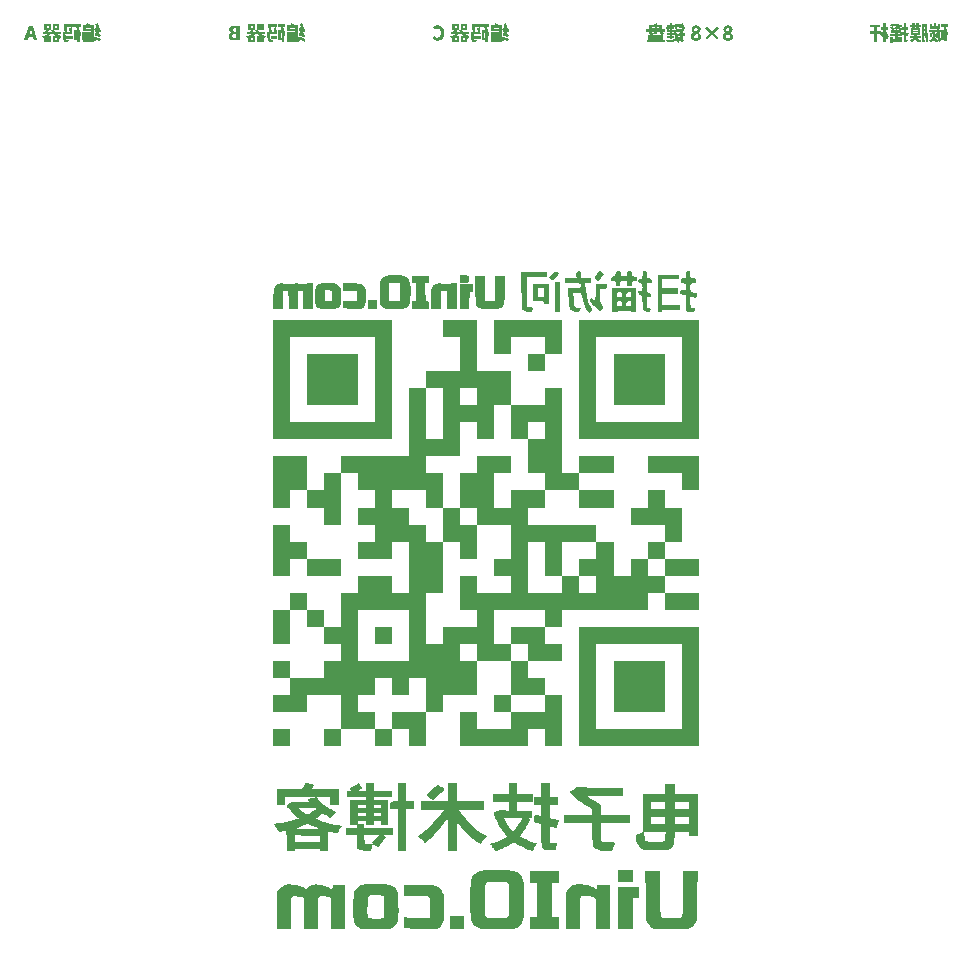
<source format=gbo>
%TF.GenerationSoftware,KiCad,Pcbnew,7.0.6*%
%TF.CreationDate,2023-07-09T23:56:16+08:00*%
%TF.ProjectId,UINIO-Keyboard,55494e49-4f2d-44b6-9579-626f6172642e,Version 3.1.0*%
%TF.SameCoordinates,Original*%
%TF.FileFunction,Legend,Bot*%
%TF.FilePolarity,Positive*%
%FSLAX46Y46*%
G04 Gerber Fmt 4.6, Leading zero omitted, Abs format (unit mm)*
G04 Created by KiCad (PCBNEW 7.0.6) date 2023-07-09 23:56:16*
%MOMM*%
%LPD*%
G01*
G04 APERTURE LIST*
%ADD10C,0.150000*%
%ADD11C,2.000000*%
%ADD12R,3.800000X3.000000*%
%ADD13R,1.700000X1.700000*%
%ADD14O,1.700000X1.700000*%
%ADD15C,1.800000*%
%ADD16C,2.500000*%
%ADD17C,2.200000*%
%ADD18C,1.524000*%
G04 APERTURE END LIST*
D10*
G36*
X167944412Y-53310844D02*
G01*
X167965423Y-53311971D01*
X167986021Y-53313839D01*
X168006186Y-53316438D01*
X168025901Y-53319758D01*
X168045147Y-53323791D01*
X168063904Y-53328526D01*
X168082154Y-53333954D01*
X168099879Y-53340067D01*
X168117060Y-53346853D01*
X168133678Y-53354305D01*
X168149714Y-53362413D01*
X168165150Y-53371167D01*
X168179967Y-53380559D01*
X168194147Y-53390577D01*
X168207671Y-53401214D01*
X168220519Y-53412460D01*
X168232674Y-53424305D01*
X168244117Y-53436740D01*
X168254829Y-53449756D01*
X168264791Y-53463343D01*
X168273985Y-53477491D01*
X168282391Y-53492193D01*
X168289993Y-53507437D01*
X168296770Y-53523215D01*
X168302704Y-53539517D01*
X168307776Y-53556334D01*
X168311968Y-53573657D01*
X168315261Y-53591475D01*
X168317636Y-53609781D01*
X168319075Y-53628563D01*
X168319558Y-53647814D01*
X168319367Y-53660125D01*
X168318797Y-53672221D01*
X168317855Y-53684103D01*
X168316547Y-53695776D01*
X168312858Y-53718499D01*
X168307780Y-53740412D01*
X168301362Y-53761536D01*
X168293654Y-53781889D01*
X168284706Y-53801495D01*
X168274569Y-53820371D01*
X168263291Y-53838541D01*
X168250922Y-53856023D01*
X168237513Y-53872839D01*
X168223113Y-53889010D01*
X168207772Y-53904555D01*
X168191539Y-53919496D01*
X168174465Y-53933853D01*
X168156599Y-53947646D01*
X168156599Y-53956146D01*
X168167399Y-53961894D01*
X168178027Y-53967873D01*
X168188473Y-53974087D01*
X168198726Y-53980539D01*
X168208773Y-53987232D01*
X168218605Y-53994170D01*
X168228209Y-54001356D01*
X168237575Y-54008793D01*
X168246691Y-54016483D01*
X168255546Y-54024431D01*
X168264128Y-54032640D01*
X168272427Y-54041113D01*
X168280430Y-54049852D01*
X168288128Y-54058862D01*
X168295508Y-54068146D01*
X168302559Y-54077706D01*
X168309270Y-54087546D01*
X168315630Y-54097669D01*
X168321627Y-54108078D01*
X168327251Y-54118777D01*
X168332489Y-54129769D01*
X168337331Y-54141057D01*
X168341765Y-54152644D01*
X168345781Y-54164534D01*
X168349366Y-54176729D01*
X168352510Y-54189234D01*
X168355201Y-54202050D01*
X168357428Y-54215182D01*
X168359179Y-54228632D01*
X168360445Y-54242404D01*
X168361212Y-54256501D01*
X168361470Y-54270926D01*
X168360938Y-54289290D01*
X168359357Y-54307278D01*
X168356747Y-54324876D01*
X168353133Y-54342071D01*
X168348535Y-54358850D01*
X168342975Y-54375198D01*
X168336477Y-54391103D01*
X168329061Y-54406550D01*
X168320750Y-54421526D01*
X168311566Y-54436017D01*
X168301531Y-54450011D01*
X168290666Y-54463492D01*
X168278995Y-54476449D01*
X168266539Y-54488866D01*
X168253321Y-54500731D01*
X168239361Y-54512031D01*
X168224683Y-54522750D01*
X168209308Y-54532876D01*
X168193259Y-54542396D01*
X168176557Y-54551295D01*
X168159224Y-54559560D01*
X168141283Y-54567178D01*
X168122756Y-54574135D01*
X168103664Y-54580417D01*
X168084031Y-54586011D01*
X168063877Y-54590903D01*
X168043224Y-54595080D01*
X168022096Y-54598527D01*
X168000514Y-54601233D01*
X167978500Y-54603182D01*
X167956076Y-54604361D01*
X167933264Y-54604757D01*
X167908931Y-54604333D01*
X167885128Y-54603071D01*
X167861870Y-54600990D01*
X167839173Y-54598109D01*
X167817053Y-54594445D01*
X167795527Y-54590016D01*
X167774610Y-54584841D01*
X167754318Y-54578938D01*
X167734667Y-54572324D01*
X167715672Y-54565019D01*
X167697351Y-54557040D01*
X167679719Y-54548405D01*
X167662791Y-54539132D01*
X167646584Y-54529240D01*
X167631113Y-54518747D01*
X167616395Y-54507671D01*
X167602446Y-54496029D01*
X167589281Y-54483841D01*
X167576916Y-54471124D01*
X167565368Y-54457897D01*
X167554652Y-54444177D01*
X167544785Y-54429983D01*
X167535781Y-54415332D01*
X167527657Y-54400244D01*
X167520430Y-54384735D01*
X167514114Y-54368825D01*
X167508727Y-54352531D01*
X167504283Y-54335872D01*
X167500799Y-54318866D01*
X167498290Y-54301530D01*
X167496774Y-54283883D01*
X167496264Y-54265944D01*
X167496460Y-54254220D01*
X167773529Y-54254220D01*
X167774288Y-54272097D01*
X167776521Y-54288699D01*
X167780163Y-54304043D01*
X167785152Y-54318146D01*
X167791421Y-54331024D01*
X167798908Y-54342695D01*
X167807546Y-54353175D01*
X167817273Y-54362481D01*
X167828023Y-54370629D01*
X167839732Y-54377636D01*
X167852336Y-54383519D01*
X167865770Y-54388296D01*
X167879971Y-54391981D01*
X167894872Y-54394593D01*
X167910411Y-54396148D01*
X167926523Y-54396662D01*
X167944576Y-54395979D01*
X167962180Y-54393944D01*
X167979237Y-54390579D01*
X167995646Y-54385905D01*
X168011311Y-54379945D01*
X168026131Y-54372721D01*
X168040009Y-54364254D01*
X168052845Y-54354567D01*
X168064541Y-54343681D01*
X168074998Y-54331618D01*
X168084116Y-54318401D01*
X168091799Y-54304050D01*
X168097946Y-54288588D01*
X168102459Y-54272037D01*
X168105239Y-54254419D01*
X168106188Y-54235755D01*
X168105797Y-54221019D01*
X168104641Y-54206400D01*
X168102745Y-54191932D01*
X168100134Y-54177650D01*
X168096832Y-54163587D01*
X168092865Y-54149779D01*
X168088257Y-54136259D01*
X168083034Y-54123062D01*
X168077219Y-54110222D01*
X168070839Y-54097773D01*
X168063918Y-54085751D01*
X168056481Y-54074189D01*
X168048553Y-54063121D01*
X168040159Y-54052582D01*
X168031323Y-54042607D01*
X168022071Y-54033229D01*
X168007923Y-54039278D01*
X167994115Y-54045236D01*
X167980655Y-54051116D01*
X167967549Y-54056934D01*
X167954805Y-54062704D01*
X167942430Y-54068442D01*
X167930431Y-54074161D01*
X167918815Y-54079876D01*
X167907590Y-54085603D01*
X167896761Y-54091356D01*
X167886338Y-54097149D01*
X167866732Y-54108916D01*
X167848831Y-54121022D01*
X167832690Y-54133584D01*
X167818368Y-54146720D01*
X167805920Y-54160547D01*
X167795405Y-54175184D01*
X167786879Y-54190748D01*
X167780400Y-54207357D01*
X167776024Y-54225127D01*
X167773809Y-54244178D01*
X167773529Y-54254220D01*
X167496460Y-54254220D01*
X167496529Y-54250120D01*
X167497314Y-54234685D01*
X167498609Y-54219635D01*
X167500402Y-54204963D01*
X167502681Y-54190666D01*
X167505436Y-54176739D01*
X167508654Y-54163177D01*
X167512325Y-54149976D01*
X167516437Y-54137130D01*
X167520978Y-54124636D01*
X167525937Y-54112489D01*
X167531303Y-54100683D01*
X167537064Y-54089215D01*
X167543209Y-54078079D01*
X167549727Y-54067271D01*
X167556605Y-54056786D01*
X167563832Y-54046620D01*
X167571398Y-54036768D01*
X167579290Y-54027225D01*
X167587498Y-54017987D01*
X167596009Y-54009048D01*
X167604813Y-54000405D01*
X167613897Y-53992052D01*
X167623251Y-53983985D01*
X167632863Y-53976199D01*
X167642721Y-53968690D01*
X167652815Y-53961453D01*
X167663133Y-53954483D01*
X167673662Y-53947776D01*
X167684393Y-53941326D01*
X167695313Y-53935130D01*
X167706411Y-53929182D01*
X167706411Y-53920975D01*
X167690485Y-53909515D01*
X167674967Y-53897138D01*
X167659943Y-53883874D01*
X167645498Y-53869753D01*
X167631718Y-53854806D01*
X167618688Y-53839063D01*
X167606493Y-53822556D01*
X167595219Y-53805314D01*
X167584952Y-53787368D01*
X167575776Y-53768748D01*
X167567778Y-53749485D01*
X167561042Y-53729609D01*
X167555655Y-53709151D01*
X167551701Y-53688142D01*
X167549265Y-53666611D01*
X167549186Y-53664520D01*
X167790235Y-53664520D01*
X167790474Y-53676447D01*
X167791196Y-53688370D01*
X167792413Y-53700278D01*
X167794132Y-53712161D01*
X167796366Y-53724008D01*
X167799122Y-53735808D01*
X167802412Y-53747551D01*
X167806245Y-53759225D01*
X167810631Y-53770821D01*
X167815580Y-53782326D01*
X167821102Y-53793731D01*
X167827206Y-53805025D01*
X167833903Y-53816197D01*
X167841202Y-53827237D01*
X167849113Y-53838133D01*
X167857646Y-53848875D01*
X167868999Y-53844298D01*
X167880080Y-53839684D01*
X167890886Y-53835026D01*
X167911645Y-53825550D01*
X167931228Y-53815810D01*
X167949588Y-53805748D01*
X167966677Y-53795304D01*
X167982449Y-53784419D01*
X167996856Y-53773036D01*
X168009850Y-53761095D01*
X168021386Y-53748537D01*
X168031415Y-53735303D01*
X168039890Y-53721335D01*
X168046764Y-53706574D01*
X168051990Y-53690960D01*
X168055521Y-53674436D01*
X168057309Y-53656943D01*
X168057535Y-53647814D01*
X168056856Y-53631714D01*
X168054869Y-53616712D01*
X168051644Y-53602800D01*
X168047253Y-53589970D01*
X168041769Y-53578212D01*
X168035262Y-53567520D01*
X168027805Y-53557885D01*
X168019469Y-53549299D01*
X168010326Y-53541753D01*
X168000448Y-53535240D01*
X167989905Y-53529751D01*
X167978771Y-53525279D01*
X167967116Y-53521814D01*
X167955013Y-53519350D01*
X167942532Y-53517877D01*
X167929747Y-53517388D01*
X167913787Y-53518049D01*
X167898676Y-53520008D01*
X167884439Y-53523231D01*
X167871101Y-53527683D01*
X167858687Y-53533331D01*
X167847222Y-53540139D01*
X167836731Y-53548075D01*
X167827238Y-53557102D01*
X167818769Y-53567187D01*
X167811348Y-53578296D01*
X167805001Y-53590394D01*
X167799752Y-53603447D01*
X167795625Y-53617421D01*
X167792647Y-53632280D01*
X167790842Y-53647991D01*
X167790235Y-53664520D01*
X167549186Y-53664520D01*
X167548435Y-53644590D01*
X167548870Y-53625787D01*
X167550168Y-53607414D01*
X167552315Y-53589482D01*
X167555297Y-53572002D01*
X167559101Y-53554984D01*
X167563713Y-53538441D01*
X167569120Y-53522382D01*
X167575308Y-53506819D01*
X167582263Y-53491762D01*
X167589973Y-53477223D01*
X167598423Y-53463212D01*
X167607600Y-53449741D01*
X167617491Y-53436821D01*
X167628082Y-53424461D01*
X167639359Y-53412674D01*
X167651310Y-53401471D01*
X167663920Y-53390861D01*
X167677175Y-53380857D01*
X167691064Y-53371468D01*
X167705571Y-53362707D01*
X167720683Y-53354584D01*
X167736387Y-53347109D01*
X167752670Y-53340295D01*
X167769517Y-53334151D01*
X167786916Y-53328689D01*
X167804852Y-53323920D01*
X167823313Y-53319855D01*
X167842284Y-53316504D01*
X167861753Y-53313879D01*
X167881705Y-53311990D01*
X167902127Y-53310849D01*
X167923006Y-53310466D01*
X167944412Y-53310844D01*
G37*
G36*
X166578302Y-54088037D02*
G01*
X166161526Y-54504520D01*
X166018791Y-54361785D01*
X166435274Y-53945009D01*
X166018791Y-53528526D01*
X166161526Y-53385497D01*
X166578302Y-53802273D01*
X166994785Y-53385497D01*
X167137521Y-53528526D01*
X166721038Y-53945009D01*
X167137521Y-54361785D01*
X166994785Y-54504520D01*
X166578302Y-54088037D01*
G37*
G36*
X165242109Y-53310844D02*
G01*
X165263120Y-53311971D01*
X165283718Y-53313839D01*
X165303883Y-53316438D01*
X165323598Y-53319758D01*
X165342844Y-53323791D01*
X165361601Y-53328526D01*
X165379851Y-53333954D01*
X165397576Y-53340067D01*
X165414757Y-53346853D01*
X165431375Y-53354305D01*
X165447411Y-53362413D01*
X165462847Y-53371167D01*
X165477665Y-53380559D01*
X165491844Y-53390577D01*
X165505368Y-53401214D01*
X165518216Y-53412460D01*
X165530371Y-53424305D01*
X165541814Y-53436740D01*
X165552526Y-53449756D01*
X165562488Y-53463343D01*
X165571682Y-53477491D01*
X165580089Y-53492193D01*
X165587690Y-53507437D01*
X165594467Y-53523215D01*
X165600401Y-53539517D01*
X165605473Y-53556334D01*
X165609665Y-53573657D01*
X165612958Y-53591475D01*
X165615333Y-53609781D01*
X165616772Y-53628563D01*
X165617255Y-53647814D01*
X165617064Y-53660125D01*
X165616494Y-53672221D01*
X165615552Y-53684103D01*
X165614244Y-53695776D01*
X165610555Y-53718499D01*
X165605477Y-53740412D01*
X165599059Y-53761536D01*
X165591351Y-53781889D01*
X165582404Y-53801495D01*
X165572266Y-53820371D01*
X165560988Y-53838541D01*
X165548619Y-53856023D01*
X165535210Y-53872839D01*
X165520810Y-53889010D01*
X165505469Y-53904555D01*
X165489236Y-53919496D01*
X165472162Y-53933853D01*
X165454297Y-53947646D01*
X165454297Y-53956146D01*
X165465096Y-53961894D01*
X165475724Y-53967873D01*
X165486170Y-53974087D01*
X165496423Y-53980539D01*
X165506471Y-53987232D01*
X165516302Y-53994170D01*
X165525907Y-54001356D01*
X165535272Y-54008793D01*
X165544388Y-54016483D01*
X165553243Y-54024431D01*
X165561825Y-54032640D01*
X165570124Y-54041113D01*
X165578127Y-54049852D01*
X165585825Y-54058862D01*
X165593205Y-54068146D01*
X165600256Y-54077706D01*
X165606967Y-54087546D01*
X165613327Y-54097669D01*
X165619324Y-54108078D01*
X165624948Y-54118777D01*
X165630186Y-54129769D01*
X165635028Y-54141057D01*
X165639463Y-54152644D01*
X165643478Y-54164534D01*
X165647063Y-54176729D01*
X165650207Y-54189234D01*
X165652898Y-54202050D01*
X165655125Y-54215182D01*
X165656877Y-54228632D01*
X165658142Y-54242404D01*
X165658909Y-54256501D01*
X165659167Y-54270926D01*
X165658635Y-54289290D01*
X165657054Y-54307278D01*
X165654444Y-54324876D01*
X165650830Y-54342071D01*
X165646232Y-54358850D01*
X165640672Y-54375198D01*
X165634174Y-54391103D01*
X165626758Y-54406550D01*
X165618447Y-54421526D01*
X165609263Y-54436017D01*
X165599228Y-54450011D01*
X165588364Y-54463492D01*
X165576693Y-54476449D01*
X165564237Y-54488866D01*
X165551018Y-54500731D01*
X165537058Y-54512031D01*
X165522380Y-54522750D01*
X165507005Y-54532876D01*
X165490956Y-54542396D01*
X165474254Y-54551295D01*
X165456921Y-54559560D01*
X165438980Y-54567178D01*
X165420453Y-54574135D01*
X165401362Y-54580417D01*
X165381728Y-54586011D01*
X165361574Y-54590903D01*
X165340922Y-54595080D01*
X165319793Y-54598527D01*
X165298211Y-54601233D01*
X165276197Y-54603182D01*
X165253773Y-54604361D01*
X165230961Y-54604757D01*
X165206628Y-54604333D01*
X165182825Y-54603071D01*
X165159567Y-54600990D01*
X165136870Y-54598109D01*
X165114751Y-54594445D01*
X165093224Y-54590016D01*
X165072307Y-54584841D01*
X165052015Y-54578938D01*
X165032364Y-54572324D01*
X165013370Y-54565019D01*
X164995048Y-54557040D01*
X164977416Y-54548405D01*
X164960488Y-54539132D01*
X164944281Y-54529240D01*
X164928810Y-54518747D01*
X164914092Y-54507671D01*
X164900143Y-54496029D01*
X164886978Y-54483841D01*
X164874614Y-54471124D01*
X164863065Y-54457897D01*
X164852349Y-54444177D01*
X164842482Y-54429983D01*
X164833478Y-54415332D01*
X164825354Y-54400244D01*
X164818127Y-54384735D01*
X164811811Y-54368825D01*
X164806424Y-54352531D01*
X164801980Y-54335872D01*
X164798496Y-54318866D01*
X164795987Y-54301530D01*
X164794471Y-54283883D01*
X164793962Y-54265944D01*
X164794158Y-54254220D01*
X165071226Y-54254220D01*
X165071985Y-54272097D01*
X165074218Y-54288699D01*
X165077861Y-54304043D01*
X165082849Y-54318146D01*
X165089119Y-54331024D01*
X165096605Y-54342695D01*
X165105243Y-54353175D01*
X165114970Y-54362481D01*
X165125720Y-54370629D01*
X165137429Y-54377636D01*
X165150033Y-54383519D01*
X165163467Y-54388296D01*
X165177668Y-54391981D01*
X165192569Y-54394593D01*
X165208108Y-54396148D01*
X165224220Y-54396662D01*
X165242273Y-54395979D01*
X165259877Y-54393944D01*
X165276934Y-54390579D01*
X165293344Y-54385905D01*
X165309008Y-54379945D01*
X165323829Y-54372721D01*
X165337706Y-54364254D01*
X165350542Y-54354567D01*
X165362238Y-54343681D01*
X165372695Y-54331618D01*
X165381814Y-54318401D01*
X165389496Y-54304050D01*
X165395643Y-54288588D01*
X165400156Y-54272037D01*
X165402936Y-54254419D01*
X165403885Y-54235755D01*
X165403494Y-54221019D01*
X165402338Y-54206400D01*
X165400442Y-54191932D01*
X165397831Y-54177650D01*
X165394529Y-54163587D01*
X165390562Y-54149779D01*
X165385954Y-54136259D01*
X165380731Y-54123062D01*
X165374916Y-54110222D01*
X165368536Y-54097773D01*
X165361615Y-54085751D01*
X165354178Y-54074189D01*
X165346250Y-54063121D01*
X165337856Y-54052582D01*
X165329020Y-54042607D01*
X165319768Y-54033229D01*
X165305620Y-54039278D01*
X165291812Y-54045236D01*
X165278352Y-54051116D01*
X165265246Y-54056934D01*
X165252502Y-54062704D01*
X165240127Y-54068442D01*
X165228128Y-54074161D01*
X165216512Y-54079876D01*
X165205287Y-54085603D01*
X165194459Y-54091356D01*
X165184035Y-54097149D01*
X165164430Y-54108916D01*
X165146528Y-54121022D01*
X165130388Y-54133584D01*
X165116065Y-54146720D01*
X165103618Y-54160547D01*
X165093102Y-54175184D01*
X165084576Y-54190748D01*
X165078097Y-54207357D01*
X165073721Y-54225127D01*
X165071506Y-54244178D01*
X165071226Y-54254220D01*
X164794158Y-54254220D01*
X164794226Y-54250120D01*
X164795011Y-54234685D01*
X164796306Y-54219635D01*
X164798099Y-54204963D01*
X164800378Y-54190666D01*
X164803133Y-54176739D01*
X164806351Y-54163177D01*
X164810022Y-54149976D01*
X164814134Y-54137130D01*
X164818675Y-54124636D01*
X164823634Y-54112489D01*
X164829000Y-54100683D01*
X164834762Y-54089215D01*
X164840906Y-54078079D01*
X164847424Y-54067271D01*
X164854302Y-54056786D01*
X164861529Y-54046620D01*
X164869095Y-54036768D01*
X164876987Y-54027225D01*
X164885195Y-54017987D01*
X164893706Y-54009048D01*
X164902510Y-54000405D01*
X164911594Y-53992052D01*
X164920948Y-53983985D01*
X164930560Y-53976199D01*
X164940419Y-53968690D01*
X164950512Y-53961453D01*
X164960830Y-53954483D01*
X164971359Y-53947776D01*
X164982090Y-53941326D01*
X164993010Y-53935130D01*
X165004108Y-53929182D01*
X165004108Y-53920975D01*
X164988182Y-53909515D01*
X164972664Y-53897138D01*
X164957640Y-53883874D01*
X164943196Y-53869753D01*
X164929415Y-53854806D01*
X164916385Y-53839063D01*
X164904190Y-53822556D01*
X164892917Y-53805314D01*
X164882649Y-53787368D01*
X164873474Y-53768748D01*
X164865475Y-53749485D01*
X164858739Y-53729609D01*
X164853352Y-53709151D01*
X164849398Y-53688142D01*
X164846963Y-53666611D01*
X164846884Y-53664520D01*
X165087932Y-53664520D01*
X165088171Y-53676447D01*
X165088893Y-53688370D01*
X165090110Y-53700278D01*
X165091830Y-53712161D01*
X165094063Y-53724008D01*
X165096820Y-53735808D01*
X165100109Y-53747551D01*
X165103942Y-53759225D01*
X165108328Y-53770821D01*
X165113277Y-53782326D01*
X165118799Y-53793731D01*
X165124903Y-53805025D01*
X165131600Y-53816197D01*
X165138899Y-53827237D01*
X165146810Y-53838133D01*
X165155343Y-53848875D01*
X165166696Y-53844298D01*
X165177778Y-53839684D01*
X165188583Y-53835026D01*
X165209342Y-53825550D01*
X165228925Y-53815810D01*
X165247285Y-53805748D01*
X165264374Y-53795304D01*
X165280146Y-53784419D01*
X165294553Y-53773036D01*
X165307548Y-53761095D01*
X165319083Y-53748537D01*
X165329112Y-53735303D01*
X165337587Y-53721335D01*
X165344461Y-53706574D01*
X165349687Y-53690960D01*
X165353218Y-53674436D01*
X165355006Y-53656943D01*
X165355232Y-53647814D01*
X165354553Y-53631714D01*
X165352566Y-53616712D01*
X165349341Y-53602800D01*
X165344951Y-53589970D01*
X165339466Y-53578212D01*
X165332960Y-53567520D01*
X165325502Y-53557885D01*
X165317166Y-53549299D01*
X165308023Y-53541753D01*
X165298145Y-53535240D01*
X165287602Y-53529751D01*
X165276468Y-53525279D01*
X165264813Y-53521814D01*
X165252710Y-53519350D01*
X165240229Y-53517877D01*
X165227444Y-53517388D01*
X165211484Y-53518049D01*
X165196373Y-53520008D01*
X165182136Y-53523231D01*
X165168798Y-53527683D01*
X165156384Y-53533331D01*
X165144919Y-53540139D01*
X165134428Y-53548075D01*
X165124935Y-53557102D01*
X165116466Y-53567187D01*
X165109045Y-53578296D01*
X165102698Y-53590394D01*
X165097449Y-53603447D01*
X165093323Y-53617421D01*
X165090345Y-53632280D01*
X165088540Y-53647991D01*
X165087932Y-53664520D01*
X164846884Y-53664520D01*
X164846132Y-53644590D01*
X164846568Y-53625787D01*
X164847866Y-53607414D01*
X164850012Y-53589482D01*
X164852994Y-53572002D01*
X164856798Y-53554984D01*
X164861410Y-53538441D01*
X164866817Y-53522382D01*
X164873005Y-53506819D01*
X164879960Y-53491762D01*
X164887670Y-53477223D01*
X164896120Y-53463212D01*
X164905297Y-53449741D01*
X164915188Y-53436821D01*
X164925779Y-53424461D01*
X164937057Y-53412674D01*
X164949007Y-53401471D01*
X164961617Y-53390861D01*
X164974873Y-53380857D01*
X164988761Y-53371468D01*
X165003268Y-53362707D01*
X165018380Y-53354584D01*
X165034085Y-53347109D01*
X165050367Y-53340295D01*
X165067214Y-53334151D01*
X165084613Y-53328689D01*
X165102549Y-53323920D01*
X165121010Y-53319855D01*
X165139981Y-53316504D01*
X165159450Y-53313879D01*
X165179402Y-53311990D01*
X165199824Y-53310849D01*
X165220703Y-53310466D01*
X165242109Y-53310844D01*
G37*
G36*
X164108638Y-53145331D02*
G01*
X164112860Y-53159515D01*
X164117273Y-53173640D01*
X164121874Y-53187696D01*
X164126661Y-53201677D01*
X164131629Y-53215574D01*
X164136776Y-53229380D01*
X164142099Y-53243087D01*
X164147594Y-53256686D01*
X164153259Y-53270172D01*
X164159090Y-53283534D01*
X164165085Y-53296766D01*
X164171239Y-53309861D01*
X164177551Y-53322809D01*
X164184017Y-53335604D01*
X164190633Y-53348238D01*
X164197397Y-53360702D01*
X164204306Y-53372990D01*
X164211356Y-53385092D01*
X164218544Y-53397003D01*
X164225868Y-53408713D01*
X164233324Y-53420214D01*
X164240909Y-53431500D01*
X164248619Y-53442563D01*
X164256453Y-53453394D01*
X164264406Y-53463986D01*
X164272476Y-53474330D01*
X164280659Y-53484421D01*
X164288953Y-53494248D01*
X164297353Y-53503805D01*
X164305858Y-53513084D01*
X164314464Y-53522078D01*
X164304121Y-53534705D01*
X164296791Y-53544213D01*
X164289186Y-53554458D01*
X164281372Y-53565328D01*
X164273410Y-53576707D01*
X164265366Y-53588481D01*
X164257301Y-53600537D01*
X164249280Y-53612760D01*
X164241367Y-53625035D01*
X164233624Y-53637249D01*
X164226116Y-53649288D01*
X164218906Y-53661036D01*
X164212058Y-53672381D01*
X164205634Y-53683207D01*
X164199699Y-53693401D01*
X164196934Y-53698226D01*
X164196934Y-53818979D01*
X164104611Y-53818979D01*
X164104611Y-53956732D01*
X164255846Y-53956732D01*
X164255846Y-54173327D01*
X164104611Y-54173327D01*
X164104611Y-54385525D01*
X164105242Y-54401659D01*
X164107066Y-54417494D01*
X164109978Y-54432978D01*
X164113870Y-54448059D01*
X164118639Y-54462684D01*
X164124178Y-54476803D01*
X164130381Y-54490362D01*
X164137144Y-54503311D01*
X164144360Y-54515597D01*
X164151923Y-54527168D01*
X164159729Y-54537972D01*
X164167671Y-54547957D01*
X164175644Y-54557072D01*
X164187431Y-54568998D01*
X164198693Y-54578672D01*
X164187697Y-54590272D01*
X164179792Y-54599223D01*
X164171542Y-54609005D01*
X164163045Y-54619493D01*
X164154400Y-54630562D01*
X164145705Y-54642090D01*
X164137059Y-54653951D01*
X164128558Y-54666022D01*
X164120303Y-54678179D01*
X164112391Y-54690298D01*
X164104921Y-54702253D01*
X164097990Y-54713923D01*
X164091698Y-54725181D01*
X164086142Y-54735905D01*
X164079405Y-54750717D01*
X164070509Y-54738477D01*
X164059334Y-54725285D01*
X164050141Y-54715560D01*
X164039221Y-54704809D01*
X164026288Y-54692793D01*
X164011055Y-54679270D01*
X163993236Y-54663998D01*
X163983268Y-54655632D01*
X163972546Y-54646739D01*
X163961035Y-54637288D01*
X163948699Y-54627249D01*
X163935502Y-54616593D01*
X163921408Y-54605290D01*
X163906382Y-54593308D01*
X163890388Y-54580619D01*
X163873391Y-54567191D01*
X163855353Y-54552995D01*
X163836241Y-54538002D01*
X163816017Y-54522179D01*
X163794647Y-54505499D01*
X163772095Y-54487930D01*
X163748324Y-54469442D01*
X163723299Y-54450005D01*
X163730052Y-54437021D01*
X163737044Y-54422051D01*
X163741782Y-54411148D01*
X163746540Y-54399631D01*
X163751284Y-54387609D01*
X163755981Y-54375190D01*
X163760595Y-54362481D01*
X163765092Y-54349589D01*
X163769438Y-54336624D01*
X163773598Y-54323692D01*
X163777539Y-54310901D01*
X163781225Y-54298359D01*
X163784623Y-54286174D01*
X163787699Y-54274454D01*
X163790417Y-54263306D01*
X163909705Y-54353285D01*
X163909705Y-54173327D01*
X163755246Y-54173327D01*
X163755246Y-54166879D01*
X163750478Y-54181987D01*
X163745629Y-54196865D01*
X163740698Y-54211509D01*
X163735686Y-54225914D01*
X163730594Y-54240077D01*
X163725421Y-54253994D01*
X163720168Y-54267661D01*
X163714836Y-54281075D01*
X163709424Y-54294230D01*
X163703935Y-54307125D01*
X163698367Y-54319754D01*
X163692721Y-54332114D01*
X163686998Y-54344200D01*
X163681198Y-54356010D01*
X163675322Y-54367539D01*
X163669370Y-54378784D01*
X163677717Y-54397602D01*
X163686388Y-54415804D01*
X163695389Y-54433388D01*
X163704729Y-54450349D01*
X163714413Y-54466682D01*
X163724450Y-54482385D01*
X163734847Y-54497454D01*
X163745610Y-54511884D01*
X163756748Y-54525672D01*
X163768268Y-54538813D01*
X163780177Y-54551305D01*
X163792482Y-54563143D01*
X163805191Y-54574323D01*
X163818310Y-54584841D01*
X163831848Y-54594694D01*
X163845811Y-54603878D01*
X163834737Y-54616556D01*
X163827182Y-54625915D01*
X163819538Y-54635906D01*
X163811846Y-54646451D01*
X163804148Y-54657469D01*
X163796483Y-54668882D01*
X163788894Y-54680609D01*
X163781422Y-54692572D01*
X163774108Y-54704692D01*
X163766993Y-54716887D01*
X163760119Y-54729080D01*
X163753526Y-54741191D01*
X163747256Y-54753140D01*
X163741350Y-54764848D01*
X163735849Y-54776236D01*
X163733264Y-54781785D01*
X163718656Y-54769754D01*
X163704396Y-54757507D01*
X163690482Y-54745030D01*
X163676912Y-54732312D01*
X163663684Y-54719341D01*
X163650796Y-54706107D01*
X163638245Y-54692597D01*
X163626029Y-54678800D01*
X163614146Y-54664703D01*
X163602595Y-54650297D01*
X163591372Y-54635569D01*
X163580476Y-54620506D01*
X163569905Y-54605099D01*
X163559656Y-54589335D01*
X163549727Y-54573203D01*
X163540117Y-54556690D01*
X163527725Y-54568251D01*
X163515116Y-54579309D01*
X163502290Y-54589873D01*
X163489247Y-54599952D01*
X163475987Y-54609555D01*
X163462512Y-54618691D01*
X163448821Y-54627368D01*
X163434915Y-54635596D01*
X163420794Y-54643384D01*
X163406459Y-54650739D01*
X163391911Y-54657673D01*
X163377149Y-54664192D01*
X163362174Y-54670306D01*
X163346986Y-54676025D01*
X163331586Y-54681357D01*
X163315975Y-54686310D01*
X163300152Y-54690894D01*
X163284119Y-54695118D01*
X163267875Y-54698991D01*
X163251422Y-54702521D01*
X163234758Y-54705717D01*
X163217886Y-54708589D01*
X163200805Y-54711144D01*
X163183516Y-54713394D01*
X163166019Y-54715345D01*
X163148315Y-54717007D01*
X163130403Y-54718389D01*
X163112286Y-54719499D01*
X163093962Y-54720348D01*
X163075432Y-54720942D01*
X163056697Y-54721293D01*
X163037758Y-54721408D01*
X162742029Y-54721408D01*
X162738837Y-54704922D01*
X162736299Y-54693050D01*
X162733461Y-54680613D01*
X162730343Y-54667731D01*
X162726968Y-54654525D01*
X162723360Y-54641114D01*
X162719539Y-54627619D01*
X162715528Y-54614160D01*
X162711350Y-54600857D01*
X162707026Y-54587831D01*
X162702580Y-54575202D01*
X162698034Y-54563089D01*
X162693409Y-54551614D01*
X162686374Y-54535859D01*
X162681652Y-54526502D01*
X162697008Y-54527069D01*
X162715103Y-54527566D01*
X162735524Y-54527997D01*
X162757856Y-54528366D01*
X162769609Y-54528529D01*
X162781685Y-54528678D01*
X162794032Y-54528815D01*
X162806598Y-54528939D01*
X162819332Y-54529051D01*
X162832181Y-54529152D01*
X162845094Y-54529243D01*
X162858020Y-54529323D01*
X162870906Y-54529394D01*
X162883700Y-54529456D01*
X162896352Y-54529510D01*
X162908809Y-54529556D01*
X162921020Y-54529595D01*
X162932932Y-54529628D01*
X162955656Y-54529676D01*
X162976566Y-54529705D01*
X162995248Y-54529720D01*
X163011289Y-54529725D01*
X163024276Y-54529726D01*
X163040428Y-54529491D01*
X163056460Y-54529055D01*
X163072368Y-54528407D01*
X163088148Y-54527536D01*
X163103796Y-54526430D01*
X163119308Y-54525080D01*
X163134681Y-54523474D01*
X163149911Y-54521602D01*
X163164994Y-54519452D01*
X163179927Y-54517014D01*
X163194705Y-54514277D01*
X163209325Y-54511230D01*
X163223783Y-54507863D01*
X163238076Y-54504164D01*
X163252199Y-54500122D01*
X163266149Y-54495727D01*
X163279923Y-54490969D01*
X163293515Y-54485835D01*
X163306923Y-54480315D01*
X163320143Y-54474399D01*
X163333172Y-54468076D01*
X163346004Y-54461334D01*
X163358637Y-54454163D01*
X163371067Y-54446552D01*
X163383290Y-54438490D01*
X163395302Y-54429967D01*
X163407100Y-54420971D01*
X163418679Y-54411492D01*
X163430037Y-54401519D01*
X163441169Y-54391041D01*
X163452071Y-54380046D01*
X163462740Y-54368526D01*
X163458083Y-54352717D01*
X163453562Y-54336616D01*
X163449177Y-54320219D01*
X163444926Y-54303526D01*
X163440809Y-54286535D01*
X163436826Y-54269244D01*
X163432975Y-54251653D01*
X163429255Y-54233759D01*
X163425665Y-54215561D01*
X163422206Y-54197057D01*
X163418875Y-54178247D01*
X163415672Y-54159128D01*
X163412596Y-54139699D01*
X163409646Y-54119959D01*
X163406822Y-54099905D01*
X163404122Y-54079538D01*
X163401546Y-54058854D01*
X163399093Y-54037852D01*
X163396761Y-54016532D01*
X163394551Y-53994891D01*
X163392461Y-53972929D01*
X163390490Y-53950642D01*
X163388638Y-53928031D01*
X163386903Y-53905093D01*
X163386397Y-53897821D01*
X163570305Y-53897821D01*
X163571590Y-53914004D01*
X163572918Y-53929814D01*
X163574292Y-53945266D01*
X163575713Y-53960378D01*
X163577185Y-53975167D01*
X163578708Y-53989650D01*
X163580285Y-54003845D01*
X163581919Y-54017769D01*
X163583611Y-54031438D01*
X163585363Y-54044870D01*
X163587178Y-54058083D01*
X163589058Y-54071093D01*
X163591005Y-54083917D01*
X163593021Y-54096573D01*
X163595109Y-54109079D01*
X163597269Y-54121450D01*
X163601003Y-54109384D01*
X163604720Y-54097137D01*
X163608403Y-54084690D01*
X163612034Y-54072027D01*
X163615596Y-54059130D01*
X163619073Y-54045983D01*
X163622446Y-54032568D01*
X163625699Y-54018868D01*
X163755246Y-54066055D01*
X163755246Y-53956732D01*
X163909705Y-53956732D01*
X163909705Y-53818979D01*
X163788658Y-53818979D01*
X163780971Y-53829631D01*
X163773156Y-53840882D01*
X163765335Y-53852591D01*
X163757628Y-53864616D01*
X163750154Y-53876814D01*
X163743034Y-53889045D01*
X163736388Y-53901166D01*
X163730337Y-53913034D01*
X163725001Y-53924508D01*
X163720500Y-53935447D01*
X163718023Y-53942371D01*
X163715202Y-53929783D01*
X163709138Y-53918389D01*
X163701314Y-53908040D01*
X163692898Y-53899255D01*
X163691352Y-53897821D01*
X163570305Y-53897821D01*
X163386397Y-53897821D01*
X163385285Y-53881827D01*
X163383783Y-53858232D01*
X163382396Y-53834306D01*
X163381124Y-53810047D01*
X163379964Y-53785454D01*
X163378917Y-53760526D01*
X163377982Y-53735260D01*
X163377158Y-53709656D01*
X163492929Y-53701450D01*
X163516669Y-53702915D01*
X163511147Y-53691013D01*
X163505628Y-53678942D01*
X163500114Y-53666707D01*
X163494611Y-53654313D01*
X163489119Y-53641768D01*
X163483644Y-53629075D01*
X163478187Y-53616242D01*
X163472751Y-53603273D01*
X163467341Y-53590175D01*
X163461959Y-53576952D01*
X163456607Y-53563612D01*
X163451290Y-53550158D01*
X163446011Y-53536598D01*
X163440772Y-53522937D01*
X163435576Y-53509180D01*
X163430427Y-53495333D01*
X163425328Y-53481402D01*
X163420282Y-53467393D01*
X163415292Y-53453311D01*
X163410361Y-53439161D01*
X163405492Y-53424951D01*
X163400688Y-53410684D01*
X163395954Y-53396368D01*
X163391290Y-53382007D01*
X163386702Y-53367608D01*
X163382191Y-53353176D01*
X163377761Y-53338716D01*
X163373415Y-53324235D01*
X163369156Y-53309738D01*
X163364988Y-53295231D01*
X163360913Y-53280719D01*
X163356934Y-53266209D01*
X163479447Y-53189126D01*
X163541875Y-53216676D01*
X163756711Y-53216676D01*
X163756711Y-53438547D01*
X163607234Y-53438547D01*
X163613864Y-53458005D01*
X163620536Y-53476996D01*
X163627211Y-53495464D01*
X163633851Y-53513354D01*
X163640415Y-53530610D01*
X163646864Y-53547176D01*
X163653158Y-53562999D01*
X163659258Y-53578021D01*
X163665125Y-53592189D01*
X163670719Y-53605446D01*
X163676000Y-53617736D01*
X163680929Y-53629006D01*
X163687576Y-53643873D01*
X163693208Y-53656132D01*
X163696334Y-53662762D01*
X163703056Y-53675384D01*
X163710600Y-53687903D01*
X163718823Y-53700217D01*
X163727585Y-53712221D01*
X163736746Y-53723813D01*
X163746164Y-53734890D01*
X163755700Y-53745348D01*
X163765211Y-53755085D01*
X163765211Y-53610591D01*
X164096111Y-53610591D01*
X164089518Y-53600488D01*
X164082932Y-53590292D01*
X164076360Y-53580004D01*
X164069810Y-53569623D01*
X164063289Y-53559149D01*
X164056804Y-53548582D01*
X164050363Y-53537922D01*
X164043973Y-53527170D01*
X164037640Y-53516325D01*
X164031373Y-53505387D01*
X164027234Y-53498044D01*
X163771952Y-53498044D01*
X163771952Y-53279691D01*
X163926411Y-53279691D01*
X163921721Y-53265837D01*
X163917946Y-53254622D01*
X163914160Y-53243336D01*
X163910369Y-53232018D01*
X163906579Y-53220711D01*
X163902798Y-53209455D01*
X163899033Y-53198292D01*
X163896223Y-53190005D01*
X164104611Y-53131094D01*
X164108638Y-53145331D01*
G37*
G36*
X163197200Y-53254192D02*
G01*
X163334953Y-53254192D01*
X163334953Y-53415685D01*
X163197200Y-53415685D01*
X163197200Y-53479286D01*
X163405588Y-53479286D01*
X163405588Y-53652503D01*
X163197200Y-53652503D01*
X163197200Y-53713759D01*
X163334953Y-53713759D01*
X163334953Y-53873201D01*
X163197200Y-53873201D01*
X163197200Y-53939147D01*
X163341694Y-53939147D01*
X163341694Y-54117053D01*
X163197200Y-54117053D01*
X163197200Y-54182999D01*
X163382140Y-54182999D01*
X163382140Y-54360905D01*
X163197200Y-54360905D01*
X163197200Y-54486055D01*
X163015776Y-54486055D01*
X163015776Y-54360905D01*
X162747011Y-54360905D01*
X162747011Y-54182999D01*
X163015776Y-54182999D01*
X163015776Y-54117053D01*
X162775734Y-54117053D01*
X162775734Y-53939147D01*
X163015776Y-53939147D01*
X163015776Y-53873201D01*
X162790682Y-53873201D01*
X162790682Y-53652503D01*
X162953641Y-53652503D01*
X162953641Y-53713759D01*
X163015776Y-53713759D01*
X163015776Y-53652503D01*
X162953641Y-53652503D01*
X162790682Y-53652503D01*
X162701582Y-53652503D01*
X162701582Y-53479286D01*
X162790682Y-53479286D01*
X162790682Y-53415685D01*
X162953641Y-53415685D01*
X162953641Y-53479286D01*
X163015776Y-53479286D01*
X163015776Y-53415685D01*
X162953641Y-53415685D01*
X162790682Y-53415685D01*
X162790682Y-53254192D01*
X163015776Y-53254192D01*
X163015776Y-53151610D01*
X163197200Y-53151610D01*
X163197200Y-53254192D01*
G37*
G36*
X161929035Y-53137910D02*
G01*
X161932164Y-53149477D01*
X161935652Y-53161418D01*
X161939466Y-53173667D01*
X161943574Y-53186158D01*
X161947946Y-53198828D01*
X161952548Y-53211610D01*
X161957349Y-53224439D01*
X161962317Y-53237251D01*
X161967421Y-53249979D01*
X161969147Y-53254192D01*
X162347234Y-53254192D01*
X162347234Y-53550508D01*
X162347241Y-53562328D01*
X162347288Y-53574402D01*
X162347416Y-53586682D01*
X162347664Y-53599122D01*
X162348073Y-53611675D01*
X162348683Y-53624294D01*
X162348993Y-53629349D01*
X162579070Y-53629349D01*
X162579070Y-53837737D01*
X162407904Y-53837737D01*
X162414024Y-53848030D01*
X162420521Y-53858241D01*
X162427410Y-53868366D01*
X162434704Y-53878399D01*
X162442417Y-53888334D01*
X162450563Y-53898165D01*
X162459155Y-53907887D01*
X162468208Y-53917495D01*
X162477735Y-53926982D01*
X162487749Y-53936343D01*
X162498265Y-53945574D01*
X162509296Y-53954667D01*
X162520856Y-53963618D01*
X162532958Y-53972420D01*
X162545617Y-53981069D01*
X162558846Y-53989558D01*
X162546268Y-53998347D01*
X162532311Y-54009016D01*
X162522393Y-54017027D01*
X162512091Y-54025652D01*
X162501494Y-54034803D01*
X162490696Y-54044393D01*
X162479785Y-54054332D01*
X162468854Y-54064532D01*
X162457993Y-54074904D01*
X162447294Y-54085361D01*
X162436847Y-54095813D01*
X162426744Y-54106173D01*
X162417075Y-54116351D01*
X162407932Y-54126260D01*
X162399405Y-54135811D01*
X162409370Y-54135811D01*
X162409370Y-54509210D01*
X162585811Y-54509210D01*
X162585811Y-54717304D01*
X161041805Y-54717304D01*
X161041805Y-54509210D01*
X161203006Y-54509210D01*
X161203006Y-54322510D01*
X161441582Y-54322510D01*
X161441582Y-54509210D01*
X161542405Y-54509210D01*
X161542405Y-54322510D01*
X161764276Y-54322510D01*
X161764276Y-54509210D01*
X161863341Y-54509210D01*
X161863341Y-54322510D01*
X162085211Y-54322510D01*
X162085211Y-54509210D01*
X162182517Y-54509210D01*
X162182517Y-54322510D01*
X162085211Y-54322510D01*
X161863341Y-54322510D01*
X161764276Y-54322510D01*
X161542405Y-54322510D01*
X161441582Y-54322510D01*
X161203006Y-54322510D01*
X161203006Y-54135811D01*
X162339028Y-54135811D01*
X162329378Y-54128311D01*
X162319992Y-54120653D01*
X162310864Y-54112839D01*
X162301991Y-54104875D01*
X162293370Y-54096765D01*
X162284996Y-54088512D01*
X162268979Y-54071597D01*
X162253910Y-54054163D01*
X162239759Y-54036244D01*
X162226498Y-54017873D01*
X162214098Y-53999084D01*
X162202528Y-53979910D01*
X162191761Y-53960386D01*
X162181766Y-53940543D01*
X162172515Y-53920416D01*
X162163979Y-53900039D01*
X162156127Y-53879444D01*
X162148932Y-53858666D01*
X162142364Y-53837737D01*
X161950682Y-53837737D01*
X162036558Y-53949112D01*
X162017891Y-53956062D01*
X161998588Y-53963570D01*
X161978797Y-53971564D01*
X161958664Y-53979978D01*
X161938337Y-53988742D01*
X161917964Y-53997788D01*
X161897691Y-54007047D01*
X161877665Y-54016450D01*
X161858035Y-54025928D01*
X161838947Y-54035414D01*
X161820548Y-54044837D01*
X161802987Y-54054130D01*
X161786409Y-54063224D01*
X161770962Y-54072050D01*
X161756794Y-54080539D01*
X161744052Y-54088623D01*
X161646746Y-53960836D01*
X161640663Y-53975263D01*
X161634806Y-53990104D01*
X161629216Y-54005231D01*
X161623933Y-54020516D01*
X161618998Y-54035832D01*
X161614451Y-54051052D01*
X161610333Y-54066048D01*
X161606684Y-54080692D01*
X161603546Y-54094856D01*
X161600958Y-54108414D01*
X161599558Y-54117053D01*
X161577526Y-54117029D01*
X161556154Y-54116928D01*
X161535430Y-54116707D01*
X161515340Y-54116325D01*
X161495872Y-54115738D01*
X161477013Y-54114905D01*
X161458749Y-54113782D01*
X161441069Y-54112327D01*
X161423959Y-54110498D01*
X161407406Y-54108252D01*
X161391397Y-54105546D01*
X161375920Y-54102339D01*
X161360962Y-54098587D01*
X161346509Y-54094249D01*
X161332550Y-54089281D01*
X161319070Y-54083641D01*
X161306409Y-54077387D01*
X161294886Y-54070583D01*
X161284455Y-54063194D01*
X161275074Y-54055183D01*
X161266697Y-54046517D01*
X161259281Y-54037159D01*
X161252781Y-54027075D01*
X161247152Y-54016230D01*
X161242352Y-54004587D01*
X161238335Y-53992113D01*
X161235058Y-53978771D01*
X161232475Y-53964527D01*
X161230543Y-53949345D01*
X161229218Y-53933190D01*
X161228456Y-53916027D01*
X161228211Y-53897821D01*
X161228211Y-53837737D01*
X161473529Y-53837737D01*
X161473529Y-53892545D01*
X161475223Y-53904828D01*
X161482745Y-53914442D01*
X161495555Y-53918388D01*
X161505476Y-53918923D01*
X161518397Y-53918917D01*
X161533042Y-53918884D01*
X161546032Y-53918831D01*
X161560383Y-53918742D01*
X161575770Y-53918610D01*
X161591867Y-53918426D01*
X161608351Y-53918182D01*
X161624897Y-53917867D01*
X161641180Y-53917474D01*
X161651729Y-53917165D01*
X161665392Y-53909704D01*
X161679927Y-53902175D01*
X161695213Y-53894602D01*
X161711131Y-53887010D01*
X161722036Y-53881951D01*
X161733135Y-53876901D01*
X161744391Y-53871869D01*
X161755770Y-53866861D01*
X161767237Y-53861885D01*
X161778756Y-53856948D01*
X161790293Y-53852058D01*
X161801811Y-53847221D01*
X161813276Y-53842445D01*
X161824652Y-53837737D01*
X161473529Y-53837737D01*
X161228211Y-53837737D01*
X161035064Y-53837737D01*
X161035064Y-53629349D01*
X161228211Y-53629349D01*
X161228211Y-53442650D01*
X161473529Y-53442650D01*
X161473529Y-53629349D01*
X161649970Y-53629349D01*
X161873599Y-53629349D01*
X162108658Y-53629349D01*
X162107843Y-53615481D01*
X162107329Y-53601863D01*
X162107047Y-53588439D01*
X162106927Y-53575150D01*
X162106900Y-53561938D01*
X162106900Y-53557542D01*
X162106900Y-53442650D01*
X161913752Y-53442650D01*
X162007835Y-53573662D01*
X161995914Y-53577844D01*
X161983751Y-53582300D01*
X161971382Y-53587009D01*
X161958844Y-53591951D01*
X161946173Y-53597106D01*
X161933404Y-53602452D01*
X161920575Y-53607971D01*
X161907721Y-53613641D01*
X161894879Y-53619443D01*
X161882084Y-53625356D01*
X161873599Y-53629349D01*
X161649970Y-53629349D01*
X161599558Y-53557542D01*
X161610387Y-53550066D01*
X161622053Y-53542495D01*
X161634489Y-53534858D01*
X161647625Y-53527184D01*
X161661394Y-53519501D01*
X161675725Y-53511838D01*
X161690552Y-53504225D01*
X161705804Y-53496689D01*
X161721413Y-53489259D01*
X161737311Y-53481965D01*
X161753429Y-53474834D01*
X161769698Y-53467897D01*
X161786049Y-53461181D01*
X161802414Y-53454715D01*
X161818724Y-53448529D01*
X161834911Y-53442650D01*
X161473529Y-53442650D01*
X161228211Y-53442650D01*
X161228211Y-53254192D01*
X161698623Y-53254192D01*
X161654953Y-53166265D01*
X161925476Y-53123180D01*
X161929035Y-53137910D01*
G37*
G36*
X113903458Y-53187953D02*
G01*
X113898339Y-53201078D01*
X113893117Y-53214858D01*
X113887826Y-53229154D01*
X113882501Y-53243824D01*
X113878506Y-53254987D01*
X113874525Y-53266223D01*
X113870573Y-53277471D01*
X113866664Y-53288672D01*
X113862814Y-53299767D01*
X113861545Y-53303431D01*
X114215893Y-53303431D01*
X114215893Y-53677709D01*
X114215920Y-53697143D01*
X114216009Y-53717017D01*
X114216172Y-53737308D01*
X114216422Y-53757994D01*
X114216772Y-53779053D01*
X114217232Y-53800463D01*
X114217816Y-53822201D01*
X114218535Y-53844245D01*
X114219403Y-53866572D01*
X114220431Y-53889162D01*
X114221632Y-53911990D01*
X114223018Y-53935036D01*
X114224601Y-53958276D01*
X114226394Y-53981689D01*
X114228409Y-54005252D01*
X114230657Y-54028943D01*
X114233153Y-54052739D01*
X114235907Y-54076619D01*
X114238931Y-54100559D01*
X114242240Y-54124539D01*
X114245844Y-54148535D01*
X114249755Y-54172526D01*
X114253987Y-54196488D01*
X114258552Y-54220400D01*
X114263461Y-54244240D01*
X114268727Y-54267984D01*
X114274362Y-54291612D01*
X114280379Y-54315100D01*
X114286790Y-54338427D01*
X114293608Y-54361569D01*
X114300843Y-54384506D01*
X114308510Y-54407214D01*
X114345439Y-54255099D01*
X114362640Y-54262632D01*
X114379884Y-54270168D01*
X114397159Y-54277699D01*
X114414449Y-54285220D01*
X114431742Y-54292721D01*
X114449022Y-54300197D01*
X114466276Y-54307639D01*
X114483490Y-54315041D01*
X114500649Y-54322395D01*
X114517740Y-54329695D01*
X114534747Y-54336932D01*
X114551658Y-54344100D01*
X114568458Y-54351191D01*
X114585133Y-54358199D01*
X114601669Y-54365115D01*
X114618051Y-54371933D01*
X114634266Y-54378645D01*
X114650299Y-54385245D01*
X114666137Y-54391724D01*
X114681765Y-54398076D01*
X114697169Y-54404293D01*
X114712335Y-54410369D01*
X114727248Y-54416295D01*
X114741896Y-54422065D01*
X114756263Y-54427672D01*
X114770336Y-54433107D01*
X114784100Y-54438365D01*
X114797541Y-54443437D01*
X114810646Y-54448317D01*
X114823400Y-54452997D01*
X114835789Y-54457470D01*
X114847798Y-54461729D01*
X114792404Y-54685651D01*
X114779247Y-54679378D01*
X114765938Y-54673035D01*
X114752485Y-54666624D01*
X114738893Y-54660149D01*
X114725169Y-54653610D01*
X114711320Y-54647011D01*
X114697353Y-54640354D01*
X114683273Y-54633641D01*
X114669088Y-54626874D01*
X114654803Y-54620055D01*
X114640426Y-54613188D01*
X114625963Y-54606274D01*
X114611421Y-54599315D01*
X114596806Y-54592314D01*
X114582124Y-54585274D01*
X114567383Y-54578196D01*
X114552588Y-54571083D01*
X114537747Y-54563937D01*
X114522866Y-54556760D01*
X114507951Y-54549555D01*
X114493009Y-54542324D01*
X114478046Y-54535069D01*
X114463069Y-54527793D01*
X114448086Y-54520498D01*
X114433101Y-54513186D01*
X114418122Y-54505860D01*
X114403155Y-54498522D01*
X114388207Y-54491174D01*
X114373284Y-54483818D01*
X114358393Y-54476457D01*
X114343541Y-54469093D01*
X114328733Y-54461729D01*
X114334438Y-54475236D01*
X114340340Y-54488705D01*
X114346434Y-54502111D01*
X114352716Y-54515433D01*
X114359181Y-54528647D01*
X114365826Y-54541729D01*
X114372645Y-54554657D01*
X114379635Y-54567407D01*
X114386791Y-54579955D01*
X114394109Y-54592280D01*
X114399075Y-54600361D01*
X114384198Y-54607564D01*
X114373120Y-54613733D01*
X114361300Y-54620848D01*
X114348897Y-54628780D01*
X114336071Y-54637402D01*
X114322981Y-54646587D01*
X114309785Y-54656207D01*
X114296644Y-54666135D01*
X114283716Y-54676243D01*
X114271161Y-54686403D01*
X114259139Y-54696489D01*
X114247807Y-54706372D01*
X114237327Y-54715925D01*
X114227856Y-54725021D01*
X114219555Y-54733532D01*
X114215893Y-54737528D01*
X114208425Y-54725566D01*
X114201131Y-54713423D01*
X114194009Y-54701106D01*
X114187057Y-54688618D01*
X114180272Y-54675966D01*
X114173652Y-54663154D01*
X114167195Y-54650187D01*
X114160897Y-54637071D01*
X114154757Y-54623810D01*
X114148772Y-54610411D01*
X114142940Y-54596877D01*
X114137258Y-54583215D01*
X114131724Y-54569429D01*
X114126336Y-54555525D01*
X114121090Y-54541507D01*
X114115985Y-54527381D01*
X114111019Y-54513152D01*
X114106188Y-54498825D01*
X114101491Y-54484406D01*
X114096925Y-54469899D01*
X114092487Y-54455309D01*
X114088176Y-54440642D01*
X114083988Y-54425903D01*
X114079921Y-54411097D01*
X114075974Y-54396229D01*
X114072143Y-54381305D01*
X114068426Y-54366329D01*
X114064821Y-54351307D01*
X114061325Y-54336243D01*
X114057936Y-54321143D01*
X114054651Y-54306013D01*
X114051469Y-54290856D01*
X114051469Y-54741045D01*
X113870045Y-54741045D01*
X113870045Y-54379663D01*
X113826374Y-54379663D01*
X113826374Y-54709684D01*
X113683346Y-54709684D01*
X113683346Y-54379663D01*
X113644658Y-54379663D01*
X113644658Y-54703529D01*
X113501922Y-54703529D01*
X113501922Y-54599189D01*
X113497314Y-54612134D01*
X113492911Y-54625501D01*
X113488748Y-54639172D01*
X113484859Y-54653027D01*
X113481279Y-54666948D01*
X113478043Y-54680816D01*
X113475185Y-54694511D01*
X113472741Y-54707916D01*
X113470746Y-54720912D01*
X113469233Y-54733379D01*
X113468510Y-54741338D01*
X113453607Y-54741527D01*
X113439210Y-54741366D01*
X113425285Y-54740751D01*
X113411797Y-54739581D01*
X113398710Y-54737752D01*
X113385990Y-54735161D01*
X113373603Y-54731706D01*
X113361513Y-54727283D01*
X113349686Y-54721790D01*
X113338087Y-54715124D01*
X113330464Y-54709977D01*
X113320030Y-54700907D01*
X113311226Y-54690830D01*
X113303920Y-54679729D01*
X113297980Y-54667587D01*
X113293276Y-54654386D01*
X113289674Y-54640108D01*
X113287042Y-54624738D01*
X113285250Y-54608256D01*
X113284165Y-54590646D01*
X113283769Y-54578271D01*
X113283590Y-54565381D01*
X113283569Y-54558742D01*
X113283569Y-54379663D01*
X113461769Y-54379663D01*
X113461769Y-54551708D01*
X113464105Y-54563633D01*
X113473492Y-54567242D01*
X113501922Y-54567242D01*
X113501922Y-54379663D01*
X113461769Y-54379663D01*
X113283569Y-54379663D01*
X113283569Y-54060780D01*
X113461769Y-54060780D01*
X113461769Y-54198240D01*
X113501922Y-54198240D01*
X113501922Y-54060780D01*
X113644658Y-54060780D01*
X113644658Y-54198240D01*
X113683346Y-54198240D01*
X113683346Y-54060780D01*
X113826374Y-54060780D01*
X113826374Y-54198240D01*
X113870045Y-54198240D01*
X113870045Y-54060780D01*
X113826374Y-54060780D01*
X113683346Y-54060780D01*
X113644658Y-54060780D01*
X113501922Y-54060780D01*
X113461769Y-54060780D01*
X113283569Y-54060780D01*
X113283569Y-53869391D01*
X114001057Y-53869391D01*
X114000239Y-53856209D01*
X113999462Y-53843066D01*
X113998765Y-53830005D01*
X113998189Y-53817064D01*
X113997774Y-53804284D01*
X113997560Y-53791705D01*
X113997540Y-53786739D01*
X113315516Y-53786739D01*
X113315516Y-53498044D01*
X113538852Y-53498044D01*
X113538852Y-53591833D01*
X113996074Y-53591833D01*
X113996074Y-53498044D01*
X113538852Y-53498044D01*
X113315516Y-53498044D01*
X113315516Y-53303431D01*
X113594246Y-53303431D01*
X113599723Y-53287312D01*
X113603583Y-53276197D01*
X113607594Y-53264844D01*
X113611742Y-53253298D01*
X113616014Y-53241608D01*
X113620396Y-53229821D01*
X113624875Y-53217983D01*
X113629435Y-53206142D01*
X113634065Y-53194346D01*
X113638749Y-53182641D01*
X113643475Y-53171074D01*
X113648228Y-53159694D01*
X113652994Y-53148546D01*
X113657761Y-53137679D01*
X113664881Y-53122008D01*
X113903458Y-53187953D01*
G37*
G36*
X114599973Y-53145440D02*
G01*
X114604471Y-53163947D01*
X114609215Y-53182482D01*
X114614184Y-53201012D01*
X114619358Y-53219507D01*
X114624717Y-53237936D01*
X114630241Y-53256268D01*
X114635911Y-53274470D01*
X114641707Y-53292513D01*
X114647607Y-53310366D01*
X114653593Y-53327996D01*
X114659645Y-53345373D01*
X114665742Y-53362466D01*
X114671865Y-53379244D01*
X114677993Y-53395675D01*
X114684107Y-53411729D01*
X114690186Y-53427374D01*
X114696211Y-53442579D01*
X114702162Y-53457313D01*
X114708019Y-53471545D01*
X114713761Y-53485243D01*
X114719369Y-53498378D01*
X114724824Y-53510916D01*
X114730104Y-53522829D01*
X114735190Y-53534083D01*
X114744699Y-53554494D01*
X114753194Y-53571901D01*
X114760512Y-53586055D01*
X114763681Y-53591833D01*
X114772502Y-53606501D01*
X114781052Y-53620149D01*
X114789415Y-53632748D01*
X114797674Y-53644265D01*
X114805914Y-53654672D01*
X114814218Y-53663938D01*
X114825537Y-53674464D01*
X114837319Y-53682834D01*
X114849764Y-53688978D01*
X114856298Y-53691191D01*
X114851460Y-53702536D01*
X114846431Y-53715017D01*
X114841262Y-53728450D01*
X114836001Y-53742652D01*
X114830699Y-53757439D01*
X114825406Y-53772629D01*
X114820172Y-53788038D01*
X114815045Y-53803482D01*
X114810077Y-53818779D01*
X114805316Y-53833744D01*
X114800813Y-53848196D01*
X114796617Y-53861949D01*
X114792778Y-53874822D01*
X114789347Y-53886630D01*
X114785072Y-53901946D01*
X114783904Y-53906321D01*
X114771019Y-53900825D01*
X114758622Y-53896429D01*
X114743666Y-53892032D01*
X114730378Y-53888735D01*
X114715012Y-53885438D01*
X114703478Y-53883240D01*
X114690816Y-53881041D01*
X114676947Y-53878843D01*
X114661789Y-53876645D01*
X114645261Y-53874447D01*
X114627281Y-53872249D01*
X114617721Y-53871150D01*
X114625189Y-53883536D01*
X114632526Y-53895516D01*
X114639716Y-53907074D01*
X114646747Y-53918195D01*
X114653601Y-53928865D01*
X114660267Y-53939068D01*
X114669876Y-53953465D01*
X114678977Y-53966727D01*
X114687520Y-53978804D01*
X114695455Y-53989645D01*
X114702733Y-53999200D01*
X114711330Y-54009850D01*
X114713269Y-54012127D01*
X114722223Y-54023846D01*
X114730862Y-54034933D01*
X114739224Y-54045388D01*
X114747346Y-54055211D01*
X114755263Y-54064402D01*
X114766835Y-54077004D01*
X114778152Y-54088184D01*
X114789338Y-54097942D01*
X114800516Y-54106278D01*
X114811809Y-54113192D01*
X114823340Y-54118684D01*
X114835233Y-54122754D01*
X114839298Y-54123794D01*
X114834774Y-54134804D01*
X114830028Y-54146735D01*
X114825114Y-54159431D01*
X114820087Y-54172736D01*
X114815000Y-54186492D01*
X114809906Y-54200544D01*
X114804860Y-54214733D01*
X114799914Y-54228904D01*
X114795123Y-54242900D01*
X114790540Y-54256564D01*
X114786220Y-54269740D01*
X114782214Y-54282270D01*
X114778578Y-54293998D01*
X114773934Y-54309744D01*
X114770422Y-54322803D01*
X114757710Y-54315130D01*
X114742297Y-54307230D01*
X114729888Y-54301678D01*
X114715332Y-54295788D01*
X114698248Y-54289465D01*
X114678257Y-54282614D01*
X114667053Y-54278960D01*
X114654981Y-54275139D01*
X114641992Y-54271139D01*
X114628039Y-54266947D01*
X114613076Y-54262553D01*
X114597054Y-54257943D01*
X114579927Y-54253106D01*
X114561646Y-54248030D01*
X114542165Y-54242704D01*
X114521436Y-54237115D01*
X114499412Y-54231252D01*
X114476045Y-54225103D01*
X114451288Y-54218656D01*
X114425093Y-54211899D01*
X114397414Y-54204820D01*
X114368202Y-54197407D01*
X114337411Y-54189649D01*
X114304993Y-54181533D01*
X114307331Y-54167162D01*
X114309544Y-54150981D01*
X114311597Y-54133329D01*
X114312861Y-54120913D01*
X114314029Y-54108093D01*
X114315092Y-54094973D01*
X114316039Y-54081650D01*
X114316862Y-54068227D01*
X114317549Y-54054803D01*
X114318092Y-54041480D01*
X114318479Y-54028357D01*
X114318702Y-54015535D01*
X114318751Y-54003114D01*
X114318615Y-53991195D01*
X114318475Y-53985455D01*
X114484951Y-54020626D01*
X114476284Y-54008111D01*
X114467651Y-53995463D01*
X114459054Y-53982689D01*
X114450496Y-53969797D01*
X114441980Y-53956793D01*
X114433509Y-53943684D01*
X114425085Y-53930477D01*
X114416711Y-53917179D01*
X114408390Y-53903796D01*
X114400124Y-53890335D01*
X114391917Y-53876803D01*
X114383771Y-53863207D01*
X114375688Y-53849554D01*
X114367672Y-53835850D01*
X114359726Y-53822102D01*
X114351851Y-53808318D01*
X114344051Y-53794504D01*
X114336328Y-53780666D01*
X114328686Y-53766812D01*
X114321126Y-53752948D01*
X114313652Y-53739082D01*
X114306267Y-53725220D01*
X114298972Y-53711368D01*
X114291772Y-53697534D01*
X114284668Y-53683725D01*
X114277663Y-53669946D01*
X114270761Y-53656206D01*
X114263963Y-53642511D01*
X114257273Y-53628868D01*
X114250693Y-53615283D01*
X114244226Y-53601764D01*
X114237875Y-53588316D01*
X114422816Y-53467856D01*
X114427269Y-53479754D01*
X114431833Y-53491697D01*
X114436499Y-53503669D01*
X114441262Y-53515653D01*
X114446114Y-53527631D01*
X114451048Y-53539587D01*
X114456059Y-53551505D01*
X114461137Y-53563367D01*
X114466278Y-53575157D01*
X114471473Y-53586858D01*
X114476717Y-53598454D01*
X114482002Y-53609927D01*
X114487321Y-53621261D01*
X114492667Y-53632440D01*
X114498035Y-53643445D01*
X114503416Y-53654262D01*
X114585774Y-53659244D01*
X114578059Y-53646150D01*
X114570359Y-53632920D01*
X114562679Y-53619559D01*
X114555024Y-53606076D01*
X114547399Y-53592477D01*
X114539809Y-53578767D01*
X114532258Y-53564954D01*
X114524752Y-53551043D01*
X114517295Y-53537042D01*
X114509892Y-53522957D01*
X114502549Y-53508795D01*
X114495269Y-53494561D01*
X114488059Y-53480262D01*
X114480922Y-53465906D01*
X114473864Y-53451498D01*
X114466889Y-53437045D01*
X114460003Y-53422553D01*
X114453210Y-53408029D01*
X114446516Y-53393479D01*
X114439924Y-53378910D01*
X114433441Y-53364328D01*
X114427070Y-53349741D01*
X114420817Y-53335153D01*
X114414687Y-53320573D01*
X114408684Y-53306005D01*
X114402814Y-53291458D01*
X114397081Y-53276937D01*
X114391490Y-53262448D01*
X114386046Y-53247999D01*
X114380754Y-53233596D01*
X114375619Y-53219245D01*
X114370645Y-53204953D01*
X114595739Y-53126990D01*
X114599973Y-53145440D01*
G37*
G36*
X111919522Y-53216676D02*
G01*
X112468775Y-53216676D01*
X112468775Y-53435323D01*
X111958210Y-53435323D01*
X111959318Y-53448027D01*
X111960445Y-53460858D01*
X111961591Y-53473809D01*
X111962755Y-53486875D01*
X111963937Y-53500048D01*
X111965137Y-53513324D01*
X111966354Y-53526696D01*
X111967589Y-53540158D01*
X111968841Y-53553704D01*
X111970109Y-53567328D01*
X111971395Y-53581025D01*
X111972697Y-53594787D01*
X111974016Y-53608610D01*
X111975350Y-53622487D01*
X111976701Y-53636412D01*
X111978067Y-53650378D01*
X111979448Y-53664381D01*
X111980845Y-53678414D01*
X111982257Y-53692472D01*
X111983684Y-53706547D01*
X111985125Y-53720634D01*
X111986580Y-53734727D01*
X111988050Y-53748820D01*
X111989534Y-53762907D01*
X111991031Y-53776982D01*
X111992542Y-53791039D01*
X111994067Y-53805072D01*
X111995604Y-53819075D01*
X111997154Y-53833042D01*
X111998717Y-53846967D01*
X112000293Y-53860844D01*
X112001880Y-53874667D01*
X112195028Y-53874667D01*
X112193764Y-53862954D01*
X112192501Y-53851177D01*
X112191240Y-53839339D01*
X112189982Y-53827446D01*
X112188727Y-53815502D01*
X112187477Y-53803514D01*
X112186232Y-53791485D01*
X112184994Y-53779421D01*
X112183763Y-53767327D01*
X112182540Y-53755208D01*
X112181327Y-53743069D01*
X112180123Y-53730916D01*
X112178930Y-53718752D01*
X112177750Y-53706583D01*
X112176582Y-53694415D01*
X112175427Y-53682252D01*
X112174287Y-53670099D01*
X112173163Y-53657962D01*
X112172055Y-53645845D01*
X112170965Y-53633754D01*
X112169893Y-53621692D01*
X112168840Y-53609667D01*
X112167807Y-53597682D01*
X112166795Y-53585743D01*
X112165805Y-53573854D01*
X112164837Y-53562021D01*
X112163894Y-53550249D01*
X112162975Y-53538542D01*
X112161214Y-53515347D01*
X112159564Y-53492475D01*
X112388175Y-53478407D01*
X112389313Y-53497048D01*
X112390528Y-53515967D01*
X112391817Y-53535138D01*
X112393177Y-53554534D01*
X112394606Y-53574128D01*
X112396103Y-53593893D01*
X112397663Y-53613802D01*
X112399285Y-53633828D01*
X112400966Y-53653944D01*
X112402704Y-53674124D01*
X112404497Y-53694339D01*
X112406341Y-53714564D01*
X112408234Y-53734772D01*
X112410175Y-53754935D01*
X112412160Y-53775026D01*
X112414187Y-53795019D01*
X112416253Y-53814887D01*
X112418357Y-53834602D01*
X112420495Y-53854138D01*
X112422665Y-53873468D01*
X112424864Y-53892565D01*
X112427091Y-53911401D01*
X112429343Y-53929951D01*
X112431617Y-53948187D01*
X112433910Y-53966082D01*
X112436221Y-53983609D01*
X112438546Y-54000741D01*
X112440884Y-54017451D01*
X112443232Y-54033713D01*
X112445587Y-54049500D01*
X112447948Y-54064783D01*
X112450310Y-54079538D01*
X111842146Y-54079538D01*
X111844359Y-54104963D01*
X111846603Y-54129535D01*
X111848878Y-54153264D01*
X111851182Y-54176158D01*
X111853515Y-54198227D01*
X111855878Y-54219483D01*
X111858269Y-54239935D01*
X111860688Y-54259592D01*
X111863136Y-54278465D01*
X111865610Y-54296563D01*
X111868112Y-54313897D01*
X111870641Y-54330476D01*
X111873197Y-54346310D01*
X111875778Y-54361410D01*
X111878385Y-54375785D01*
X111881017Y-54389445D01*
X111883674Y-54402400D01*
X111886356Y-54414660D01*
X111889061Y-54426235D01*
X111894544Y-54447369D01*
X111900118Y-54465882D01*
X111905782Y-54481853D01*
X111911532Y-54495362D01*
X111917364Y-54506488D01*
X111926263Y-54518882D01*
X111934829Y-54528026D01*
X111945098Y-54535902D01*
X111955740Y-54540946D01*
X111967161Y-54543737D01*
X111979766Y-54544854D01*
X111986640Y-54544967D01*
X111999840Y-54544952D01*
X112015308Y-54544852D01*
X112028239Y-54544669D01*
X112042188Y-54544353D01*
X112057046Y-54543868D01*
X112072701Y-54543178D01*
X112089044Y-54542246D01*
X112105965Y-54541037D01*
X112123353Y-54539513D01*
X112135151Y-54538305D01*
X112141099Y-54537639D01*
X112134624Y-54549165D01*
X112128400Y-54561373D01*
X112122445Y-54574175D01*
X112116777Y-54587483D01*
X112111412Y-54601211D01*
X112106369Y-54615270D01*
X112101665Y-54629573D01*
X112097318Y-54644032D01*
X112093346Y-54658559D01*
X112089765Y-54673068D01*
X112086594Y-54687471D01*
X112083850Y-54701679D01*
X112081551Y-54715606D01*
X112079714Y-54729163D01*
X112078357Y-54742264D01*
X112077498Y-54754820D01*
X112062417Y-54755108D01*
X112047528Y-54755312D01*
X112032857Y-54755431D01*
X112018431Y-54755461D01*
X112004276Y-54755403D01*
X111990419Y-54755253D01*
X111976887Y-54755010D01*
X111963705Y-54754674D01*
X111950902Y-54754241D01*
X111938503Y-54753710D01*
X111926535Y-54753079D01*
X111909449Y-54751943D01*
X111893484Y-54750573D01*
X111878727Y-54748963D01*
X111874093Y-54748372D01*
X111858363Y-54745699D01*
X111843277Y-54742384D01*
X111828769Y-54738308D01*
X111814772Y-54733354D01*
X111801220Y-54727406D01*
X111788045Y-54720345D01*
X111775181Y-54712054D01*
X111762562Y-54702416D01*
X111750121Y-54691314D01*
X111737790Y-54678630D01*
X111729598Y-54669237D01*
X111718826Y-54655420D01*
X111708579Y-54638366D01*
X111698829Y-54617909D01*
X111694131Y-54606354D01*
X111689546Y-54593885D01*
X111685069Y-54580484D01*
X111680698Y-54566128D01*
X111676429Y-54550798D01*
X111672257Y-54534472D01*
X111668179Y-54517129D01*
X111664191Y-54498750D01*
X111660290Y-54479313D01*
X111656472Y-54458798D01*
X111652733Y-54437183D01*
X111649069Y-54414449D01*
X111645476Y-54390575D01*
X111641952Y-54365539D01*
X111638491Y-54339321D01*
X111635090Y-54311900D01*
X111631746Y-54283256D01*
X111628454Y-54253368D01*
X111625212Y-54222215D01*
X111622015Y-54189777D01*
X111618859Y-54156032D01*
X111615740Y-54120961D01*
X111612656Y-54084541D01*
X111609602Y-54046754D01*
X111606574Y-54007577D01*
X111603569Y-53966990D01*
X111602354Y-53954861D01*
X111601156Y-53940571D01*
X111600019Y-53925285D01*
X111598990Y-53910167D01*
X111598111Y-53896382D01*
X111597293Y-53882799D01*
X111596828Y-53874667D01*
X111769752Y-53874667D01*
X111767394Y-53854166D01*
X111765049Y-53833559D01*
X111762717Y-53812856D01*
X111760402Y-53792070D01*
X111758104Y-53771212D01*
X111755825Y-53750294D01*
X111753567Y-53729327D01*
X111751333Y-53708324D01*
X111749124Y-53687294D01*
X111746941Y-53666252D01*
X111744787Y-53645207D01*
X111742663Y-53624171D01*
X111740571Y-53603157D01*
X111738514Y-53582176D01*
X111736492Y-53561240D01*
X111734508Y-53540359D01*
X111732563Y-53519547D01*
X111730660Y-53498814D01*
X111728800Y-53478172D01*
X111726985Y-53457632D01*
X111725216Y-53437208D01*
X111723497Y-53416909D01*
X111721827Y-53396748D01*
X111720210Y-53376736D01*
X111718648Y-53356886D01*
X111717141Y-53337208D01*
X111715691Y-53317714D01*
X111714302Y-53298416D01*
X111712973Y-53279326D01*
X111711708Y-53260455D01*
X111710508Y-53241815D01*
X111709375Y-53223418D01*
X111882592Y-53208470D01*
X111919522Y-53216676D01*
G37*
G36*
X113135851Y-53423013D02*
G01*
X112971134Y-53423013D01*
X112974999Y-53442739D01*
X112979011Y-53462346D01*
X112983172Y-53481826D01*
X112987483Y-53501170D01*
X112991946Y-53520370D01*
X112996561Y-53539420D01*
X113001330Y-53558310D01*
X113006254Y-53577032D01*
X113011335Y-53595580D01*
X113016575Y-53613944D01*
X113021973Y-53632118D01*
X113027533Y-53650092D01*
X113033254Y-53667860D01*
X113039139Y-53685412D01*
X113045188Y-53702742D01*
X113051404Y-53719841D01*
X113057787Y-53736701D01*
X113064339Y-53753315D01*
X113071061Y-53769674D01*
X113077955Y-53785771D01*
X113085021Y-53801597D01*
X113092261Y-53817144D01*
X113099677Y-53832406D01*
X113107270Y-53847372D01*
X113115041Y-53862037D01*
X113122992Y-53876392D01*
X113131123Y-53890428D01*
X113139436Y-53904138D01*
X113147933Y-53917515D01*
X113156615Y-53930549D01*
X113165483Y-53943233D01*
X113174539Y-53955560D01*
X113168460Y-53970472D01*
X113162243Y-53987220D01*
X113155951Y-54005530D01*
X113149645Y-54025128D01*
X113143387Y-54045741D01*
X113137239Y-54067095D01*
X113131262Y-54088918D01*
X113125520Y-54110935D01*
X113120072Y-54132873D01*
X113114982Y-54154458D01*
X113110311Y-54175418D01*
X113106121Y-54195478D01*
X113102473Y-54214365D01*
X113099430Y-54231806D01*
X113097053Y-54247527D01*
X113095404Y-54261254D01*
X113086163Y-54250450D01*
X113077096Y-54239242D01*
X113068163Y-54227695D01*
X113061086Y-54218259D01*
X113054048Y-54208684D01*
X113047030Y-54199004D01*
X113040009Y-54189254D01*
X113038252Y-54186809D01*
X113038252Y-54677151D01*
X112833381Y-54677151D01*
X112833381Y-54554053D01*
X112544393Y-54554053D01*
X112544393Y-53953801D01*
X112752781Y-53953801D01*
X112752781Y-54342147D01*
X112833381Y-54342147D01*
X112833381Y-53953801D01*
X112752781Y-53953801D01*
X112544393Y-53953801D01*
X112544393Y-53741896D01*
X112826640Y-53741896D01*
X112820692Y-53722289D01*
X112814830Y-53702601D01*
X112809060Y-53682840D01*
X112803385Y-53663013D01*
X112797809Y-53643131D01*
X112792338Y-53623199D01*
X112786974Y-53603228D01*
X112781723Y-53583224D01*
X112776589Y-53563196D01*
X112771576Y-53543152D01*
X112766689Y-53523101D01*
X112761931Y-53503050D01*
X112757307Y-53483007D01*
X112752821Y-53462981D01*
X112748477Y-53442981D01*
X112744281Y-53423013D01*
X112514204Y-53423013D01*
X112514204Y-53203194D01*
X113135851Y-53203194D01*
X113135851Y-53423013D01*
G37*
G36*
X112488998Y-54425972D02*
G01*
X111912781Y-54425972D01*
X111912781Y-54210842D01*
X112488998Y-54210842D01*
X112488998Y-54425972D01*
G37*
G36*
X110627575Y-53720207D02*
G01*
X110454358Y-53720207D01*
X110511511Y-53775309D01*
X110498148Y-53780810D01*
X110484483Y-53786741D01*
X110470587Y-53793066D01*
X110456528Y-53799750D01*
X110442377Y-53806758D01*
X110428203Y-53814057D01*
X110414075Y-53821610D01*
X110400063Y-53829384D01*
X110386236Y-53837343D01*
X110372664Y-53845453D01*
X110363792Y-53850926D01*
X110679745Y-53850926D01*
X110672165Y-53837325D01*
X110666492Y-53827016D01*
X110660839Y-53816614D01*
X110655216Y-53806119D01*
X110649630Y-53795532D01*
X110644090Y-53784852D01*
X110638606Y-53774079D01*
X110633185Y-53763213D01*
X110627837Y-53752255D01*
X110622570Y-53741204D01*
X110620834Y-53737500D01*
X110748622Y-53713466D01*
X110748622Y-53404255D01*
X110978698Y-53404255D01*
X110978698Y-53516802D01*
X111111469Y-53516802D01*
X111111469Y-53404255D01*
X110978698Y-53404255D01*
X110748622Y-53404255D01*
X110748622Y-53201143D01*
X111326598Y-53201143D01*
X111326598Y-53720207D01*
X110874651Y-53720207D01*
X110880845Y-53732767D01*
X110887231Y-53745231D01*
X110893818Y-53757609D01*
X110900612Y-53769914D01*
X110907620Y-53782157D01*
X110914850Y-53794350D01*
X110922309Y-53806504D01*
X110930004Y-53818631D01*
X110937942Y-53830743D01*
X110946132Y-53842851D01*
X110951734Y-53850926D01*
X111452334Y-53850926D01*
X111452334Y-54060780D01*
X111168622Y-54060780D01*
X111185562Y-54073477D01*
X111202972Y-54085962D01*
X111220856Y-54098231D01*
X111239215Y-54110285D01*
X111258054Y-54122122D01*
X111277375Y-54133742D01*
X111297181Y-54145144D01*
X111317475Y-54156327D01*
X111338261Y-54167291D01*
X111348839Y-54172690D01*
X111359540Y-54178033D01*
X111370366Y-54183322D01*
X111381317Y-54188555D01*
X111392393Y-54193732D01*
X111403594Y-54198853D01*
X111414921Y-54203919D01*
X111426374Y-54208929D01*
X111437954Y-54213882D01*
X111449660Y-54218780D01*
X111461494Y-54223621D01*
X111473456Y-54228406D01*
X111485545Y-54233135D01*
X111497763Y-54237807D01*
X111489392Y-54246287D01*
X111480708Y-54255818D01*
X111471790Y-54266275D01*
X111462716Y-54277535D01*
X111453564Y-54289472D01*
X111444414Y-54301965D01*
X111435344Y-54314887D01*
X111426432Y-54328116D01*
X111417757Y-54341526D01*
X111409398Y-54354995D01*
X111401433Y-54368397D01*
X111393940Y-54381609D01*
X111386999Y-54394507D01*
X111380687Y-54406967D01*
X111375084Y-54418864D01*
X111370268Y-54430075D01*
X111326598Y-54411024D01*
X111326598Y-54754820D01*
X111104728Y-54754820D01*
X111104728Y-54719356D01*
X110980457Y-54719356D01*
X110980457Y-54744562D01*
X110746863Y-54744562D01*
X110746863Y-54419230D01*
X110980457Y-54419230D01*
X110980457Y-54510968D01*
X111104728Y-54510968D01*
X111104728Y-54419230D01*
X110980457Y-54419230D01*
X110746863Y-54419230D01*
X110746863Y-54210842D01*
X110992180Y-54210842D01*
X110981233Y-54202006D01*
X110970477Y-54193082D01*
X110959906Y-54184076D01*
X110949513Y-54174989D01*
X110939289Y-54165825D01*
X110929228Y-54156587D01*
X110919323Y-54147277D01*
X110909565Y-54137899D01*
X110899949Y-54128456D01*
X110890466Y-54118951D01*
X110881109Y-54109386D01*
X110871871Y-54099765D01*
X110862745Y-54090091D01*
X110853723Y-54080367D01*
X110844798Y-54070595D01*
X110835963Y-54060780D01*
X110573646Y-54060780D01*
X110565399Y-54070905D01*
X110557036Y-54080944D01*
X110548556Y-54090895D01*
X110539959Y-54100755D01*
X110531245Y-54110520D01*
X110522414Y-54120187D01*
X110513467Y-54129755D01*
X110504403Y-54139218D01*
X110495222Y-54148576D01*
X110485925Y-54157823D01*
X110476510Y-54166959D01*
X110466979Y-54175978D01*
X110457331Y-54184880D01*
X110447566Y-54193659D01*
X110437685Y-54202315D01*
X110427686Y-54210842D01*
X110624058Y-54210842D01*
X110624058Y-54754820D01*
X110402481Y-54754820D01*
X110402481Y-54719356D01*
X110259452Y-54719356D01*
X110259452Y-54744562D01*
X110024393Y-54744562D01*
X110024393Y-54440626D01*
X110002411Y-54447660D01*
X109995760Y-54436004D01*
X109988384Y-54423751D01*
X109985535Y-54419230D01*
X110259452Y-54419230D01*
X110259452Y-54510968D01*
X110402481Y-54510968D01*
X110402481Y-54419230D01*
X110259452Y-54419230D01*
X109985535Y-54419230D01*
X109980357Y-54411011D01*
X109971751Y-54397894D01*
X109962638Y-54384512D01*
X109953091Y-54370973D01*
X109943182Y-54357389D01*
X109932985Y-54343869D01*
X109922571Y-54330525D01*
X109912013Y-54317467D01*
X109901384Y-54304804D01*
X109890757Y-54292647D01*
X109880203Y-54281107D01*
X109869795Y-54270294D01*
X109859607Y-54260318D01*
X109849710Y-54251289D01*
X109864006Y-54247577D01*
X109878260Y-54243695D01*
X109892466Y-54239646D01*
X109906621Y-54235434D01*
X109920719Y-54231059D01*
X109934756Y-54226525D01*
X109948727Y-54221834D01*
X109962628Y-54216988D01*
X109976454Y-54211991D01*
X109990200Y-54206844D01*
X110003861Y-54201550D01*
X110017433Y-54196111D01*
X110030912Y-54190531D01*
X110044292Y-54184810D01*
X110057569Y-54178953D01*
X110070738Y-54172960D01*
X110083794Y-54166836D01*
X110096734Y-54160582D01*
X110109551Y-54154200D01*
X110122242Y-54147694D01*
X110134802Y-54141065D01*
X110147226Y-54134317D01*
X110159510Y-54127451D01*
X110171648Y-54120470D01*
X110183637Y-54113376D01*
X110195471Y-54106173D01*
X110207146Y-54098862D01*
X110218657Y-54091446D01*
X110229999Y-54083927D01*
X110241169Y-54076308D01*
X110252160Y-54068591D01*
X110262969Y-54060780D01*
X109908328Y-54060780D01*
X109908328Y-53850926D01*
X110194093Y-53850926D01*
X110135181Y-53794066D01*
X110146552Y-53784978D01*
X110159045Y-53775767D01*
X110169084Y-53768801D01*
X110179644Y-53761807D01*
X110190675Y-53754802D01*
X110202131Y-53747802D01*
X110213964Y-53740825D01*
X110226126Y-53733889D01*
X110238569Y-53727010D01*
X110251245Y-53720207D01*
X110026151Y-53720207D01*
X110026151Y-53404255D01*
X110259452Y-53404255D01*
X110259452Y-53516802D01*
X110407463Y-53516802D01*
X110407463Y-53404255D01*
X110259452Y-53404255D01*
X110026151Y-53404255D01*
X110026151Y-53201143D01*
X110627575Y-53201143D01*
X110627575Y-53720207D01*
G37*
G36*
X109470157Y-54586000D02*
G01*
X109164462Y-54586000D01*
X109092362Y-54292908D01*
X108722481Y-54292908D01*
X108650380Y-54586000D01*
X108334428Y-54586000D01*
X108496599Y-54060780D01*
X108779633Y-54060780D01*
X109035209Y-54060780D01*
X109008245Y-53955267D01*
X109005245Y-53943581D01*
X109002235Y-53931772D01*
X108999218Y-53919849D01*
X108996192Y-53907817D01*
X108993161Y-53895684D01*
X108990124Y-53883456D01*
X108987082Y-53871140D01*
X108984037Y-53858744D01*
X108980989Y-53846272D01*
X108977940Y-53833734D01*
X108974890Y-53821134D01*
X108971841Y-53808481D01*
X108968792Y-53795781D01*
X108965746Y-53783041D01*
X108962703Y-53770267D01*
X108959665Y-53757467D01*
X108956631Y-53744647D01*
X108953604Y-53731814D01*
X108950584Y-53718975D01*
X108947571Y-53706136D01*
X108944568Y-53693305D01*
X108941575Y-53680489D01*
X108938593Y-53667693D01*
X108935622Y-53654926D01*
X108932665Y-53642193D01*
X108929721Y-53629502D01*
X108926792Y-53616860D01*
X108923879Y-53604272D01*
X108920983Y-53591747D01*
X108918104Y-53579290D01*
X108915244Y-53566909D01*
X108912404Y-53554611D01*
X108905663Y-53554611D01*
X108902534Y-53566600D01*
X108899414Y-53578710D01*
X108896301Y-53590934D01*
X108893195Y-53603262D01*
X108890096Y-53615686D01*
X108887002Y-53628196D01*
X108883912Y-53640785D01*
X108880828Y-53653442D01*
X108877747Y-53666160D01*
X108874669Y-53678930D01*
X108871595Y-53691743D01*
X108868522Y-53704591D01*
X108865451Y-53717463D01*
X108862380Y-53730353D01*
X108859310Y-53743251D01*
X108856240Y-53756148D01*
X108853169Y-53769035D01*
X108850096Y-53781905D01*
X108847022Y-53794747D01*
X108843945Y-53807554D01*
X108840864Y-53820316D01*
X108837780Y-53833025D01*
X108834691Y-53845672D01*
X108831598Y-53858249D01*
X108828498Y-53870746D01*
X108825393Y-53883155D01*
X108822281Y-53895467D01*
X108819161Y-53907673D01*
X108816034Y-53919765D01*
X108812898Y-53931734D01*
X108809753Y-53943571D01*
X108806598Y-53955267D01*
X108779633Y-54060780D01*
X108496599Y-54060780D01*
X108722481Y-53329224D01*
X109082104Y-53329224D01*
X109470157Y-54586000D01*
G37*
G36*
X131205853Y-53187953D02*
G01*
X131200734Y-53201078D01*
X131195512Y-53214858D01*
X131190221Y-53229154D01*
X131184896Y-53243824D01*
X131180901Y-53254987D01*
X131176920Y-53266223D01*
X131172968Y-53277471D01*
X131169059Y-53288672D01*
X131165209Y-53299767D01*
X131163940Y-53303431D01*
X131518288Y-53303431D01*
X131518288Y-53677709D01*
X131518315Y-53697143D01*
X131518404Y-53717017D01*
X131518567Y-53737308D01*
X131518817Y-53757994D01*
X131519167Y-53779053D01*
X131519627Y-53800463D01*
X131520211Y-53822201D01*
X131520930Y-53844245D01*
X131521798Y-53866572D01*
X131522826Y-53889162D01*
X131524027Y-53911990D01*
X131525413Y-53935036D01*
X131526996Y-53958276D01*
X131528789Y-53981689D01*
X131530804Y-54005252D01*
X131533052Y-54028943D01*
X131535548Y-54052739D01*
X131538302Y-54076619D01*
X131541326Y-54100559D01*
X131544635Y-54124539D01*
X131548239Y-54148535D01*
X131552150Y-54172526D01*
X131556382Y-54196488D01*
X131560947Y-54220400D01*
X131565856Y-54244240D01*
X131571122Y-54267984D01*
X131576757Y-54291612D01*
X131582774Y-54315100D01*
X131589185Y-54338427D01*
X131596003Y-54361569D01*
X131603238Y-54384506D01*
X131610905Y-54407214D01*
X131647834Y-54255099D01*
X131665035Y-54262632D01*
X131682279Y-54270168D01*
X131699554Y-54277699D01*
X131716844Y-54285220D01*
X131734137Y-54292721D01*
X131751417Y-54300197D01*
X131768671Y-54307639D01*
X131785885Y-54315041D01*
X131803044Y-54322395D01*
X131820135Y-54329695D01*
X131837142Y-54336932D01*
X131854053Y-54344100D01*
X131870853Y-54351191D01*
X131887528Y-54358199D01*
X131904064Y-54365115D01*
X131920446Y-54371933D01*
X131936661Y-54378645D01*
X131952694Y-54385245D01*
X131968532Y-54391724D01*
X131984160Y-54398076D01*
X131999564Y-54404293D01*
X132014730Y-54410369D01*
X132029643Y-54416295D01*
X132044291Y-54422065D01*
X132058658Y-54427672D01*
X132072731Y-54433107D01*
X132086495Y-54438365D01*
X132099936Y-54443437D01*
X132113041Y-54448317D01*
X132125795Y-54452997D01*
X132138184Y-54457470D01*
X132150193Y-54461729D01*
X132094799Y-54685651D01*
X132081642Y-54679378D01*
X132068333Y-54673035D01*
X132054880Y-54666624D01*
X132041288Y-54660149D01*
X132027564Y-54653610D01*
X132013715Y-54647011D01*
X131999748Y-54640354D01*
X131985668Y-54633641D01*
X131971483Y-54626874D01*
X131957198Y-54620055D01*
X131942821Y-54613188D01*
X131928358Y-54606274D01*
X131913816Y-54599315D01*
X131899201Y-54592314D01*
X131884519Y-54585274D01*
X131869778Y-54578196D01*
X131854983Y-54571083D01*
X131840142Y-54563937D01*
X131825261Y-54556760D01*
X131810346Y-54549555D01*
X131795404Y-54542324D01*
X131780441Y-54535069D01*
X131765464Y-54527793D01*
X131750481Y-54520498D01*
X131735496Y-54513186D01*
X131720517Y-54505860D01*
X131705550Y-54498522D01*
X131690602Y-54491174D01*
X131675679Y-54483818D01*
X131660788Y-54476457D01*
X131645936Y-54469093D01*
X131631128Y-54461729D01*
X131636833Y-54475236D01*
X131642735Y-54488705D01*
X131648829Y-54502111D01*
X131655111Y-54515433D01*
X131661576Y-54528647D01*
X131668221Y-54541729D01*
X131675040Y-54554657D01*
X131682030Y-54567407D01*
X131689186Y-54579955D01*
X131696504Y-54592280D01*
X131701470Y-54600361D01*
X131686593Y-54607564D01*
X131675515Y-54613733D01*
X131663695Y-54620848D01*
X131651292Y-54628780D01*
X131638466Y-54637402D01*
X131625376Y-54646587D01*
X131612180Y-54656207D01*
X131599039Y-54666135D01*
X131586111Y-54676243D01*
X131573556Y-54686403D01*
X131561534Y-54696489D01*
X131550202Y-54706372D01*
X131539722Y-54715925D01*
X131530251Y-54725021D01*
X131521950Y-54733532D01*
X131518288Y-54737528D01*
X131510820Y-54725566D01*
X131503526Y-54713423D01*
X131496404Y-54701106D01*
X131489452Y-54688618D01*
X131482667Y-54675966D01*
X131476047Y-54663154D01*
X131469590Y-54650187D01*
X131463292Y-54637071D01*
X131457152Y-54623810D01*
X131451167Y-54610411D01*
X131445335Y-54596877D01*
X131439653Y-54583215D01*
X131434119Y-54569429D01*
X131428731Y-54555525D01*
X131423485Y-54541507D01*
X131418380Y-54527381D01*
X131413414Y-54513152D01*
X131408583Y-54498825D01*
X131403886Y-54484406D01*
X131399320Y-54469899D01*
X131394882Y-54455309D01*
X131390571Y-54440642D01*
X131386383Y-54425903D01*
X131382316Y-54411097D01*
X131378369Y-54396229D01*
X131374538Y-54381305D01*
X131370821Y-54366329D01*
X131367216Y-54351307D01*
X131363720Y-54336243D01*
X131360331Y-54321143D01*
X131357046Y-54306013D01*
X131353864Y-54290856D01*
X131353864Y-54741045D01*
X131172440Y-54741045D01*
X131172440Y-54379663D01*
X131128769Y-54379663D01*
X131128769Y-54709684D01*
X130985741Y-54709684D01*
X130985741Y-54379663D01*
X130947053Y-54379663D01*
X130947053Y-54703529D01*
X130804317Y-54703529D01*
X130804317Y-54599189D01*
X130799709Y-54612134D01*
X130795306Y-54625501D01*
X130791143Y-54639172D01*
X130787254Y-54653027D01*
X130783674Y-54666948D01*
X130780438Y-54680816D01*
X130777580Y-54694511D01*
X130775136Y-54707916D01*
X130773141Y-54720912D01*
X130771628Y-54733379D01*
X130770905Y-54741338D01*
X130756002Y-54741527D01*
X130741605Y-54741366D01*
X130727680Y-54740751D01*
X130714192Y-54739581D01*
X130701105Y-54737752D01*
X130688385Y-54735161D01*
X130675998Y-54731706D01*
X130663908Y-54727283D01*
X130652081Y-54721790D01*
X130640482Y-54715124D01*
X130632859Y-54709977D01*
X130622425Y-54700907D01*
X130613621Y-54690830D01*
X130606315Y-54679729D01*
X130600375Y-54667587D01*
X130595671Y-54654386D01*
X130592069Y-54640108D01*
X130589437Y-54624738D01*
X130587645Y-54608256D01*
X130586560Y-54590646D01*
X130586164Y-54578271D01*
X130585985Y-54565381D01*
X130585964Y-54558742D01*
X130585964Y-54379663D01*
X130764164Y-54379663D01*
X130764164Y-54551708D01*
X130766500Y-54563633D01*
X130775887Y-54567242D01*
X130804317Y-54567242D01*
X130804317Y-54379663D01*
X130764164Y-54379663D01*
X130585964Y-54379663D01*
X130585964Y-54060780D01*
X130764164Y-54060780D01*
X130764164Y-54198240D01*
X130804317Y-54198240D01*
X130804317Y-54060780D01*
X130947053Y-54060780D01*
X130947053Y-54198240D01*
X130985741Y-54198240D01*
X130985741Y-54060780D01*
X131128769Y-54060780D01*
X131128769Y-54198240D01*
X131172440Y-54198240D01*
X131172440Y-54060780D01*
X131128769Y-54060780D01*
X130985741Y-54060780D01*
X130947053Y-54060780D01*
X130804317Y-54060780D01*
X130764164Y-54060780D01*
X130585964Y-54060780D01*
X130585964Y-53869391D01*
X131303452Y-53869391D01*
X131302634Y-53856209D01*
X131301857Y-53843066D01*
X131301160Y-53830005D01*
X131300584Y-53817064D01*
X131300169Y-53804284D01*
X131299955Y-53791705D01*
X131299935Y-53786739D01*
X130617911Y-53786739D01*
X130617911Y-53498044D01*
X130841247Y-53498044D01*
X130841247Y-53591833D01*
X131298469Y-53591833D01*
X131298469Y-53498044D01*
X130841247Y-53498044D01*
X130617911Y-53498044D01*
X130617911Y-53303431D01*
X130896641Y-53303431D01*
X130902118Y-53287312D01*
X130905978Y-53276197D01*
X130909989Y-53264844D01*
X130914137Y-53253298D01*
X130918409Y-53241608D01*
X130922791Y-53229821D01*
X130927270Y-53217983D01*
X130931830Y-53206142D01*
X130936460Y-53194346D01*
X130941144Y-53182641D01*
X130945870Y-53171074D01*
X130950623Y-53159694D01*
X130955389Y-53148546D01*
X130960156Y-53137679D01*
X130967276Y-53122008D01*
X131205853Y-53187953D01*
G37*
G36*
X131902368Y-53145440D02*
G01*
X131906866Y-53163947D01*
X131911610Y-53182482D01*
X131916579Y-53201012D01*
X131921753Y-53219507D01*
X131927112Y-53237936D01*
X131932636Y-53256268D01*
X131938306Y-53274470D01*
X131944102Y-53292513D01*
X131950002Y-53310366D01*
X131955988Y-53327996D01*
X131962040Y-53345373D01*
X131968137Y-53362466D01*
X131974260Y-53379244D01*
X131980388Y-53395675D01*
X131986502Y-53411729D01*
X131992581Y-53427374D01*
X131998606Y-53442579D01*
X132004557Y-53457313D01*
X132010414Y-53471545D01*
X132016156Y-53485243D01*
X132021764Y-53498378D01*
X132027219Y-53510916D01*
X132032499Y-53522829D01*
X132037585Y-53534083D01*
X132047094Y-53554494D01*
X132055589Y-53571901D01*
X132062907Y-53586055D01*
X132066076Y-53591833D01*
X132074897Y-53606501D01*
X132083447Y-53620149D01*
X132091810Y-53632748D01*
X132100069Y-53644265D01*
X132108309Y-53654672D01*
X132116613Y-53663938D01*
X132127932Y-53674464D01*
X132139714Y-53682834D01*
X132152159Y-53688978D01*
X132158693Y-53691191D01*
X132153855Y-53702536D01*
X132148826Y-53715017D01*
X132143657Y-53728450D01*
X132138396Y-53742652D01*
X132133094Y-53757439D01*
X132127801Y-53772629D01*
X132122567Y-53788038D01*
X132117440Y-53803482D01*
X132112472Y-53818779D01*
X132107711Y-53833744D01*
X132103208Y-53848196D01*
X132099012Y-53861949D01*
X132095173Y-53874822D01*
X132091742Y-53886630D01*
X132087467Y-53901946D01*
X132086299Y-53906321D01*
X132073414Y-53900825D01*
X132061017Y-53896429D01*
X132046061Y-53892032D01*
X132032773Y-53888735D01*
X132017407Y-53885438D01*
X132005873Y-53883240D01*
X131993211Y-53881041D01*
X131979342Y-53878843D01*
X131964184Y-53876645D01*
X131947656Y-53874447D01*
X131929676Y-53872249D01*
X131920116Y-53871150D01*
X131927584Y-53883536D01*
X131934921Y-53895516D01*
X131942111Y-53907074D01*
X131949142Y-53918195D01*
X131955996Y-53928865D01*
X131962662Y-53939068D01*
X131972271Y-53953465D01*
X131981372Y-53966727D01*
X131989915Y-53978804D01*
X131997850Y-53989645D01*
X132005128Y-53999200D01*
X132013725Y-54009850D01*
X132015664Y-54012127D01*
X132024618Y-54023846D01*
X132033257Y-54034933D01*
X132041619Y-54045388D01*
X132049741Y-54055211D01*
X132057658Y-54064402D01*
X132069230Y-54077004D01*
X132080547Y-54088184D01*
X132091733Y-54097942D01*
X132102911Y-54106278D01*
X132114204Y-54113192D01*
X132125735Y-54118684D01*
X132137628Y-54122754D01*
X132141693Y-54123794D01*
X132137169Y-54134804D01*
X132132423Y-54146735D01*
X132127509Y-54159431D01*
X132122482Y-54172736D01*
X132117395Y-54186492D01*
X132112301Y-54200544D01*
X132107255Y-54214733D01*
X132102309Y-54228904D01*
X132097518Y-54242900D01*
X132092935Y-54256564D01*
X132088615Y-54269740D01*
X132084609Y-54282270D01*
X132080973Y-54293998D01*
X132076329Y-54309744D01*
X132072817Y-54322803D01*
X132060105Y-54315130D01*
X132044692Y-54307230D01*
X132032283Y-54301678D01*
X132017727Y-54295788D01*
X132000643Y-54289465D01*
X131980652Y-54282614D01*
X131969448Y-54278960D01*
X131957376Y-54275139D01*
X131944387Y-54271139D01*
X131930434Y-54266947D01*
X131915471Y-54262553D01*
X131899449Y-54257943D01*
X131882322Y-54253106D01*
X131864041Y-54248030D01*
X131844560Y-54242704D01*
X131823831Y-54237115D01*
X131801807Y-54231252D01*
X131778440Y-54225103D01*
X131753683Y-54218656D01*
X131727488Y-54211899D01*
X131699809Y-54204820D01*
X131670597Y-54197407D01*
X131639806Y-54189649D01*
X131607388Y-54181533D01*
X131609726Y-54167162D01*
X131611939Y-54150981D01*
X131613992Y-54133329D01*
X131615256Y-54120913D01*
X131616424Y-54108093D01*
X131617487Y-54094973D01*
X131618434Y-54081650D01*
X131619257Y-54068227D01*
X131619944Y-54054803D01*
X131620487Y-54041480D01*
X131620874Y-54028357D01*
X131621097Y-54015535D01*
X131621146Y-54003114D01*
X131621010Y-53991195D01*
X131620870Y-53985455D01*
X131787346Y-54020626D01*
X131778679Y-54008111D01*
X131770046Y-53995463D01*
X131761449Y-53982689D01*
X131752891Y-53969797D01*
X131744375Y-53956793D01*
X131735904Y-53943684D01*
X131727480Y-53930477D01*
X131719106Y-53917179D01*
X131710785Y-53903796D01*
X131702519Y-53890335D01*
X131694312Y-53876803D01*
X131686166Y-53863207D01*
X131678083Y-53849554D01*
X131670067Y-53835850D01*
X131662121Y-53822102D01*
X131654246Y-53808318D01*
X131646446Y-53794504D01*
X131638723Y-53780666D01*
X131631081Y-53766812D01*
X131623521Y-53752948D01*
X131616047Y-53739082D01*
X131608662Y-53725220D01*
X131601367Y-53711368D01*
X131594167Y-53697534D01*
X131587063Y-53683725D01*
X131580058Y-53669946D01*
X131573156Y-53656206D01*
X131566358Y-53642511D01*
X131559668Y-53628868D01*
X131553088Y-53615283D01*
X131546621Y-53601764D01*
X131540270Y-53588316D01*
X131725211Y-53467856D01*
X131729664Y-53479754D01*
X131734228Y-53491697D01*
X131738894Y-53503669D01*
X131743657Y-53515653D01*
X131748509Y-53527631D01*
X131753443Y-53539587D01*
X131758454Y-53551505D01*
X131763532Y-53563367D01*
X131768673Y-53575157D01*
X131773868Y-53586858D01*
X131779112Y-53598454D01*
X131784397Y-53609927D01*
X131789716Y-53621261D01*
X131795062Y-53632440D01*
X131800430Y-53643445D01*
X131805811Y-53654262D01*
X131888169Y-53659244D01*
X131880454Y-53646150D01*
X131872754Y-53632920D01*
X131865074Y-53619559D01*
X131857419Y-53606076D01*
X131849794Y-53592477D01*
X131842204Y-53578767D01*
X131834653Y-53564954D01*
X131827147Y-53551043D01*
X131819690Y-53537042D01*
X131812287Y-53522957D01*
X131804944Y-53508795D01*
X131797664Y-53494561D01*
X131790454Y-53480262D01*
X131783317Y-53465906D01*
X131776259Y-53451498D01*
X131769284Y-53437045D01*
X131762398Y-53422553D01*
X131755605Y-53408029D01*
X131748911Y-53393479D01*
X131742319Y-53378910D01*
X131735836Y-53364328D01*
X131729465Y-53349741D01*
X131723212Y-53335153D01*
X131717082Y-53320573D01*
X131711079Y-53306005D01*
X131705209Y-53291458D01*
X131699476Y-53276937D01*
X131693885Y-53262448D01*
X131688441Y-53247999D01*
X131683149Y-53233596D01*
X131678014Y-53219245D01*
X131673040Y-53204953D01*
X131898134Y-53126990D01*
X131902368Y-53145440D01*
G37*
G36*
X129221917Y-53216676D02*
G01*
X129771170Y-53216676D01*
X129771170Y-53435323D01*
X129260605Y-53435323D01*
X129261713Y-53448027D01*
X129262840Y-53460858D01*
X129263986Y-53473809D01*
X129265150Y-53486875D01*
X129266332Y-53500048D01*
X129267532Y-53513324D01*
X129268749Y-53526696D01*
X129269984Y-53540158D01*
X129271236Y-53553704D01*
X129272504Y-53567328D01*
X129273790Y-53581025D01*
X129275092Y-53594787D01*
X129276411Y-53608610D01*
X129277745Y-53622487D01*
X129279096Y-53636412D01*
X129280462Y-53650378D01*
X129281843Y-53664381D01*
X129283240Y-53678414D01*
X129284652Y-53692472D01*
X129286079Y-53706547D01*
X129287520Y-53720634D01*
X129288975Y-53734727D01*
X129290445Y-53748820D01*
X129291929Y-53762907D01*
X129293426Y-53776982D01*
X129294937Y-53791039D01*
X129296462Y-53805072D01*
X129297999Y-53819075D01*
X129299549Y-53833042D01*
X129301112Y-53846967D01*
X129302688Y-53860844D01*
X129304275Y-53874667D01*
X129497423Y-53874667D01*
X129496159Y-53862954D01*
X129494896Y-53851177D01*
X129493635Y-53839339D01*
X129492377Y-53827446D01*
X129491122Y-53815502D01*
X129489872Y-53803514D01*
X129488627Y-53791485D01*
X129487389Y-53779421D01*
X129486158Y-53767327D01*
X129484935Y-53755208D01*
X129483722Y-53743069D01*
X129482518Y-53730916D01*
X129481325Y-53718752D01*
X129480145Y-53706583D01*
X129478977Y-53694415D01*
X129477822Y-53682252D01*
X129476682Y-53670099D01*
X129475558Y-53657962D01*
X129474450Y-53645845D01*
X129473360Y-53633754D01*
X129472288Y-53621692D01*
X129471235Y-53609667D01*
X129470202Y-53597682D01*
X129469190Y-53585743D01*
X129468200Y-53573854D01*
X129467232Y-53562021D01*
X129466289Y-53550249D01*
X129465370Y-53538542D01*
X129463609Y-53515347D01*
X129461959Y-53492475D01*
X129690570Y-53478407D01*
X129691708Y-53497048D01*
X129692923Y-53515967D01*
X129694212Y-53535138D01*
X129695572Y-53554534D01*
X129697001Y-53574128D01*
X129698498Y-53593893D01*
X129700058Y-53613802D01*
X129701680Y-53633828D01*
X129703361Y-53653944D01*
X129705099Y-53674124D01*
X129706892Y-53694339D01*
X129708736Y-53714564D01*
X129710629Y-53734772D01*
X129712570Y-53754935D01*
X129714555Y-53775026D01*
X129716582Y-53795019D01*
X129718648Y-53814887D01*
X129720752Y-53834602D01*
X129722890Y-53854138D01*
X129725060Y-53873468D01*
X129727259Y-53892565D01*
X129729486Y-53911401D01*
X129731738Y-53929951D01*
X129734012Y-53948187D01*
X129736305Y-53966082D01*
X129738616Y-53983609D01*
X129740941Y-54000741D01*
X129743279Y-54017451D01*
X129745627Y-54033713D01*
X129747982Y-54049500D01*
X129750343Y-54064783D01*
X129752705Y-54079538D01*
X129144541Y-54079538D01*
X129146754Y-54104963D01*
X129148998Y-54129535D01*
X129151273Y-54153264D01*
X129153577Y-54176158D01*
X129155910Y-54198227D01*
X129158273Y-54219483D01*
X129160664Y-54239935D01*
X129163083Y-54259592D01*
X129165531Y-54278465D01*
X129168005Y-54296563D01*
X129170507Y-54313897D01*
X129173036Y-54330476D01*
X129175592Y-54346310D01*
X129178173Y-54361410D01*
X129180780Y-54375785D01*
X129183412Y-54389445D01*
X129186069Y-54402400D01*
X129188751Y-54414660D01*
X129191456Y-54426235D01*
X129196939Y-54447369D01*
X129202513Y-54465882D01*
X129208177Y-54481853D01*
X129213927Y-54495362D01*
X129219759Y-54506488D01*
X129228658Y-54518882D01*
X129237224Y-54528026D01*
X129247493Y-54535902D01*
X129258135Y-54540946D01*
X129269556Y-54543737D01*
X129282161Y-54544854D01*
X129289035Y-54544967D01*
X129302235Y-54544952D01*
X129317703Y-54544852D01*
X129330634Y-54544669D01*
X129344583Y-54544353D01*
X129359441Y-54543868D01*
X129375096Y-54543178D01*
X129391439Y-54542246D01*
X129408360Y-54541037D01*
X129425748Y-54539513D01*
X129437546Y-54538305D01*
X129443494Y-54537639D01*
X129437019Y-54549165D01*
X129430795Y-54561373D01*
X129424840Y-54574175D01*
X129419172Y-54587483D01*
X129413807Y-54601211D01*
X129408764Y-54615270D01*
X129404060Y-54629573D01*
X129399713Y-54644032D01*
X129395741Y-54658559D01*
X129392160Y-54673068D01*
X129388989Y-54687471D01*
X129386245Y-54701679D01*
X129383946Y-54715606D01*
X129382109Y-54729163D01*
X129380752Y-54742264D01*
X129379893Y-54754820D01*
X129364812Y-54755108D01*
X129349923Y-54755312D01*
X129335252Y-54755431D01*
X129320826Y-54755461D01*
X129306671Y-54755403D01*
X129292814Y-54755253D01*
X129279282Y-54755010D01*
X129266100Y-54754674D01*
X129253297Y-54754241D01*
X129240898Y-54753710D01*
X129228930Y-54753079D01*
X129211844Y-54751943D01*
X129195879Y-54750573D01*
X129181122Y-54748963D01*
X129176488Y-54748372D01*
X129160758Y-54745699D01*
X129145672Y-54742384D01*
X129131164Y-54738308D01*
X129117167Y-54733354D01*
X129103615Y-54727406D01*
X129090440Y-54720345D01*
X129077576Y-54712054D01*
X129064957Y-54702416D01*
X129052516Y-54691314D01*
X129040185Y-54678630D01*
X129031993Y-54669237D01*
X129021221Y-54655420D01*
X129010974Y-54638366D01*
X129001224Y-54617909D01*
X128996526Y-54606354D01*
X128991941Y-54593885D01*
X128987464Y-54580484D01*
X128983093Y-54566128D01*
X128978824Y-54550798D01*
X128974652Y-54534472D01*
X128970574Y-54517129D01*
X128966586Y-54498750D01*
X128962685Y-54479313D01*
X128958867Y-54458798D01*
X128955128Y-54437183D01*
X128951464Y-54414449D01*
X128947871Y-54390575D01*
X128944347Y-54365539D01*
X128940886Y-54339321D01*
X128937485Y-54311900D01*
X128934141Y-54283256D01*
X128930849Y-54253368D01*
X128927607Y-54222215D01*
X128924410Y-54189777D01*
X128921254Y-54156032D01*
X128918135Y-54120961D01*
X128915051Y-54084541D01*
X128911997Y-54046754D01*
X128908969Y-54007577D01*
X128905964Y-53966990D01*
X128904749Y-53954861D01*
X128903551Y-53940571D01*
X128902414Y-53925285D01*
X128901385Y-53910167D01*
X128900506Y-53896382D01*
X128899688Y-53882799D01*
X128899223Y-53874667D01*
X129072147Y-53874667D01*
X129069789Y-53854166D01*
X129067444Y-53833559D01*
X129065112Y-53812856D01*
X129062797Y-53792070D01*
X129060499Y-53771212D01*
X129058220Y-53750294D01*
X129055962Y-53729327D01*
X129053728Y-53708324D01*
X129051519Y-53687294D01*
X129049336Y-53666252D01*
X129047182Y-53645207D01*
X129045058Y-53624171D01*
X129042966Y-53603157D01*
X129040909Y-53582176D01*
X129038887Y-53561240D01*
X129036903Y-53540359D01*
X129034958Y-53519547D01*
X129033055Y-53498814D01*
X129031195Y-53478172D01*
X129029380Y-53457632D01*
X129027611Y-53437208D01*
X129025892Y-53416909D01*
X129024222Y-53396748D01*
X129022605Y-53376736D01*
X129021043Y-53356886D01*
X129019536Y-53337208D01*
X129018086Y-53317714D01*
X129016697Y-53298416D01*
X129015368Y-53279326D01*
X129014103Y-53260455D01*
X129012903Y-53241815D01*
X129011770Y-53223418D01*
X129184987Y-53208470D01*
X129221917Y-53216676D01*
G37*
G36*
X130438246Y-53423013D02*
G01*
X130273529Y-53423013D01*
X130277394Y-53442739D01*
X130281406Y-53462346D01*
X130285567Y-53481826D01*
X130289878Y-53501170D01*
X130294341Y-53520370D01*
X130298956Y-53539420D01*
X130303725Y-53558310D01*
X130308649Y-53577032D01*
X130313730Y-53595580D01*
X130318970Y-53613944D01*
X130324368Y-53632118D01*
X130329928Y-53650092D01*
X130335649Y-53667860D01*
X130341534Y-53685412D01*
X130347583Y-53702742D01*
X130353799Y-53719841D01*
X130360182Y-53736701D01*
X130366734Y-53753315D01*
X130373456Y-53769674D01*
X130380350Y-53785771D01*
X130387416Y-53801597D01*
X130394656Y-53817144D01*
X130402072Y-53832406D01*
X130409665Y-53847372D01*
X130417436Y-53862037D01*
X130425387Y-53876392D01*
X130433518Y-53890428D01*
X130441831Y-53904138D01*
X130450328Y-53917515D01*
X130459010Y-53930549D01*
X130467878Y-53943233D01*
X130476934Y-53955560D01*
X130470855Y-53970472D01*
X130464638Y-53987220D01*
X130458346Y-54005530D01*
X130452040Y-54025128D01*
X130445782Y-54045741D01*
X130439634Y-54067095D01*
X130433657Y-54088918D01*
X130427915Y-54110935D01*
X130422467Y-54132873D01*
X130417377Y-54154458D01*
X130412706Y-54175418D01*
X130408516Y-54195478D01*
X130404868Y-54214365D01*
X130401825Y-54231806D01*
X130399448Y-54247527D01*
X130397799Y-54261254D01*
X130388558Y-54250450D01*
X130379491Y-54239242D01*
X130370558Y-54227695D01*
X130363481Y-54218259D01*
X130356443Y-54208684D01*
X130349425Y-54199004D01*
X130342404Y-54189254D01*
X130340647Y-54186809D01*
X130340647Y-54677151D01*
X130135776Y-54677151D01*
X130135776Y-54554053D01*
X129846788Y-54554053D01*
X129846788Y-53953801D01*
X130055176Y-53953801D01*
X130055176Y-54342147D01*
X130135776Y-54342147D01*
X130135776Y-53953801D01*
X130055176Y-53953801D01*
X129846788Y-53953801D01*
X129846788Y-53741896D01*
X130129035Y-53741896D01*
X130123087Y-53722289D01*
X130117225Y-53702601D01*
X130111455Y-53682840D01*
X130105780Y-53663013D01*
X130100204Y-53643131D01*
X130094733Y-53623199D01*
X130089369Y-53603228D01*
X130084118Y-53583224D01*
X130078984Y-53563196D01*
X130073971Y-53543152D01*
X130069084Y-53523101D01*
X130064326Y-53503050D01*
X130059702Y-53483007D01*
X130055216Y-53462981D01*
X130050872Y-53442981D01*
X130046676Y-53423013D01*
X129816599Y-53423013D01*
X129816599Y-53203194D01*
X130438246Y-53203194D01*
X130438246Y-53423013D01*
G37*
G36*
X129791393Y-54425972D02*
G01*
X129215176Y-54425972D01*
X129215176Y-54210842D01*
X129791393Y-54210842D01*
X129791393Y-54425972D01*
G37*
G36*
X127929970Y-53720207D02*
G01*
X127756753Y-53720207D01*
X127813906Y-53775309D01*
X127800543Y-53780810D01*
X127786878Y-53786741D01*
X127772982Y-53793066D01*
X127758923Y-53799750D01*
X127744772Y-53806758D01*
X127730598Y-53814057D01*
X127716470Y-53821610D01*
X127702458Y-53829384D01*
X127688631Y-53837343D01*
X127675059Y-53845453D01*
X127666187Y-53850926D01*
X127982140Y-53850926D01*
X127974560Y-53837325D01*
X127968887Y-53827016D01*
X127963234Y-53816614D01*
X127957611Y-53806119D01*
X127952025Y-53795532D01*
X127946485Y-53784852D01*
X127941001Y-53774079D01*
X127935580Y-53763213D01*
X127930232Y-53752255D01*
X127924965Y-53741204D01*
X127923229Y-53737500D01*
X128051017Y-53713466D01*
X128051017Y-53404255D01*
X128281093Y-53404255D01*
X128281093Y-53516802D01*
X128413864Y-53516802D01*
X128413864Y-53404255D01*
X128281093Y-53404255D01*
X128051017Y-53404255D01*
X128051017Y-53201143D01*
X128628993Y-53201143D01*
X128628993Y-53720207D01*
X128177046Y-53720207D01*
X128183240Y-53732767D01*
X128189626Y-53745231D01*
X128196213Y-53757609D01*
X128203007Y-53769914D01*
X128210015Y-53782157D01*
X128217245Y-53794350D01*
X128224704Y-53806504D01*
X128232399Y-53818631D01*
X128240337Y-53830743D01*
X128248527Y-53842851D01*
X128254129Y-53850926D01*
X128754729Y-53850926D01*
X128754729Y-54060780D01*
X128471017Y-54060780D01*
X128487957Y-54073477D01*
X128505367Y-54085962D01*
X128523251Y-54098231D01*
X128541610Y-54110285D01*
X128560449Y-54122122D01*
X128579770Y-54133742D01*
X128599576Y-54145144D01*
X128619870Y-54156327D01*
X128640656Y-54167291D01*
X128651234Y-54172690D01*
X128661935Y-54178033D01*
X128672761Y-54183322D01*
X128683712Y-54188555D01*
X128694788Y-54193732D01*
X128705989Y-54198853D01*
X128717316Y-54203919D01*
X128728769Y-54208929D01*
X128740349Y-54213882D01*
X128752055Y-54218780D01*
X128763889Y-54223621D01*
X128775851Y-54228406D01*
X128787940Y-54233135D01*
X128800158Y-54237807D01*
X128791787Y-54246287D01*
X128783103Y-54255818D01*
X128774185Y-54266275D01*
X128765111Y-54277535D01*
X128755959Y-54289472D01*
X128746809Y-54301965D01*
X128737739Y-54314887D01*
X128728827Y-54328116D01*
X128720152Y-54341526D01*
X128711793Y-54354995D01*
X128703828Y-54368397D01*
X128696335Y-54381609D01*
X128689394Y-54394507D01*
X128683082Y-54406967D01*
X128677479Y-54418864D01*
X128672663Y-54430075D01*
X128628993Y-54411024D01*
X128628993Y-54754820D01*
X128407123Y-54754820D01*
X128407123Y-54719356D01*
X128282852Y-54719356D01*
X128282852Y-54744562D01*
X128049258Y-54744562D01*
X128049258Y-54419230D01*
X128282852Y-54419230D01*
X128282852Y-54510968D01*
X128407123Y-54510968D01*
X128407123Y-54419230D01*
X128282852Y-54419230D01*
X128049258Y-54419230D01*
X128049258Y-54210842D01*
X128294575Y-54210842D01*
X128283628Y-54202006D01*
X128272872Y-54193082D01*
X128262301Y-54184076D01*
X128251908Y-54174989D01*
X128241684Y-54165825D01*
X128231623Y-54156587D01*
X128221718Y-54147277D01*
X128211960Y-54137899D01*
X128202344Y-54128456D01*
X128192861Y-54118951D01*
X128183504Y-54109386D01*
X128174266Y-54099765D01*
X128165140Y-54090091D01*
X128156118Y-54080367D01*
X128147193Y-54070595D01*
X128138358Y-54060780D01*
X127876041Y-54060780D01*
X127867794Y-54070905D01*
X127859431Y-54080944D01*
X127850951Y-54090895D01*
X127842354Y-54100755D01*
X127833640Y-54110520D01*
X127824809Y-54120187D01*
X127815862Y-54129755D01*
X127806798Y-54139218D01*
X127797617Y-54148576D01*
X127788320Y-54157823D01*
X127778905Y-54166959D01*
X127769374Y-54175978D01*
X127759726Y-54184880D01*
X127749961Y-54193659D01*
X127740080Y-54202315D01*
X127730081Y-54210842D01*
X127926453Y-54210842D01*
X127926453Y-54754820D01*
X127704876Y-54754820D01*
X127704876Y-54719356D01*
X127561847Y-54719356D01*
X127561847Y-54744562D01*
X127326788Y-54744562D01*
X127326788Y-54440626D01*
X127304806Y-54447660D01*
X127298155Y-54436004D01*
X127290779Y-54423751D01*
X127287930Y-54419230D01*
X127561847Y-54419230D01*
X127561847Y-54510968D01*
X127704876Y-54510968D01*
X127704876Y-54419230D01*
X127561847Y-54419230D01*
X127287930Y-54419230D01*
X127282752Y-54411011D01*
X127274146Y-54397894D01*
X127265033Y-54384512D01*
X127255486Y-54370973D01*
X127245577Y-54357389D01*
X127235380Y-54343869D01*
X127224966Y-54330525D01*
X127214408Y-54317467D01*
X127203779Y-54304804D01*
X127193152Y-54292647D01*
X127182598Y-54281107D01*
X127172190Y-54270294D01*
X127162002Y-54260318D01*
X127152105Y-54251289D01*
X127166401Y-54247577D01*
X127180655Y-54243695D01*
X127194861Y-54239646D01*
X127209016Y-54235434D01*
X127223114Y-54231059D01*
X127237151Y-54226525D01*
X127251122Y-54221834D01*
X127265023Y-54216988D01*
X127278849Y-54211991D01*
X127292595Y-54206844D01*
X127306256Y-54201550D01*
X127319828Y-54196111D01*
X127333307Y-54190531D01*
X127346687Y-54184810D01*
X127359964Y-54178953D01*
X127373133Y-54172960D01*
X127386189Y-54166836D01*
X127399129Y-54160582D01*
X127411946Y-54154200D01*
X127424637Y-54147694D01*
X127437197Y-54141065D01*
X127449621Y-54134317D01*
X127461905Y-54127451D01*
X127474043Y-54120470D01*
X127486032Y-54113376D01*
X127497866Y-54106173D01*
X127509541Y-54098862D01*
X127521052Y-54091446D01*
X127532394Y-54083927D01*
X127543564Y-54076308D01*
X127554555Y-54068591D01*
X127565364Y-54060780D01*
X127210723Y-54060780D01*
X127210723Y-53850926D01*
X127496488Y-53850926D01*
X127437576Y-53794066D01*
X127448947Y-53784978D01*
X127461440Y-53775767D01*
X127471479Y-53768801D01*
X127482039Y-53761807D01*
X127493070Y-53754802D01*
X127504526Y-53747802D01*
X127516359Y-53740825D01*
X127528521Y-53733889D01*
X127540964Y-53727010D01*
X127553640Y-53720207D01*
X127328546Y-53720207D01*
X127328546Y-53404255D01*
X127561847Y-53404255D01*
X127561847Y-53516802D01*
X127709858Y-53516802D01*
X127709858Y-53404255D01*
X127561847Y-53404255D01*
X127328546Y-53404255D01*
X127328546Y-53201143D01*
X127929970Y-53201143D01*
X127929970Y-53720207D01*
G37*
G36*
X126614869Y-54586000D02*
G01*
X126142698Y-54586000D01*
X126117340Y-54585665D01*
X126092337Y-54584657D01*
X126067720Y-54582972D01*
X126043517Y-54580605D01*
X126019759Y-54577552D01*
X125996474Y-54573807D01*
X125973692Y-54569366D01*
X125951442Y-54564224D01*
X125929755Y-54558377D01*
X125908659Y-54551819D01*
X125888184Y-54544547D01*
X125868360Y-54536556D01*
X125849215Y-54527840D01*
X125830779Y-54518396D01*
X125813083Y-54508218D01*
X125796154Y-54497303D01*
X125780024Y-54485644D01*
X125764720Y-54473238D01*
X125750273Y-54460080D01*
X125736712Y-54446166D01*
X125724067Y-54431490D01*
X125712367Y-54416047D01*
X125701641Y-54399834D01*
X125691919Y-54382846D01*
X125683231Y-54365077D01*
X125675605Y-54346524D01*
X125669072Y-54327181D01*
X125663660Y-54307045D01*
X125659400Y-54286109D01*
X125656321Y-54264370D01*
X125654451Y-54241823D01*
X125653822Y-54218463D01*
X125654100Y-54203280D01*
X125654365Y-54198533D01*
X125946034Y-54198533D01*
X125946899Y-54217785D01*
X125949490Y-54235758D01*
X125953803Y-54252456D01*
X125959832Y-54267885D01*
X125967574Y-54282051D01*
X125977023Y-54294957D01*
X125988175Y-54306610D01*
X126001025Y-54317015D01*
X126015569Y-54326176D01*
X126031800Y-54334099D01*
X126049716Y-54340789D01*
X126069311Y-54346251D01*
X126090580Y-54350490D01*
X126113519Y-54353512D01*
X126125613Y-54354567D01*
X126138123Y-54355321D01*
X126151048Y-54355772D01*
X126164387Y-54355923D01*
X126313864Y-54355923D01*
X126313864Y-54055797D01*
X126164387Y-54055797D01*
X126150919Y-54055920D01*
X126137881Y-54056289D01*
X126125275Y-54056909D01*
X126113098Y-54057783D01*
X126101352Y-54058914D01*
X126079150Y-54061959D01*
X126058665Y-54066071D01*
X126039897Y-54071277D01*
X126022844Y-54077602D01*
X126007504Y-54085073D01*
X125993875Y-54093716D01*
X125981956Y-54103556D01*
X125971745Y-54114621D01*
X125963239Y-54126937D01*
X125956439Y-54140529D01*
X125951341Y-54155424D01*
X125947944Y-54171648D01*
X125946246Y-54189227D01*
X125946034Y-54198533D01*
X125654365Y-54198533D01*
X125654926Y-54188507D01*
X125656288Y-54174140D01*
X125658174Y-54160178D01*
X125660572Y-54146620D01*
X125663470Y-54133463D01*
X125666857Y-54120706D01*
X125670720Y-54108348D01*
X125675048Y-54096385D01*
X125679829Y-54084817D01*
X125685050Y-54073641D01*
X125690700Y-54062857D01*
X125696767Y-54052462D01*
X125703239Y-54042454D01*
X125710103Y-54032832D01*
X125717349Y-54023594D01*
X125732937Y-54006262D01*
X125749907Y-53990444D01*
X125768162Y-53976126D01*
X125787609Y-53963295D01*
X125808151Y-53951935D01*
X125818803Y-53946802D01*
X125829694Y-53942032D01*
X125840811Y-53937623D01*
X125852142Y-53933573D01*
X125863675Y-53929881D01*
X125875399Y-53926544D01*
X125875399Y-53919803D01*
X125856954Y-53911579D01*
X125839449Y-53901506D01*
X125822921Y-53889721D01*
X125807402Y-53876361D01*
X125792927Y-53861562D01*
X125779531Y-53845459D01*
X125767247Y-53828191D01*
X125756111Y-53809893D01*
X125746156Y-53790703D01*
X125737417Y-53770755D01*
X125729928Y-53750188D01*
X125723724Y-53729138D01*
X125718839Y-53707740D01*
X125715894Y-53689726D01*
X126004945Y-53689726D01*
X126005618Y-53706000D01*
X126007650Y-53721495D01*
X126011060Y-53736173D01*
X126015868Y-53749997D01*
X126022092Y-53762930D01*
X126029752Y-53774935D01*
X126038868Y-53785973D01*
X126049459Y-53796008D01*
X126061543Y-53805003D01*
X126075141Y-53812919D01*
X126090272Y-53819720D01*
X126106955Y-53825368D01*
X126125209Y-53829826D01*
X126145054Y-53833056D01*
X126166509Y-53835022D01*
X126189593Y-53835685D01*
X126313864Y-53835685D01*
X126313864Y-53559593D01*
X126189593Y-53559593D01*
X126166750Y-53560044D01*
X126145475Y-53561410D01*
X126125753Y-53563716D01*
X126107573Y-53566985D01*
X126090921Y-53571239D01*
X126075785Y-53576502D01*
X126062152Y-53582798D01*
X126050008Y-53590148D01*
X126039341Y-53598577D01*
X126030139Y-53608108D01*
X126022387Y-53618764D01*
X126016074Y-53630567D01*
X126011186Y-53643542D01*
X126007710Y-53657711D01*
X126005634Y-53673098D01*
X126004945Y-53689726D01*
X125715894Y-53689726D01*
X125715307Y-53686132D01*
X125713163Y-53664450D01*
X125712440Y-53642831D01*
X125713041Y-53620554D01*
X125714824Y-53599269D01*
X125717761Y-53578955D01*
X125721824Y-53559596D01*
X125726985Y-53541172D01*
X125733215Y-53523665D01*
X125740486Y-53507056D01*
X125748770Y-53491326D01*
X125758038Y-53476457D01*
X125768262Y-53462430D01*
X125779415Y-53449227D01*
X125791467Y-53436829D01*
X125804390Y-53425217D01*
X125818156Y-53414373D01*
X125832737Y-53404277D01*
X125848105Y-53394913D01*
X125864231Y-53386260D01*
X125881086Y-53378300D01*
X125898644Y-53371015D01*
X125916874Y-53364386D01*
X125935750Y-53358394D01*
X125955243Y-53353021D01*
X125975324Y-53348248D01*
X125995965Y-53344057D01*
X126017138Y-53340428D01*
X126038815Y-53337344D01*
X126060967Y-53334785D01*
X126083567Y-53332733D01*
X126106585Y-53331170D01*
X126129993Y-53330076D01*
X126153764Y-53329434D01*
X126177869Y-53329224D01*
X126614869Y-53329224D01*
X126614869Y-54586000D01*
G37*
G36*
X148454320Y-53187953D02*
G01*
X148449201Y-53201078D01*
X148443979Y-53214858D01*
X148438688Y-53229154D01*
X148433363Y-53243824D01*
X148429368Y-53254987D01*
X148425387Y-53266223D01*
X148421435Y-53277471D01*
X148417526Y-53288672D01*
X148413676Y-53299767D01*
X148412407Y-53303431D01*
X148766755Y-53303431D01*
X148766755Y-53677709D01*
X148766782Y-53697143D01*
X148766871Y-53717017D01*
X148767034Y-53737308D01*
X148767284Y-53757994D01*
X148767634Y-53779053D01*
X148768094Y-53800463D01*
X148768678Y-53822201D01*
X148769397Y-53844245D01*
X148770265Y-53866572D01*
X148771293Y-53889162D01*
X148772494Y-53911990D01*
X148773880Y-53935036D01*
X148775463Y-53958276D01*
X148777256Y-53981689D01*
X148779271Y-54005252D01*
X148781519Y-54028943D01*
X148784015Y-54052739D01*
X148786769Y-54076619D01*
X148789793Y-54100559D01*
X148793102Y-54124539D01*
X148796706Y-54148535D01*
X148800617Y-54172526D01*
X148804849Y-54196488D01*
X148809414Y-54220400D01*
X148814323Y-54244240D01*
X148819589Y-54267984D01*
X148825224Y-54291612D01*
X148831241Y-54315100D01*
X148837652Y-54338427D01*
X148844470Y-54361569D01*
X148851705Y-54384506D01*
X148859372Y-54407214D01*
X148896301Y-54255099D01*
X148913502Y-54262632D01*
X148930746Y-54270168D01*
X148948021Y-54277699D01*
X148965311Y-54285220D01*
X148982604Y-54292721D01*
X148999884Y-54300197D01*
X149017138Y-54307639D01*
X149034352Y-54315041D01*
X149051511Y-54322395D01*
X149068602Y-54329695D01*
X149085609Y-54336932D01*
X149102520Y-54344100D01*
X149119320Y-54351191D01*
X149135995Y-54358199D01*
X149152531Y-54365115D01*
X149168913Y-54371933D01*
X149185128Y-54378645D01*
X149201161Y-54385245D01*
X149216999Y-54391724D01*
X149232627Y-54398076D01*
X149248031Y-54404293D01*
X149263197Y-54410369D01*
X149278110Y-54416295D01*
X149292758Y-54422065D01*
X149307125Y-54427672D01*
X149321198Y-54433107D01*
X149334962Y-54438365D01*
X149348403Y-54443437D01*
X149361508Y-54448317D01*
X149374262Y-54452997D01*
X149386651Y-54457470D01*
X149398660Y-54461729D01*
X149343266Y-54685651D01*
X149330109Y-54679378D01*
X149316800Y-54673035D01*
X149303347Y-54666624D01*
X149289755Y-54660149D01*
X149276031Y-54653610D01*
X149262182Y-54647011D01*
X149248215Y-54640354D01*
X149234135Y-54633641D01*
X149219950Y-54626874D01*
X149205665Y-54620055D01*
X149191288Y-54613188D01*
X149176825Y-54606274D01*
X149162283Y-54599315D01*
X149147668Y-54592314D01*
X149132986Y-54585274D01*
X149118245Y-54578196D01*
X149103450Y-54571083D01*
X149088609Y-54563937D01*
X149073728Y-54556760D01*
X149058813Y-54549555D01*
X149043871Y-54542324D01*
X149028908Y-54535069D01*
X149013931Y-54527793D01*
X148998948Y-54520498D01*
X148983963Y-54513186D01*
X148968984Y-54505860D01*
X148954017Y-54498522D01*
X148939069Y-54491174D01*
X148924146Y-54483818D01*
X148909255Y-54476457D01*
X148894403Y-54469093D01*
X148879595Y-54461729D01*
X148885300Y-54475236D01*
X148891202Y-54488705D01*
X148897296Y-54502111D01*
X148903578Y-54515433D01*
X148910043Y-54528647D01*
X148916688Y-54541729D01*
X148923507Y-54554657D01*
X148930497Y-54567407D01*
X148937653Y-54579955D01*
X148944971Y-54592280D01*
X148949937Y-54600361D01*
X148935060Y-54607564D01*
X148923982Y-54613733D01*
X148912162Y-54620848D01*
X148899759Y-54628780D01*
X148886933Y-54637402D01*
X148873843Y-54646587D01*
X148860647Y-54656207D01*
X148847506Y-54666135D01*
X148834578Y-54676243D01*
X148822023Y-54686403D01*
X148810001Y-54696489D01*
X148798669Y-54706372D01*
X148788189Y-54715925D01*
X148778718Y-54725021D01*
X148770417Y-54733532D01*
X148766755Y-54737528D01*
X148759287Y-54725566D01*
X148751993Y-54713423D01*
X148744871Y-54701106D01*
X148737919Y-54688618D01*
X148731134Y-54675966D01*
X148724514Y-54663154D01*
X148718057Y-54650187D01*
X148711759Y-54637071D01*
X148705619Y-54623810D01*
X148699634Y-54610411D01*
X148693802Y-54596877D01*
X148688120Y-54583215D01*
X148682586Y-54569429D01*
X148677198Y-54555525D01*
X148671952Y-54541507D01*
X148666847Y-54527381D01*
X148661881Y-54513152D01*
X148657050Y-54498825D01*
X148652353Y-54484406D01*
X148647787Y-54469899D01*
X148643349Y-54455309D01*
X148639038Y-54440642D01*
X148634850Y-54425903D01*
X148630783Y-54411097D01*
X148626836Y-54396229D01*
X148623005Y-54381305D01*
X148619288Y-54366329D01*
X148615683Y-54351307D01*
X148612187Y-54336243D01*
X148608798Y-54321143D01*
X148605513Y-54306013D01*
X148602331Y-54290856D01*
X148602331Y-54741045D01*
X148420907Y-54741045D01*
X148420907Y-54379663D01*
X148377236Y-54379663D01*
X148377236Y-54709684D01*
X148234208Y-54709684D01*
X148234208Y-54379663D01*
X148195520Y-54379663D01*
X148195520Y-54703529D01*
X148052784Y-54703529D01*
X148052784Y-54599189D01*
X148048176Y-54612134D01*
X148043773Y-54625501D01*
X148039610Y-54639172D01*
X148035721Y-54653027D01*
X148032141Y-54666948D01*
X148028905Y-54680816D01*
X148026047Y-54694511D01*
X148023603Y-54707916D01*
X148021608Y-54720912D01*
X148020095Y-54733379D01*
X148019372Y-54741338D01*
X148004469Y-54741527D01*
X147990072Y-54741366D01*
X147976147Y-54740751D01*
X147962659Y-54739581D01*
X147949572Y-54737752D01*
X147936852Y-54735161D01*
X147924465Y-54731706D01*
X147912375Y-54727283D01*
X147900548Y-54721790D01*
X147888949Y-54715124D01*
X147881326Y-54709977D01*
X147870892Y-54700907D01*
X147862088Y-54690830D01*
X147854782Y-54679729D01*
X147848842Y-54667587D01*
X147844138Y-54654386D01*
X147840536Y-54640108D01*
X147837904Y-54624738D01*
X147836112Y-54608256D01*
X147835027Y-54590646D01*
X147834631Y-54578271D01*
X147834452Y-54565381D01*
X147834431Y-54558742D01*
X147834431Y-54379663D01*
X148012631Y-54379663D01*
X148012631Y-54551708D01*
X148014967Y-54563633D01*
X148024354Y-54567242D01*
X148052784Y-54567242D01*
X148052784Y-54379663D01*
X148012631Y-54379663D01*
X147834431Y-54379663D01*
X147834431Y-54060780D01*
X148012631Y-54060780D01*
X148012631Y-54198240D01*
X148052784Y-54198240D01*
X148052784Y-54060780D01*
X148195520Y-54060780D01*
X148195520Y-54198240D01*
X148234208Y-54198240D01*
X148234208Y-54060780D01*
X148377236Y-54060780D01*
X148377236Y-54198240D01*
X148420907Y-54198240D01*
X148420907Y-54060780D01*
X148377236Y-54060780D01*
X148234208Y-54060780D01*
X148195520Y-54060780D01*
X148052784Y-54060780D01*
X148012631Y-54060780D01*
X147834431Y-54060780D01*
X147834431Y-53869391D01*
X148551919Y-53869391D01*
X148551101Y-53856209D01*
X148550324Y-53843066D01*
X148549627Y-53830005D01*
X148549051Y-53817064D01*
X148548636Y-53804284D01*
X148548422Y-53791705D01*
X148548402Y-53786739D01*
X147866378Y-53786739D01*
X147866378Y-53498044D01*
X148089714Y-53498044D01*
X148089714Y-53591833D01*
X148546936Y-53591833D01*
X148546936Y-53498044D01*
X148089714Y-53498044D01*
X147866378Y-53498044D01*
X147866378Y-53303431D01*
X148145108Y-53303431D01*
X148150585Y-53287312D01*
X148154445Y-53276197D01*
X148158456Y-53264844D01*
X148162604Y-53253298D01*
X148166876Y-53241608D01*
X148171258Y-53229821D01*
X148175737Y-53217983D01*
X148180297Y-53206142D01*
X148184927Y-53194346D01*
X148189611Y-53182641D01*
X148194337Y-53171074D01*
X148199090Y-53159694D01*
X148203856Y-53148546D01*
X148208623Y-53137679D01*
X148215743Y-53122008D01*
X148454320Y-53187953D01*
G37*
G36*
X149150835Y-53145440D02*
G01*
X149155333Y-53163947D01*
X149160077Y-53182482D01*
X149165046Y-53201012D01*
X149170220Y-53219507D01*
X149175579Y-53237936D01*
X149181103Y-53256268D01*
X149186773Y-53274470D01*
X149192569Y-53292513D01*
X149198469Y-53310366D01*
X149204455Y-53327996D01*
X149210507Y-53345373D01*
X149216604Y-53362466D01*
X149222727Y-53379244D01*
X149228855Y-53395675D01*
X149234969Y-53411729D01*
X149241048Y-53427374D01*
X149247073Y-53442579D01*
X149253024Y-53457313D01*
X149258881Y-53471545D01*
X149264623Y-53485243D01*
X149270231Y-53498378D01*
X149275686Y-53510916D01*
X149280966Y-53522829D01*
X149286052Y-53534083D01*
X149295561Y-53554494D01*
X149304056Y-53571901D01*
X149311374Y-53586055D01*
X149314543Y-53591833D01*
X149323364Y-53606501D01*
X149331914Y-53620149D01*
X149340277Y-53632748D01*
X149348536Y-53644265D01*
X149356776Y-53654672D01*
X149365080Y-53663938D01*
X149376399Y-53674464D01*
X149388181Y-53682834D01*
X149400626Y-53688978D01*
X149407160Y-53691191D01*
X149402322Y-53702536D01*
X149397293Y-53715017D01*
X149392124Y-53728450D01*
X149386863Y-53742652D01*
X149381561Y-53757439D01*
X149376268Y-53772629D01*
X149371034Y-53788038D01*
X149365907Y-53803482D01*
X149360939Y-53818779D01*
X149356178Y-53833744D01*
X149351675Y-53848196D01*
X149347479Y-53861949D01*
X149343640Y-53874822D01*
X149340209Y-53886630D01*
X149335934Y-53901946D01*
X149334766Y-53906321D01*
X149321881Y-53900825D01*
X149309484Y-53896429D01*
X149294528Y-53892032D01*
X149281240Y-53888735D01*
X149265874Y-53885438D01*
X149254340Y-53883240D01*
X149241678Y-53881041D01*
X149227809Y-53878843D01*
X149212651Y-53876645D01*
X149196123Y-53874447D01*
X149178143Y-53872249D01*
X149168583Y-53871150D01*
X149176051Y-53883536D01*
X149183388Y-53895516D01*
X149190578Y-53907074D01*
X149197609Y-53918195D01*
X149204463Y-53928865D01*
X149211129Y-53939068D01*
X149220738Y-53953465D01*
X149229839Y-53966727D01*
X149238382Y-53978804D01*
X149246317Y-53989645D01*
X149253595Y-53999200D01*
X149262192Y-54009850D01*
X149264131Y-54012127D01*
X149273085Y-54023846D01*
X149281724Y-54034933D01*
X149290086Y-54045388D01*
X149298208Y-54055211D01*
X149306125Y-54064402D01*
X149317697Y-54077004D01*
X149329014Y-54088184D01*
X149340200Y-54097942D01*
X149351378Y-54106278D01*
X149362671Y-54113192D01*
X149374202Y-54118684D01*
X149386095Y-54122754D01*
X149390160Y-54123794D01*
X149385636Y-54134804D01*
X149380890Y-54146735D01*
X149375976Y-54159431D01*
X149370949Y-54172736D01*
X149365862Y-54186492D01*
X149360768Y-54200544D01*
X149355722Y-54214733D01*
X149350776Y-54228904D01*
X149345985Y-54242900D01*
X149341402Y-54256564D01*
X149337082Y-54269740D01*
X149333076Y-54282270D01*
X149329440Y-54293998D01*
X149324796Y-54309744D01*
X149321284Y-54322803D01*
X149308572Y-54315130D01*
X149293159Y-54307230D01*
X149280750Y-54301678D01*
X149266194Y-54295788D01*
X149249110Y-54289465D01*
X149229119Y-54282614D01*
X149217915Y-54278960D01*
X149205843Y-54275139D01*
X149192854Y-54271139D01*
X149178901Y-54266947D01*
X149163938Y-54262553D01*
X149147916Y-54257943D01*
X149130789Y-54253106D01*
X149112508Y-54248030D01*
X149093027Y-54242704D01*
X149072298Y-54237115D01*
X149050274Y-54231252D01*
X149026907Y-54225103D01*
X149002150Y-54218656D01*
X148975955Y-54211899D01*
X148948276Y-54204820D01*
X148919064Y-54197407D01*
X148888273Y-54189649D01*
X148855855Y-54181533D01*
X148858193Y-54167162D01*
X148860406Y-54150981D01*
X148862459Y-54133329D01*
X148863723Y-54120913D01*
X148864891Y-54108093D01*
X148865954Y-54094973D01*
X148866901Y-54081650D01*
X148867724Y-54068227D01*
X148868411Y-54054803D01*
X148868954Y-54041480D01*
X148869341Y-54028357D01*
X148869564Y-54015535D01*
X148869613Y-54003114D01*
X148869477Y-53991195D01*
X148869337Y-53985455D01*
X149035813Y-54020626D01*
X149027146Y-54008111D01*
X149018513Y-53995463D01*
X149009916Y-53982689D01*
X149001358Y-53969797D01*
X148992842Y-53956793D01*
X148984371Y-53943684D01*
X148975947Y-53930477D01*
X148967573Y-53917179D01*
X148959252Y-53903796D01*
X148950986Y-53890335D01*
X148942779Y-53876803D01*
X148934633Y-53863207D01*
X148926550Y-53849554D01*
X148918534Y-53835850D01*
X148910588Y-53822102D01*
X148902713Y-53808318D01*
X148894913Y-53794504D01*
X148887190Y-53780666D01*
X148879548Y-53766812D01*
X148871988Y-53752948D01*
X148864514Y-53739082D01*
X148857129Y-53725220D01*
X148849834Y-53711368D01*
X148842634Y-53697534D01*
X148835530Y-53683725D01*
X148828525Y-53669946D01*
X148821623Y-53656206D01*
X148814825Y-53642511D01*
X148808135Y-53628868D01*
X148801555Y-53615283D01*
X148795088Y-53601764D01*
X148788737Y-53588316D01*
X148973678Y-53467856D01*
X148978131Y-53479754D01*
X148982695Y-53491697D01*
X148987361Y-53503669D01*
X148992124Y-53515653D01*
X148996976Y-53527631D01*
X149001910Y-53539587D01*
X149006921Y-53551505D01*
X149011999Y-53563367D01*
X149017140Y-53575157D01*
X149022335Y-53586858D01*
X149027579Y-53598454D01*
X149032864Y-53609927D01*
X149038183Y-53621261D01*
X149043529Y-53632440D01*
X149048897Y-53643445D01*
X149054278Y-53654262D01*
X149136636Y-53659244D01*
X149128921Y-53646150D01*
X149121221Y-53632920D01*
X149113541Y-53619559D01*
X149105886Y-53606076D01*
X149098261Y-53592477D01*
X149090671Y-53578767D01*
X149083120Y-53564954D01*
X149075614Y-53551043D01*
X149068157Y-53537042D01*
X149060754Y-53522957D01*
X149053411Y-53508795D01*
X149046131Y-53494561D01*
X149038921Y-53480262D01*
X149031784Y-53465906D01*
X149024726Y-53451498D01*
X149017751Y-53437045D01*
X149010865Y-53422553D01*
X149004072Y-53408029D01*
X148997378Y-53393479D01*
X148990786Y-53378910D01*
X148984303Y-53364328D01*
X148977932Y-53349741D01*
X148971679Y-53335153D01*
X148965549Y-53320573D01*
X148959546Y-53306005D01*
X148953676Y-53291458D01*
X148947943Y-53276937D01*
X148942352Y-53262448D01*
X148936908Y-53247999D01*
X148931616Y-53233596D01*
X148926481Y-53219245D01*
X148921507Y-53204953D01*
X149146601Y-53126990D01*
X149150835Y-53145440D01*
G37*
G36*
X146470384Y-53216676D02*
G01*
X147019637Y-53216676D01*
X147019637Y-53435323D01*
X146509072Y-53435323D01*
X146510180Y-53448027D01*
X146511307Y-53460858D01*
X146512453Y-53473809D01*
X146513617Y-53486875D01*
X146514799Y-53500048D01*
X146515999Y-53513324D01*
X146517216Y-53526696D01*
X146518451Y-53540158D01*
X146519703Y-53553704D01*
X146520971Y-53567328D01*
X146522257Y-53581025D01*
X146523559Y-53594787D01*
X146524878Y-53608610D01*
X146526212Y-53622487D01*
X146527563Y-53636412D01*
X146528929Y-53650378D01*
X146530310Y-53664381D01*
X146531707Y-53678414D01*
X146533119Y-53692472D01*
X146534546Y-53706547D01*
X146535987Y-53720634D01*
X146537442Y-53734727D01*
X146538912Y-53748820D01*
X146540396Y-53762907D01*
X146541893Y-53776982D01*
X146543404Y-53791039D01*
X146544929Y-53805072D01*
X146546466Y-53819075D01*
X146548016Y-53833042D01*
X146549579Y-53846967D01*
X146551155Y-53860844D01*
X146552742Y-53874667D01*
X146745890Y-53874667D01*
X146744626Y-53862954D01*
X146743363Y-53851177D01*
X146742102Y-53839339D01*
X146740844Y-53827446D01*
X146739589Y-53815502D01*
X146738339Y-53803514D01*
X146737094Y-53791485D01*
X146735856Y-53779421D01*
X146734625Y-53767327D01*
X146733402Y-53755208D01*
X146732189Y-53743069D01*
X146730985Y-53730916D01*
X146729792Y-53718752D01*
X146728612Y-53706583D01*
X146727444Y-53694415D01*
X146726289Y-53682252D01*
X146725149Y-53670099D01*
X146724025Y-53657962D01*
X146722917Y-53645845D01*
X146721827Y-53633754D01*
X146720755Y-53621692D01*
X146719702Y-53609667D01*
X146718669Y-53597682D01*
X146717657Y-53585743D01*
X146716667Y-53573854D01*
X146715699Y-53562021D01*
X146714756Y-53550249D01*
X146713837Y-53538542D01*
X146712076Y-53515347D01*
X146710426Y-53492475D01*
X146939037Y-53478407D01*
X146940175Y-53497048D01*
X146941390Y-53515967D01*
X146942679Y-53535138D01*
X146944039Y-53554534D01*
X146945468Y-53574128D01*
X146946965Y-53593893D01*
X146948525Y-53613802D01*
X146950147Y-53633828D01*
X146951828Y-53653944D01*
X146953566Y-53674124D01*
X146955359Y-53694339D01*
X146957203Y-53714564D01*
X146959096Y-53734772D01*
X146961037Y-53754935D01*
X146963022Y-53775026D01*
X146965049Y-53795019D01*
X146967115Y-53814887D01*
X146969219Y-53834602D01*
X146971357Y-53854138D01*
X146973527Y-53873468D01*
X146975726Y-53892565D01*
X146977953Y-53911401D01*
X146980205Y-53929951D01*
X146982479Y-53948187D01*
X146984772Y-53966082D01*
X146987083Y-53983609D01*
X146989408Y-54000741D01*
X146991746Y-54017451D01*
X146994094Y-54033713D01*
X146996449Y-54049500D01*
X146998810Y-54064783D01*
X147001172Y-54079538D01*
X146393008Y-54079538D01*
X146395221Y-54104963D01*
X146397465Y-54129535D01*
X146399740Y-54153264D01*
X146402044Y-54176158D01*
X146404377Y-54198227D01*
X146406740Y-54219483D01*
X146409131Y-54239935D01*
X146411550Y-54259592D01*
X146413998Y-54278465D01*
X146416472Y-54296563D01*
X146418974Y-54313897D01*
X146421503Y-54330476D01*
X146424059Y-54346310D01*
X146426640Y-54361410D01*
X146429247Y-54375785D01*
X146431879Y-54389445D01*
X146434536Y-54402400D01*
X146437218Y-54414660D01*
X146439923Y-54426235D01*
X146445406Y-54447369D01*
X146450980Y-54465882D01*
X146456644Y-54481853D01*
X146462394Y-54495362D01*
X146468226Y-54506488D01*
X146477125Y-54518882D01*
X146485691Y-54528026D01*
X146495960Y-54535902D01*
X146506602Y-54540946D01*
X146518023Y-54543737D01*
X146530628Y-54544854D01*
X146537502Y-54544967D01*
X146550702Y-54544952D01*
X146566170Y-54544852D01*
X146579101Y-54544669D01*
X146593050Y-54544353D01*
X146607908Y-54543868D01*
X146623563Y-54543178D01*
X146639906Y-54542246D01*
X146656827Y-54541037D01*
X146674215Y-54539513D01*
X146686013Y-54538305D01*
X146691961Y-54537639D01*
X146685486Y-54549165D01*
X146679262Y-54561373D01*
X146673307Y-54574175D01*
X146667639Y-54587483D01*
X146662274Y-54601211D01*
X146657231Y-54615270D01*
X146652527Y-54629573D01*
X146648180Y-54644032D01*
X146644208Y-54658559D01*
X146640627Y-54673068D01*
X146637456Y-54687471D01*
X146634712Y-54701679D01*
X146632413Y-54715606D01*
X146630576Y-54729163D01*
X146629219Y-54742264D01*
X146628360Y-54754820D01*
X146613279Y-54755108D01*
X146598390Y-54755312D01*
X146583719Y-54755431D01*
X146569293Y-54755461D01*
X146555138Y-54755403D01*
X146541281Y-54755253D01*
X146527749Y-54755010D01*
X146514567Y-54754674D01*
X146501764Y-54754241D01*
X146489365Y-54753710D01*
X146477397Y-54753079D01*
X146460311Y-54751943D01*
X146444346Y-54750573D01*
X146429589Y-54748963D01*
X146424955Y-54748372D01*
X146409225Y-54745699D01*
X146394139Y-54742384D01*
X146379631Y-54738308D01*
X146365634Y-54733354D01*
X146352082Y-54727406D01*
X146338907Y-54720345D01*
X146326043Y-54712054D01*
X146313424Y-54702416D01*
X146300983Y-54691314D01*
X146288652Y-54678630D01*
X146280460Y-54669237D01*
X146269688Y-54655420D01*
X146259441Y-54638366D01*
X146249691Y-54617909D01*
X146244993Y-54606354D01*
X146240408Y-54593885D01*
X146235931Y-54580484D01*
X146231560Y-54566128D01*
X146227291Y-54550798D01*
X146223119Y-54534472D01*
X146219041Y-54517129D01*
X146215053Y-54498750D01*
X146211152Y-54479313D01*
X146207334Y-54458798D01*
X146203595Y-54437183D01*
X146199931Y-54414449D01*
X146196338Y-54390575D01*
X146192814Y-54365539D01*
X146189353Y-54339321D01*
X146185952Y-54311900D01*
X146182608Y-54283256D01*
X146179316Y-54253368D01*
X146176074Y-54222215D01*
X146172877Y-54189777D01*
X146169721Y-54156032D01*
X146166602Y-54120961D01*
X146163518Y-54084541D01*
X146160464Y-54046754D01*
X146157436Y-54007577D01*
X146154431Y-53966990D01*
X146153216Y-53954861D01*
X146152018Y-53940571D01*
X146150881Y-53925285D01*
X146149852Y-53910167D01*
X146148973Y-53896382D01*
X146148155Y-53882799D01*
X146147690Y-53874667D01*
X146320614Y-53874667D01*
X146318256Y-53854166D01*
X146315911Y-53833559D01*
X146313579Y-53812856D01*
X146311264Y-53792070D01*
X146308966Y-53771212D01*
X146306687Y-53750294D01*
X146304429Y-53729327D01*
X146302195Y-53708324D01*
X146299986Y-53687294D01*
X146297803Y-53666252D01*
X146295649Y-53645207D01*
X146293525Y-53624171D01*
X146291433Y-53603157D01*
X146289376Y-53582176D01*
X146287354Y-53561240D01*
X146285370Y-53540359D01*
X146283425Y-53519547D01*
X146281522Y-53498814D01*
X146279662Y-53478172D01*
X146277847Y-53457632D01*
X146276078Y-53437208D01*
X146274359Y-53416909D01*
X146272689Y-53396748D01*
X146271072Y-53376736D01*
X146269510Y-53356886D01*
X146268003Y-53337208D01*
X146266553Y-53317714D01*
X146265164Y-53298416D01*
X146263835Y-53279326D01*
X146262570Y-53260455D01*
X146261370Y-53241815D01*
X146260237Y-53223418D01*
X146433454Y-53208470D01*
X146470384Y-53216676D01*
G37*
G36*
X147686713Y-53423013D02*
G01*
X147521996Y-53423013D01*
X147525861Y-53442739D01*
X147529873Y-53462346D01*
X147534034Y-53481826D01*
X147538345Y-53501170D01*
X147542808Y-53520370D01*
X147547423Y-53539420D01*
X147552192Y-53558310D01*
X147557116Y-53577032D01*
X147562197Y-53595580D01*
X147567437Y-53613944D01*
X147572835Y-53632118D01*
X147578395Y-53650092D01*
X147584116Y-53667860D01*
X147590001Y-53685412D01*
X147596050Y-53702742D01*
X147602266Y-53719841D01*
X147608649Y-53736701D01*
X147615201Y-53753315D01*
X147621923Y-53769674D01*
X147628817Y-53785771D01*
X147635883Y-53801597D01*
X147643123Y-53817144D01*
X147650539Y-53832406D01*
X147658132Y-53847372D01*
X147665903Y-53862037D01*
X147673854Y-53876392D01*
X147681985Y-53890428D01*
X147690298Y-53904138D01*
X147698795Y-53917515D01*
X147707477Y-53930549D01*
X147716345Y-53943233D01*
X147725401Y-53955560D01*
X147719322Y-53970472D01*
X147713105Y-53987220D01*
X147706813Y-54005530D01*
X147700507Y-54025128D01*
X147694249Y-54045741D01*
X147688101Y-54067095D01*
X147682124Y-54088918D01*
X147676382Y-54110935D01*
X147670934Y-54132873D01*
X147665844Y-54154458D01*
X147661173Y-54175418D01*
X147656983Y-54195478D01*
X147653335Y-54214365D01*
X147650292Y-54231806D01*
X147647915Y-54247527D01*
X147646266Y-54261254D01*
X147637025Y-54250450D01*
X147627958Y-54239242D01*
X147619025Y-54227695D01*
X147611948Y-54218259D01*
X147604910Y-54208684D01*
X147597892Y-54199004D01*
X147590871Y-54189254D01*
X147589114Y-54186809D01*
X147589114Y-54677151D01*
X147384243Y-54677151D01*
X147384243Y-54554053D01*
X147095255Y-54554053D01*
X147095255Y-53953801D01*
X147303643Y-53953801D01*
X147303643Y-54342147D01*
X147384243Y-54342147D01*
X147384243Y-53953801D01*
X147303643Y-53953801D01*
X147095255Y-53953801D01*
X147095255Y-53741896D01*
X147377502Y-53741896D01*
X147371554Y-53722289D01*
X147365692Y-53702601D01*
X147359922Y-53682840D01*
X147354247Y-53663013D01*
X147348671Y-53643131D01*
X147343200Y-53623199D01*
X147337836Y-53603228D01*
X147332585Y-53583224D01*
X147327451Y-53563196D01*
X147322438Y-53543152D01*
X147317551Y-53523101D01*
X147312793Y-53503050D01*
X147308169Y-53483007D01*
X147303683Y-53462981D01*
X147299339Y-53442981D01*
X147295143Y-53423013D01*
X147065066Y-53423013D01*
X147065066Y-53203194D01*
X147686713Y-53203194D01*
X147686713Y-53423013D01*
G37*
G36*
X147039860Y-54425972D02*
G01*
X146463643Y-54425972D01*
X146463643Y-54210842D01*
X147039860Y-54210842D01*
X147039860Y-54425972D01*
G37*
G36*
X145178437Y-53720207D02*
G01*
X145005220Y-53720207D01*
X145062373Y-53775309D01*
X145049010Y-53780810D01*
X145035345Y-53786741D01*
X145021449Y-53793066D01*
X145007390Y-53799750D01*
X144993239Y-53806758D01*
X144979065Y-53814057D01*
X144964937Y-53821610D01*
X144950925Y-53829384D01*
X144937098Y-53837343D01*
X144923526Y-53845453D01*
X144914654Y-53850926D01*
X145230607Y-53850926D01*
X145223027Y-53837325D01*
X145217354Y-53827016D01*
X145211701Y-53816614D01*
X145206078Y-53806119D01*
X145200492Y-53795532D01*
X145194952Y-53784852D01*
X145189468Y-53774079D01*
X145184047Y-53763213D01*
X145178699Y-53752255D01*
X145173432Y-53741204D01*
X145171696Y-53737500D01*
X145299484Y-53713466D01*
X145299484Y-53404255D01*
X145529560Y-53404255D01*
X145529560Y-53516802D01*
X145662331Y-53516802D01*
X145662331Y-53404255D01*
X145529560Y-53404255D01*
X145299484Y-53404255D01*
X145299484Y-53201143D01*
X145877460Y-53201143D01*
X145877460Y-53720207D01*
X145425513Y-53720207D01*
X145431707Y-53732767D01*
X145438093Y-53745231D01*
X145444680Y-53757609D01*
X145451474Y-53769914D01*
X145458482Y-53782157D01*
X145465712Y-53794350D01*
X145473171Y-53806504D01*
X145480866Y-53818631D01*
X145488804Y-53830743D01*
X145496994Y-53842851D01*
X145502596Y-53850926D01*
X146003196Y-53850926D01*
X146003196Y-54060780D01*
X145719484Y-54060780D01*
X145736424Y-54073477D01*
X145753834Y-54085962D01*
X145771718Y-54098231D01*
X145790077Y-54110285D01*
X145808916Y-54122122D01*
X145828237Y-54133742D01*
X145848043Y-54145144D01*
X145868337Y-54156327D01*
X145889123Y-54167291D01*
X145899701Y-54172690D01*
X145910402Y-54178033D01*
X145921228Y-54183322D01*
X145932179Y-54188555D01*
X145943255Y-54193732D01*
X145954456Y-54198853D01*
X145965783Y-54203919D01*
X145977236Y-54208929D01*
X145988816Y-54213882D01*
X146000522Y-54218780D01*
X146012356Y-54223621D01*
X146024318Y-54228406D01*
X146036407Y-54233135D01*
X146048625Y-54237807D01*
X146040254Y-54246287D01*
X146031570Y-54255818D01*
X146022652Y-54266275D01*
X146013578Y-54277535D01*
X146004426Y-54289472D01*
X145995276Y-54301965D01*
X145986206Y-54314887D01*
X145977294Y-54328116D01*
X145968619Y-54341526D01*
X145960260Y-54354995D01*
X145952295Y-54368397D01*
X145944802Y-54381609D01*
X145937861Y-54394507D01*
X145931549Y-54406967D01*
X145925946Y-54418864D01*
X145921130Y-54430075D01*
X145877460Y-54411024D01*
X145877460Y-54754820D01*
X145655590Y-54754820D01*
X145655590Y-54719356D01*
X145531319Y-54719356D01*
X145531319Y-54744562D01*
X145297725Y-54744562D01*
X145297725Y-54419230D01*
X145531319Y-54419230D01*
X145531319Y-54510968D01*
X145655590Y-54510968D01*
X145655590Y-54419230D01*
X145531319Y-54419230D01*
X145297725Y-54419230D01*
X145297725Y-54210842D01*
X145543042Y-54210842D01*
X145532095Y-54202006D01*
X145521339Y-54193082D01*
X145510768Y-54184076D01*
X145500375Y-54174989D01*
X145490151Y-54165825D01*
X145480090Y-54156587D01*
X145470185Y-54147277D01*
X145460427Y-54137899D01*
X145450811Y-54128456D01*
X145441328Y-54118951D01*
X145431971Y-54109386D01*
X145422733Y-54099765D01*
X145413607Y-54090091D01*
X145404585Y-54080367D01*
X145395660Y-54070595D01*
X145386825Y-54060780D01*
X145124508Y-54060780D01*
X145116261Y-54070905D01*
X145107898Y-54080944D01*
X145099418Y-54090895D01*
X145090821Y-54100755D01*
X145082107Y-54110520D01*
X145073276Y-54120187D01*
X145064329Y-54129755D01*
X145055265Y-54139218D01*
X145046084Y-54148576D01*
X145036787Y-54157823D01*
X145027372Y-54166959D01*
X145017841Y-54175978D01*
X145008193Y-54184880D01*
X144998428Y-54193659D01*
X144988547Y-54202315D01*
X144978548Y-54210842D01*
X145174920Y-54210842D01*
X145174920Y-54754820D01*
X144953343Y-54754820D01*
X144953343Y-54719356D01*
X144810314Y-54719356D01*
X144810314Y-54744562D01*
X144575255Y-54744562D01*
X144575255Y-54440626D01*
X144553273Y-54447660D01*
X144546622Y-54436004D01*
X144539246Y-54423751D01*
X144536397Y-54419230D01*
X144810314Y-54419230D01*
X144810314Y-54510968D01*
X144953343Y-54510968D01*
X144953343Y-54419230D01*
X144810314Y-54419230D01*
X144536397Y-54419230D01*
X144531219Y-54411011D01*
X144522613Y-54397894D01*
X144513500Y-54384512D01*
X144503953Y-54370973D01*
X144494044Y-54357389D01*
X144483847Y-54343869D01*
X144473433Y-54330525D01*
X144462875Y-54317467D01*
X144452246Y-54304804D01*
X144441619Y-54292647D01*
X144431065Y-54281107D01*
X144420657Y-54270294D01*
X144410469Y-54260318D01*
X144400572Y-54251289D01*
X144414868Y-54247577D01*
X144429122Y-54243695D01*
X144443328Y-54239646D01*
X144457483Y-54235434D01*
X144471581Y-54231059D01*
X144485618Y-54226525D01*
X144499589Y-54221834D01*
X144513490Y-54216988D01*
X144527316Y-54211991D01*
X144541062Y-54206844D01*
X144554723Y-54201550D01*
X144568295Y-54196111D01*
X144581774Y-54190531D01*
X144595154Y-54184810D01*
X144608431Y-54178953D01*
X144621600Y-54172960D01*
X144634656Y-54166836D01*
X144647596Y-54160582D01*
X144660413Y-54154200D01*
X144673104Y-54147694D01*
X144685664Y-54141065D01*
X144698088Y-54134317D01*
X144710372Y-54127451D01*
X144722510Y-54120470D01*
X144734499Y-54113376D01*
X144746333Y-54106173D01*
X144758008Y-54098862D01*
X144769519Y-54091446D01*
X144780861Y-54083927D01*
X144792031Y-54076308D01*
X144803022Y-54068591D01*
X144813831Y-54060780D01*
X144459190Y-54060780D01*
X144459190Y-53850926D01*
X144744955Y-53850926D01*
X144686043Y-53794066D01*
X144697414Y-53784978D01*
X144709907Y-53775767D01*
X144719946Y-53768801D01*
X144730506Y-53761807D01*
X144741537Y-53754802D01*
X144752993Y-53747802D01*
X144764826Y-53740825D01*
X144776988Y-53733889D01*
X144789431Y-53727010D01*
X144802107Y-53720207D01*
X144577013Y-53720207D01*
X144577013Y-53404255D01*
X144810314Y-53404255D01*
X144810314Y-53516802D01*
X144958325Y-53516802D01*
X144958325Y-53404255D01*
X144810314Y-53404255D01*
X144577013Y-53404255D01*
X144577013Y-53201143D01*
X145178437Y-53201143D01*
X145178437Y-53720207D01*
G37*
G36*
X143334012Y-54604757D02*
G01*
X143318804Y-54604575D01*
X143303735Y-54604030D01*
X143288807Y-54603120D01*
X143274022Y-54601848D01*
X143259382Y-54600213D01*
X143244889Y-54598216D01*
X143230544Y-54595856D01*
X143216350Y-54593134D01*
X143202308Y-54590051D01*
X143188421Y-54586607D01*
X143174690Y-54582802D01*
X143161117Y-54578637D01*
X143147703Y-54574111D01*
X143134452Y-54569225D01*
X143121364Y-54563980D01*
X143108442Y-54558376D01*
X143095687Y-54552412D01*
X143083102Y-54546090D01*
X143070688Y-54539410D01*
X143058446Y-54532372D01*
X143046380Y-54524976D01*
X143034491Y-54517223D01*
X143022780Y-54509113D01*
X143011250Y-54500646D01*
X142999903Y-54491823D01*
X142988739Y-54482643D01*
X142977762Y-54473109D01*
X142966973Y-54463218D01*
X142956374Y-54452973D01*
X142945967Y-54442373D01*
X142935754Y-54431418D01*
X142925736Y-54420110D01*
X143083712Y-54232238D01*
X143094944Y-54244000D01*
X143106658Y-54255398D01*
X143118857Y-54266377D01*
X143131541Y-54276884D01*
X143144713Y-54286864D01*
X143158375Y-54296262D01*
X143172528Y-54305024D01*
X143187174Y-54313095D01*
X143202314Y-54320420D01*
X143217951Y-54326946D01*
X143234085Y-54332618D01*
X143250720Y-54337380D01*
X143267855Y-54341179D01*
X143285494Y-54343960D01*
X143303638Y-54345669D01*
X143322289Y-54346251D01*
X143338646Y-54345830D01*
X143354627Y-54344571D01*
X143370224Y-54342482D01*
X143385427Y-54339571D01*
X143400226Y-54335845D01*
X143414613Y-54331311D01*
X143428576Y-54325976D01*
X143442108Y-54319850D01*
X143455199Y-54312938D01*
X143467838Y-54305248D01*
X143480018Y-54296787D01*
X143491728Y-54287564D01*
X143502958Y-54277586D01*
X143513700Y-54266859D01*
X143523944Y-54255392D01*
X143533681Y-54243192D01*
X143542901Y-54230267D01*
X143551594Y-54216623D01*
X143559751Y-54202269D01*
X143567364Y-54187211D01*
X143574421Y-54171458D01*
X143580915Y-54155017D01*
X143586834Y-54137894D01*
X143592171Y-54120099D01*
X143596915Y-54101637D01*
X143601058Y-54082517D01*
X143604589Y-54062746D01*
X143607499Y-54042332D01*
X143609779Y-54021281D01*
X143611419Y-53999602D01*
X143612410Y-53977301D01*
X143612742Y-53954387D01*
X143612357Y-53931927D01*
X143611215Y-53910054D01*
X143609335Y-53888775D01*
X143606735Y-53868101D01*
X143603434Y-53848038D01*
X143599452Y-53828595D01*
X143594808Y-53809781D01*
X143589520Y-53791603D01*
X143583607Y-53774070D01*
X143577088Y-53757190D01*
X143569983Y-53740971D01*
X143562310Y-53725422D01*
X143554087Y-53710551D01*
X143545335Y-53696367D01*
X143536072Y-53682876D01*
X143526317Y-53670089D01*
X143516089Y-53658012D01*
X143505406Y-53646655D01*
X143494289Y-53636025D01*
X143482755Y-53626131D01*
X143470823Y-53616981D01*
X143458514Y-53608583D01*
X143445844Y-53600946D01*
X143432835Y-53594077D01*
X143419503Y-53587986D01*
X143405869Y-53582680D01*
X143391952Y-53578168D01*
X143377770Y-53574457D01*
X143363341Y-53571557D01*
X143348686Y-53569475D01*
X143333824Y-53568220D01*
X143318772Y-53567800D01*
X143302338Y-53568265D01*
X143286429Y-53569636D01*
X143271010Y-53571880D01*
X143256050Y-53574962D01*
X143241516Y-53578848D01*
X143227375Y-53583503D01*
X143213595Y-53588893D01*
X143200143Y-53594984D01*
X143186986Y-53601741D01*
X143174092Y-53609130D01*
X143161428Y-53617117D01*
X143148962Y-53625667D01*
X143136660Y-53634746D01*
X143124491Y-53644320D01*
X143112421Y-53654353D01*
X143100419Y-53664813D01*
X142944201Y-53473718D01*
X142960777Y-53457442D01*
X142969458Y-53449440D01*
X142978398Y-53441542D01*
X142987594Y-53433762D01*
X142997044Y-53426110D01*
X143006745Y-53418598D01*
X143016695Y-53411239D01*
X143026892Y-53404043D01*
X143037333Y-53397022D01*
X143048015Y-53390188D01*
X143058936Y-53383552D01*
X143070094Y-53377127D01*
X143081485Y-53370924D01*
X143093109Y-53364954D01*
X143104962Y-53359229D01*
X143117041Y-53353761D01*
X143129344Y-53348561D01*
X143141870Y-53343641D01*
X143154614Y-53339013D01*
X143167576Y-53334688D01*
X143180751Y-53330678D01*
X143194139Y-53326995D01*
X143207736Y-53323650D01*
X143221540Y-53320655D01*
X143235548Y-53318022D01*
X143249759Y-53315761D01*
X143264169Y-53313886D01*
X143278776Y-53312407D01*
X143293577Y-53311336D01*
X143308571Y-53310685D01*
X143323754Y-53310466D01*
X143353418Y-53311164D01*
X143382810Y-53313250D01*
X143411885Y-53316712D01*
X143440600Y-53321540D01*
X143468912Y-53327722D01*
X143496775Y-53335245D01*
X143524147Y-53344100D01*
X143550983Y-53354274D01*
X143577239Y-53365755D01*
X143602872Y-53378533D01*
X143627837Y-53392595D01*
X143652091Y-53407931D01*
X143675590Y-53424529D01*
X143698290Y-53442377D01*
X143720147Y-53461463D01*
X143741116Y-53481778D01*
X143761156Y-53503308D01*
X143780220Y-53526042D01*
X143798266Y-53549969D01*
X143815249Y-53575078D01*
X143831126Y-53601357D01*
X143845853Y-53628794D01*
X143859385Y-53657378D01*
X143871680Y-53687097D01*
X143882692Y-53717941D01*
X143892378Y-53749897D01*
X143900695Y-53782954D01*
X143907598Y-53817101D01*
X143913044Y-53852325D01*
X143916987Y-53888616D01*
X143919386Y-53925963D01*
X143920195Y-53964353D01*
X143919415Y-54003323D01*
X143917099Y-54041097D01*
X143913290Y-54077672D01*
X143908027Y-54113045D01*
X143901350Y-54147214D01*
X143893300Y-54180176D01*
X143883917Y-54211929D01*
X143873241Y-54242469D01*
X143861313Y-54271794D01*
X143848173Y-54299901D01*
X143833861Y-54326789D01*
X143818418Y-54352453D01*
X143801883Y-54376891D01*
X143784298Y-54400101D01*
X143765702Y-54422079D01*
X143746136Y-54442824D01*
X143725640Y-54462333D01*
X143704254Y-54480602D01*
X143682019Y-54497630D01*
X143658975Y-54513412D01*
X143635162Y-54527948D01*
X143610621Y-54541234D01*
X143585391Y-54553267D01*
X143559514Y-54564045D01*
X143533030Y-54573565D01*
X143505978Y-54581825D01*
X143478399Y-54588821D01*
X143450334Y-54594551D01*
X143421822Y-54599012D01*
X143392904Y-54602202D01*
X143363621Y-54604118D01*
X143334012Y-54604757D01*
G37*
G36*
X185443001Y-53926594D02*
G01*
X185443752Y-53961272D01*
X185444644Y-53994843D01*
X185445729Y-54027328D01*
X185447058Y-54058752D01*
X185448681Y-54089136D01*
X185450650Y-54118503D01*
X185453016Y-54146875D01*
X185455829Y-54174276D01*
X185459142Y-54200727D01*
X185463004Y-54226251D01*
X185467467Y-54250870D01*
X185472582Y-54274608D01*
X185478400Y-54297486D01*
X185484972Y-54319528D01*
X185492349Y-54340755D01*
X185500583Y-54361191D01*
X185509723Y-54380858D01*
X185519822Y-54399778D01*
X185530929Y-54417973D01*
X185543097Y-54435468D01*
X185556377Y-54452283D01*
X185570818Y-54468442D01*
X185586473Y-54483967D01*
X185603392Y-54498881D01*
X185621627Y-54513205D01*
X185641228Y-54526964D01*
X185662247Y-54540179D01*
X185684734Y-54552872D01*
X185708741Y-54565067D01*
X185734318Y-54576786D01*
X185761517Y-54588051D01*
X185748963Y-54600198D01*
X185740361Y-54609323D01*
X185731651Y-54619154D01*
X185722899Y-54629591D01*
X185714171Y-54640535D01*
X185705535Y-54651886D01*
X185697057Y-54663544D01*
X185688802Y-54675410D01*
X185680839Y-54687384D01*
X185673233Y-54699367D01*
X185666051Y-54711259D01*
X185659360Y-54722960D01*
X185653226Y-54734371D01*
X185647715Y-54745392D01*
X185640764Y-54760975D01*
X185626761Y-54754815D01*
X185613108Y-54748533D01*
X185599799Y-54742129D01*
X185586829Y-54735600D01*
X185574193Y-54728947D01*
X185561886Y-54722167D01*
X185549904Y-54715260D01*
X185538241Y-54708223D01*
X185526893Y-54701057D01*
X185515855Y-54693759D01*
X185505122Y-54686329D01*
X185494689Y-54678765D01*
X185484551Y-54671066D01*
X185474704Y-54663230D01*
X185465141Y-54655257D01*
X185455860Y-54647146D01*
X185446854Y-54638894D01*
X185438118Y-54630501D01*
X185429649Y-54621966D01*
X185421440Y-54613287D01*
X185413488Y-54604464D01*
X185405787Y-54595494D01*
X185398332Y-54586376D01*
X185391118Y-54577111D01*
X185377396Y-54558128D01*
X185364582Y-54538536D01*
X185358502Y-54528509D01*
X185352635Y-54518326D01*
X185346975Y-54507985D01*
X185341517Y-54497486D01*
X185335792Y-54507990D01*
X185329935Y-54518343D01*
X185323944Y-54528544D01*
X185317816Y-54538591D01*
X185305138Y-54558221D01*
X185291880Y-54577220D01*
X185278018Y-54595580D01*
X185263532Y-54613287D01*
X185248399Y-54630333D01*
X185232597Y-54646706D01*
X185216105Y-54662396D01*
X185198901Y-54677391D01*
X185180963Y-54691681D01*
X185162269Y-54705256D01*
X185142797Y-54718104D01*
X185132762Y-54724252D01*
X185122525Y-54730215D01*
X185112082Y-54735990D01*
X185101431Y-54741578D01*
X185090569Y-54746976D01*
X185079494Y-54752182D01*
X185071151Y-54736711D01*
X185064816Y-54725793D01*
X185057940Y-54714503D01*
X185050589Y-54702940D01*
X185042830Y-54691197D01*
X185034730Y-54679372D01*
X185026354Y-54667561D01*
X185017770Y-54655859D01*
X185009045Y-54644364D01*
X185000244Y-54633171D01*
X184991434Y-54622377D01*
X184982681Y-54612077D01*
X184974054Y-54602367D01*
X184965616Y-54593345D01*
X184953464Y-54581310D01*
X184968710Y-54575485D01*
X184983564Y-54569227D01*
X184998030Y-54562542D01*
X185012113Y-54555438D01*
X185025816Y-54547924D01*
X185039143Y-54540006D01*
X185052098Y-54531692D01*
X185064683Y-54522989D01*
X185076904Y-54513906D01*
X185088764Y-54504450D01*
X185100266Y-54494628D01*
X185111414Y-54484447D01*
X185122213Y-54473917D01*
X185132665Y-54463043D01*
X185142775Y-54451833D01*
X185152547Y-54440296D01*
X185161983Y-54428439D01*
X185171089Y-54416269D01*
X185179867Y-54403794D01*
X185188321Y-54391021D01*
X185196455Y-54377958D01*
X185204274Y-54364613D01*
X185211780Y-54350993D01*
X185218978Y-54337105D01*
X185225870Y-54322958D01*
X185232462Y-54308559D01*
X185238756Y-54293915D01*
X185244757Y-54279034D01*
X185250468Y-54263923D01*
X185255893Y-54248591D01*
X185261036Y-54233044D01*
X185265900Y-54217290D01*
X185263780Y-54199163D01*
X185261812Y-54180721D01*
X185259993Y-54161968D01*
X185258316Y-54142905D01*
X185256776Y-54123535D01*
X185255369Y-54103859D01*
X185254089Y-54083880D01*
X185252930Y-54063601D01*
X185251889Y-54043022D01*
X185250959Y-54022147D01*
X185250135Y-54000978D01*
X185249413Y-53979516D01*
X185248787Y-53957763D01*
X185248252Y-53935723D01*
X185247803Y-53913397D01*
X185247435Y-53890787D01*
X185442341Y-53890787D01*
X185443001Y-53926594D01*
G37*
G36*
X185832152Y-53666865D02*
G01*
X185964923Y-53666865D01*
X185964923Y-53870270D01*
X185842411Y-53870270D01*
X185844057Y-53897101D01*
X185845867Y-53923731D01*
X185847846Y-53950149D01*
X185850002Y-53976346D01*
X185852338Y-54002312D01*
X185854862Y-54028035D01*
X185857579Y-54053505D01*
X185860495Y-54078713D01*
X185863616Y-54103648D01*
X185866947Y-54128299D01*
X185870495Y-54152657D01*
X185874265Y-54176711D01*
X185878264Y-54200451D01*
X185882496Y-54223866D01*
X185886968Y-54246946D01*
X185891687Y-54269681D01*
X185896656Y-54292060D01*
X185901883Y-54314074D01*
X185907374Y-54335711D01*
X185913133Y-54356962D01*
X185919168Y-54377817D01*
X185925483Y-54398264D01*
X185932085Y-54418294D01*
X185938980Y-54437897D01*
X185946173Y-54457061D01*
X185953670Y-54475778D01*
X185961477Y-54494035D01*
X185969600Y-54511824D01*
X185978045Y-54529134D01*
X185986818Y-54545955D01*
X185995924Y-54562275D01*
X186005369Y-54578086D01*
X185995448Y-54584636D01*
X185984688Y-54592113D01*
X185973240Y-54600394D01*
X185961255Y-54609355D01*
X185948883Y-54618873D01*
X185936276Y-54628823D01*
X185923584Y-54639082D01*
X185910957Y-54649527D01*
X185898547Y-54660034D01*
X185886504Y-54670479D01*
X185874979Y-54680738D01*
X185864122Y-54690688D01*
X185854085Y-54700206D01*
X185845017Y-54709167D01*
X185833563Y-54721294D01*
X185830394Y-54724925D01*
X185823867Y-54713459D01*
X185817474Y-54701815D01*
X185811213Y-54689995D01*
X185805083Y-54678000D01*
X185799081Y-54665832D01*
X185793207Y-54653493D01*
X185787458Y-54640985D01*
X185781832Y-54628310D01*
X185776329Y-54615470D01*
X185770945Y-54602466D01*
X185765681Y-54589300D01*
X185760533Y-54575975D01*
X185755500Y-54562493D01*
X185750580Y-54548854D01*
X185745772Y-54535061D01*
X185741074Y-54521116D01*
X185736484Y-54507021D01*
X185732001Y-54492778D01*
X185727622Y-54478388D01*
X185723347Y-54463853D01*
X185719172Y-54449176D01*
X185715098Y-54434357D01*
X185711121Y-54419400D01*
X185707240Y-54404306D01*
X185703454Y-54389076D01*
X185699761Y-54373713D01*
X185696158Y-54358219D01*
X185692645Y-54342595D01*
X185689220Y-54326843D01*
X185685880Y-54310965D01*
X185682625Y-54294963D01*
X185679452Y-54278840D01*
X185539940Y-54347130D01*
X185532516Y-54330350D01*
X185525418Y-54312513D01*
X185518657Y-54293733D01*
X185512243Y-54274127D01*
X185506186Y-54253813D01*
X185500496Y-54232905D01*
X185495185Y-54211521D01*
X185490261Y-54189777D01*
X185485736Y-54167788D01*
X185481620Y-54145673D01*
X185477922Y-54123546D01*
X185474654Y-54101524D01*
X185471826Y-54079724D01*
X185469447Y-54058261D01*
X185467529Y-54037253D01*
X185466081Y-54016816D01*
X185612041Y-53994248D01*
X185613828Y-54011987D01*
X185615992Y-54030086D01*
X185618518Y-54048459D01*
X185621392Y-54067017D01*
X185624599Y-54085675D01*
X185628125Y-54104346D01*
X185631955Y-54122943D01*
X185636074Y-54141380D01*
X185640468Y-54159569D01*
X185645122Y-54177424D01*
X185650022Y-54194859D01*
X185655153Y-54211786D01*
X185660500Y-54228119D01*
X185666048Y-54243771D01*
X185671785Y-54258655D01*
X185677693Y-54272685D01*
X185675653Y-54260582D01*
X185673653Y-54248453D01*
X185671694Y-54236297D01*
X185669775Y-54224114D01*
X185667895Y-54211904D01*
X185666055Y-54199666D01*
X185664253Y-54187399D01*
X185662489Y-54175104D01*
X185660763Y-54162779D01*
X185659074Y-54150425D01*
X185657423Y-54138041D01*
X185655807Y-54125626D01*
X185654228Y-54113181D01*
X185652685Y-54100704D01*
X185651176Y-54088195D01*
X185649703Y-54075654D01*
X185648264Y-54063081D01*
X185646858Y-54050474D01*
X185645487Y-54037834D01*
X185644148Y-54025160D01*
X185642842Y-54012452D01*
X185641568Y-53999708D01*
X185640326Y-53986930D01*
X185639115Y-53974116D01*
X185637935Y-53961266D01*
X185636786Y-53948380D01*
X185635666Y-53935456D01*
X185634577Y-53922495D01*
X185633516Y-53909497D01*
X185632484Y-53896460D01*
X185631481Y-53883385D01*
X185630505Y-53870270D01*
X184976912Y-53870270D01*
X184976912Y-53666865D01*
X185618782Y-53666865D01*
X185617023Y-53603557D01*
X185830394Y-53591540D01*
X185832152Y-53666865D01*
G37*
G36*
X186563122Y-53423013D02*
G01*
X186411887Y-53423013D01*
X186414782Y-53444475D01*
X186417811Y-53465827D01*
X186420976Y-53487060D01*
X186424283Y-53508164D01*
X186427736Y-53529130D01*
X186431339Y-53549949D01*
X186435096Y-53570612D01*
X186439012Y-53591110D01*
X186443090Y-53611433D01*
X186447335Y-53631573D01*
X186451752Y-53651521D01*
X186456344Y-53671267D01*
X186461115Y-53690802D01*
X186466071Y-53710117D01*
X186471214Y-53729203D01*
X186476550Y-53748051D01*
X186482083Y-53766652D01*
X186487817Y-53784996D01*
X186493755Y-53803075D01*
X186499903Y-53820879D01*
X186506265Y-53838399D01*
X186512844Y-53855626D01*
X186519646Y-53872551D01*
X186526674Y-53889165D01*
X186533932Y-53905459D01*
X186541425Y-53921424D01*
X186549157Y-53937050D01*
X186557133Y-53952328D01*
X186565356Y-53967249D01*
X186573831Y-53981805D01*
X186582561Y-53995985D01*
X186591552Y-54009782D01*
X186584385Y-54020945D01*
X186576792Y-54033527D01*
X186568863Y-54047324D01*
X186560686Y-54062135D01*
X186552351Y-54077757D01*
X186543948Y-54093986D01*
X186535565Y-54110621D01*
X186527292Y-54127458D01*
X186519218Y-54144295D01*
X186511433Y-54160930D01*
X186504025Y-54177159D01*
X186497085Y-54192781D01*
X186490701Y-54207592D01*
X186484963Y-54221389D01*
X186479960Y-54233971D01*
X186475781Y-54245134D01*
X186462299Y-54226083D01*
X186462299Y-54664255D01*
X186265635Y-54664255D01*
X186265635Y-54548484D01*
X185996870Y-54548484D01*
X185996870Y-53950284D01*
X186198517Y-53950284D01*
X186198517Y-54340389D01*
X186265635Y-54340389D01*
X186265635Y-53950284D01*
X186198517Y-53950284D01*
X185996870Y-53950284D01*
X185996870Y-53741896D01*
X186257135Y-53741896D01*
X186252209Y-53722550D01*
X186247430Y-53703094D01*
X186242793Y-53683534D01*
X186238295Y-53663879D01*
X186233930Y-53644134D01*
X186229695Y-53624307D01*
X186225586Y-53604404D01*
X186221598Y-53584433D01*
X186217726Y-53564400D01*
X186213967Y-53544311D01*
X186210316Y-53524175D01*
X186206769Y-53503998D01*
X186203322Y-53483786D01*
X186199969Y-53463546D01*
X186196708Y-53443286D01*
X186193534Y-53423013D01*
X185949682Y-53423013D01*
X185949682Y-53211401D01*
X186563122Y-53211401D01*
X186563122Y-53423013D01*
G37*
G36*
X185168161Y-53998426D02*
G01*
X185171674Y-54016266D01*
X185175577Y-54034750D01*
X185179832Y-54053759D01*
X185184398Y-54073172D01*
X185189239Y-54092867D01*
X185194315Y-54112724D01*
X185199588Y-54132624D01*
X185205018Y-54152444D01*
X185210568Y-54172065D01*
X185216199Y-54191365D01*
X185221872Y-54210224D01*
X185227548Y-54228522D01*
X185233189Y-54246138D01*
X185238756Y-54262950D01*
X185244211Y-54278840D01*
X185113199Y-54330131D01*
X185106474Y-54315870D01*
X185099601Y-54300727D01*
X185092580Y-54284783D01*
X185085415Y-54268119D01*
X185078107Y-54250814D01*
X185070659Y-54232949D01*
X185063073Y-54214603D01*
X185055350Y-54195858D01*
X185047494Y-54176794D01*
X185039505Y-54157490D01*
X185031388Y-54138028D01*
X185023142Y-54118487D01*
X185014771Y-54098947D01*
X185006277Y-54079490D01*
X184997662Y-54060195D01*
X184988928Y-54041143D01*
X185165076Y-53981352D01*
X185168161Y-53998426D01*
G37*
G36*
X185575111Y-53385497D02*
G01*
X185709640Y-53385497D01*
X185709640Y-53188540D01*
X185909528Y-53188540D01*
X185909528Y-53580403D01*
X185014134Y-53580403D01*
X185014134Y-53188540D01*
X185223988Y-53188540D01*
X185223988Y-53385497D01*
X185359982Y-53385497D01*
X185359982Y-53138128D01*
X185575111Y-53138128D01*
X185575111Y-53385497D01*
G37*
G36*
X184207547Y-54124967D02*
G01*
X183942299Y-54124967D01*
X183943314Y-54137950D01*
X183944612Y-54150814D01*
X183946041Y-54163500D01*
X183947451Y-54175951D01*
X183948691Y-54188108D01*
X183949040Y-54192085D01*
X184283164Y-54192085D01*
X184283164Y-54395490D01*
X184014399Y-54395490D01*
X184024641Y-54409343D01*
X184035840Y-54422770D01*
X184048053Y-54435777D01*
X184061340Y-54448370D01*
X184075756Y-54460557D01*
X184091360Y-54472342D01*
X184108209Y-54483734D01*
X184126360Y-54494738D01*
X184145872Y-54505361D01*
X184166801Y-54515609D01*
X184177815Y-54520594D01*
X184189206Y-54525489D01*
X184200979Y-54530292D01*
X184213143Y-54535006D01*
X184225704Y-54539631D01*
X184238670Y-54544168D01*
X184252048Y-54548618D01*
X184265845Y-54552981D01*
X184280069Y-54557259D01*
X184294726Y-54561452D01*
X184309824Y-54565561D01*
X184325369Y-54569586D01*
X184316416Y-54578440D01*
X184307296Y-54588221D01*
X184298075Y-54598819D01*
X184288820Y-54610125D01*
X184279598Y-54622028D01*
X184270475Y-54634419D01*
X184261518Y-54647188D01*
X184252793Y-54660225D01*
X184244366Y-54673420D01*
X184236306Y-54686663D01*
X184228677Y-54699844D01*
X184221546Y-54712853D01*
X184214981Y-54725581D01*
X184209047Y-54737917D01*
X184203811Y-54749752D01*
X184199340Y-54760975D01*
X184179127Y-54754956D01*
X184159480Y-54748768D01*
X184140390Y-54742412D01*
X184121849Y-54735887D01*
X184103850Y-54729194D01*
X184086382Y-54722331D01*
X184069440Y-54715300D01*
X184053014Y-54708100D01*
X184037097Y-54700730D01*
X184021679Y-54693191D01*
X184006754Y-54685483D01*
X183992312Y-54677605D01*
X183978346Y-54669558D01*
X183964848Y-54661341D01*
X183951809Y-54652955D01*
X183939221Y-54644398D01*
X183927077Y-54635671D01*
X183915367Y-54626775D01*
X183904084Y-54617708D01*
X183893220Y-54608470D01*
X183882766Y-54599062D01*
X183872714Y-54589484D01*
X183863057Y-54579735D01*
X183853785Y-54569815D01*
X183844892Y-54559725D01*
X183836368Y-54549463D01*
X183828205Y-54539030D01*
X183820396Y-54528426D01*
X183812932Y-54517651D01*
X183805805Y-54506705D01*
X183799007Y-54495587D01*
X183792529Y-54484297D01*
X183785048Y-54496209D01*
X183777386Y-54507928D01*
X183769539Y-54519452D01*
X183761506Y-54530779D01*
X183753284Y-54541907D01*
X183744869Y-54552834D01*
X183736260Y-54563557D01*
X183727454Y-54574074D01*
X183718447Y-54584384D01*
X183709238Y-54594484D01*
X183699823Y-54604371D01*
X183690200Y-54614045D01*
X183680367Y-54623502D01*
X183670319Y-54632740D01*
X183660056Y-54641758D01*
X183649574Y-54650553D01*
X183638870Y-54659123D01*
X183627942Y-54667466D01*
X183616787Y-54675579D01*
X183605403Y-54683462D01*
X183593786Y-54691110D01*
X183581935Y-54698523D01*
X183569845Y-54705698D01*
X183557516Y-54712633D01*
X183544943Y-54719326D01*
X183532125Y-54725775D01*
X183519058Y-54731977D01*
X183505740Y-54737931D01*
X183492169Y-54743634D01*
X183478341Y-54749084D01*
X183464254Y-54754279D01*
X183449905Y-54759217D01*
X183443516Y-54747337D01*
X183436378Y-54734856D01*
X183428568Y-54721883D01*
X183420161Y-54708530D01*
X183411234Y-54694910D01*
X183401863Y-54681133D01*
X183392123Y-54667311D01*
X183382091Y-54653557D01*
X183371843Y-54639981D01*
X183361454Y-54626696D01*
X183351001Y-54613812D01*
X183340559Y-54601442D01*
X183330205Y-54589697D01*
X183320015Y-54578688D01*
X183310064Y-54568528D01*
X183300429Y-54559328D01*
X183312160Y-54556523D01*
X183323723Y-54553550D01*
X183335119Y-54550411D01*
X183357409Y-54543641D01*
X183379034Y-54536228D01*
X183399995Y-54528188D01*
X183420298Y-54519536D01*
X183439943Y-54510286D01*
X183458935Y-54500454D01*
X183477276Y-54490055D01*
X183494970Y-54479103D01*
X183512019Y-54467614D01*
X183528426Y-54455602D01*
X183544195Y-54443083D01*
X183559328Y-54430072D01*
X183573828Y-54416584D01*
X183587699Y-54402634D01*
X183594399Y-54395490D01*
X183344099Y-54395490D01*
X183344099Y-54192085D01*
X183711929Y-54192085D01*
X183711064Y-54180039D01*
X183710079Y-54167680D01*
X183708917Y-54155066D01*
X183707519Y-54142255D01*
X183705827Y-54129304D01*
X183705188Y-54124967D01*
X183396270Y-54124967D01*
X183396270Y-53910717D01*
X183622829Y-53910717D01*
X183622829Y-53966990D01*
X183990952Y-53966990D01*
X183990952Y-53910717D01*
X183622829Y-53910717D01*
X183396270Y-53910717D01*
X183396270Y-53723138D01*
X183622829Y-53723138D01*
X183622829Y-53762999D01*
X183990952Y-53762999D01*
X183990952Y-53723138D01*
X183622829Y-53723138D01*
X183396270Y-53723138D01*
X183396270Y-53565455D01*
X184207547Y-53565455D01*
X184207547Y-54124967D01*
G37*
G36*
X184825969Y-53820738D02*
G01*
X184825986Y-53844291D01*
X184826045Y-53868377D01*
X184826158Y-53892959D01*
X184826338Y-53917998D01*
X184826598Y-53943455D01*
X184826951Y-53969294D01*
X184827409Y-53995474D01*
X184827984Y-54021959D01*
X184828691Y-54048709D01*
X184829540Y-54075687D01*
X184830545Y-54102854D01*
X184831719Y-54130172D01*
X184833074Y-54157603D01*
X184834623Y-54185108D01*
X184836378Y-54212649D01*
X184838353Y-54240188D01*
X184840559Y-54267687D01*
X184843010Y-54295107D01*
X184845718Y-54322411D01*
X184848696Y-54349559D01*
X184851956Y-54376514D01*
X184855511Y-54403237D01*
X184859375Y-54429690D01*
X184863558Y-54455835D01*
X184868075Y-54481633D01*
X184872938Y-54507047D01*
X184878160Y-54532038D01*
X184883752Y-54556567D01*
X184889728Y-54580597D01*
X184896101Y-54604089D01*
X184902883Y-54627005D01*
X184910087Y-54649307D01*
X184895300Y-54656531D01*
X184884452Y-54661980D01*
X184872970Y-54667862D01*
X184860992Y-54674114D01*
X184848655Y-54680673D01*
X184836096Y-54687475D01*
X184823451Y-54694458D01*
X184810859Y-54701558D01*
X184798455Y-54708712D01*
X184786377Y-54715858D01*
X184774761Y-54722932D01*
X184763745Y-54729871D01*
X184753465Y-54736612D01*
X184739726Y-54746213D01*
X184731887Y-54752182D01*
X184727070Y-54738419D01*
X184722398Y-54724338D01*
X184717871Y-54709949D01*
X184713485Y-54695264D01*
X184709240Y-54680293D01*
X184705134Y-54665045D01*
X184701165Y-54649532D01*
X184697330Y-54633764D01*
X184693628Y-54617751D01*
X184690058Y-54601504D01*
X184686617Y-54585033D01*
X184683304Y-54568349D01*
X184680116Y-54551461D01*
X184677053Y-54534381D01*
X184674112Y-54517118D01*
X184671290Y-54499684D01*
X184668588Y-54482088D01*
X184666002Y-54464342D01*
X184663531Y-54446454D01*
X184661173Y-54428437D01*
X184658926Y-54410299D01*
X184656789Y-54392052D01*
X184654759Y-54373707D01*
X184652835Y-54355272D01*
X184651015Y-54336760D01*
X184649296Y-54318180D01*
X184647679Y-54299542D01*
X184646159Y-54280858D01*
X184644736Y-54262137D01*
X184643408Y-54243390D01*
X184642173Y-54224628D01*
X184641029Y-54205860D01*
X184520275Y-54205860D01*
X184520275Y-54503348D01*
X184521287Y-54515630D01*
X184527331Y-54526480D01*
X184538833Y-54529705D01*
X184540205Y-54529726D01*
X184552519Y-54529714D01*
X184566377Y-54529655D01*
X184579277Y-54529545D01*
X184593372Y-54529358D01*
X184608278Y-54529073D01*
X184623610Y-54528670D01*
X184638983Y-54528127D01*
X184642787Y-54527967D01*
X184635802Y-54544129D01*
X184631279Y-54555887D01*
X184626886Y-54568297D01*
X184622641Y-54581244D01*
X184618564Y-54594613D01*
X184614674Y-54608288D01*
X184610988Y-54622153D01*
X184607527Y-54636093D01*
X184604309Y-54649992D01*
X184601352Y-54663735D01*
X184598676Y-54677207D01*
X184596300Y-54690292D01*
X184594243Y-54702874D01*
X184592523Y-54714838D01*
X184590617Y-54731373D01*
X184574255Y-54731308D01*
X184558460Y-54731090D01*
X184543215Y-54730681D01*
X184528505Y-54730045D01*
X184514311Y-54729144D01*
X184500617Y-54727942D01*
X184487406Y-54726401D01*
X184474663Y-54724485D01*
X184462369Y-54722157D01*
X184450509Y-54719380D01*
X184439064Y-54716117D01*
X184422643Y-54710230D01*
X184407063Y-54703043D01*
X184392271Y-54694429D01*
X184387505Y-54691219D01*
X184374699Y-54680629D01*
X184363730Y-54668784D01*
X184354472Y-54655652D01*
X184346799Y-54641199D01*
X184340584Y-54625391D01*
X184337189Y-54614084D01*
X184334349Y-54602150D01*
X184332026Y-54589579D01*
X184330184Y-54576362D01*
X184328785Y-54562489D01*
X184327791Y-54547950D01*
X184327165Y-54532735D01*
X184326870Y-54516834D01*
X184326835Y-54508623D01*
X184326835Y-53811945D01*
X184520275Y-53811945D01*
X184520275Y-53985748D01*
X184631064Y-53985748D01*
X184630614Y-53969266D01*
X184630248Y-53952964D01*
X184629958Y-53936853D01*
X184629734Y-53920941D01*
X184629569Y-53905241D01*
X184629452Y-53889761D01*
X184629377Y-53874512D01*
X184629333Y-53859504D01*
X184629312Y-53844747D01*
X184629306Y-53830251D01*
X184629305Y-53820738D01*
X184629305Y-53811945D01*
X184520275Y-53811945D01*
X184326835Y-53811945D01*
X184326835Y-53423013D01*
X184520275Y-53423013D01*
X184520275Y-53591833D01*
X184629305Y-53591833D01*
X184629305Y-53423013D01*
X184520275Y-53423013D01*
X184326835Y-53423013D01*
X184326835Y-53203194D01*
X184825969Y-53203194D01*
X184825969Y-53820738D01*
G37*
G36*
X183738893Y-53248623D02*
G01*
X183881629Y-53248623D01*
X183881629Y-53139007D01*
X184101741Y-53139007D01*
X184101741Y-53248623D01*
X184288440Y-53248623D01*
X184288440Y-53441771D01*
X184101741Y-53441771D01*
X184101741Y-53531163D01*
X183881629Y-53531163D01*
X183881629Y-53441771D01*
X183738893Y-53441771D01*
X183738893Y-53531163D01*
X183518782Y-53531163D01*
X183518782Y-53441771D01*
X183318893Y-53441771D01*
X183318893Y-53248623D01*
X183518782Y-53248623D01*
X183518782Y-53139007D01*
X183738893Y-53139007D01*
X183738893Y-53248623D01*
G37*
G36*
X183019940Y-53443529D02*
G01*
X183198140Y-53443529D01*
X183198140Y-53666865D01*
X183019940Y-53666865D01*
X183019940Y-53930647D01*
X183034365Y-53934394D01*
X183048618Y-53938052D01*
X183062693Y-53941621D01*
X183076585Y-53945100D01*
X183090285Y-53948490D01*
X183103789Y-53951791D01*
X183117089Y-53955002D01*
X183130179Y-53958124D01*
X183143053Y-53961157D01*
X183155704Y-53964101D01*
X183168126Y-53966955D01*
X183180312Y-53969720D01*
X183192255Y-53972395D01*
X183203951Y-53974982D01*
X183221013Y-53978694D01*
X183226570Y-53979886D01*
X183176158Y-54222273D01*
X183019940Y-54179189D01*
X183019940Y-54481659D01*
X183020978Y-54494292D01*
X183026658Y-54505589D01*
X183038387Y-54510440D01*
X183046905Y-54510968D01*
X183058722Y-54510963D01*
X183071365Y-54510935D01*
X183086364Y-54510870D01*
X183098892Y-54510785D01*
X183112309Y-54510661D01*
X183126427Y-54510492D01*
X183141061Y-54510269D01*
X183156022Y-54509986D01*
X183171125Y-54509636D01*
X183176158Y-54509503D01*
X183170849Y-54521897D01*
X183165605Y-54535043D01*
X183160456Y-54548828D01*
X183155431Y-54563138D01*
X183150560Y-54577861D01*
X183145874Y-54592883D01*
X183141403Y-54608090D01*
X183137177Y-54623369D01*
X183133225Y-54638607D01*
X183129578Y-54653690D01*
X183126266Y-54668505D01*
X183123319Y-54682939D01*
X183120767Y-54696879D01*
X183118640Y-54710211D01*
X183116968Y-54722821D01*
X183115781Y-54734597D01*
X183095638Y-54734492D01*
X183076197Y-54734156D01*
X183057444Y-54733557D01*
X183039367Y-54732664D01*
X183021952Y-54731445D01*
X183005188Y-54729867D01*
X182989061Y-54727900D01*
X182973558Y-54725511D01*
X182958667Y-54722669D01*
X182944374Y-54719341D01*
X182930667Y-54715497D01*
X182917532Y-54711104D01*
X182904957Y-54706130D01*
X182892930Y-54700544D01*
X182881436Y-54694315D01*
X182870464Y-54687409D01*
X182860232Y-54680204D01*
X182850944Y-54672417D01*
X182842560Y-54664013D01*
X182835041Y-54654958D01*
X182828348Y-54645221D01*
X182822442Y-54634766D01*
X182817284Y-54623561D01*
X182812834Y-54611572D01*
X182809055Y-54598765D01*
X182805906Y-54585108D01*
X182803349Y-54570566D01*
X182801344Y-54555106D01*
X182799853Y-54538695D01*
X182798836Y-54521298D01*
X182798255Y-54502884D01*
X182798070Y-54483418D01*
X182798070Y-54116760D01*
X182705746Y-54089210D01*
X182705746Y-54243669D01*
X182292487Y-54243669D01*
X182292487Y-54492210D01*
X182433464Y-54492210D01*
X182433464Y-54283529D01*
X182655334Y-54283529D01*
X182655334Y-54688875D01*
X181907658Y-54688875D01*
X181907658Y-54770940D01*
X181687547Y-54770940D01*
X181687547Y-54280012D01*
X181907658Y-54280012D01*
X181907658Y-54492210D01*
X182062117Y-54492210D01*
X182062117Y-54243669D01*
X181638893Y-54243669D01*
X181638893Y-54042022D01*
X182062117Y-54042022D01*
X182062117Y-53921561D01*
X182292487Y-53921561D01*
X182292487Y-54042022D01*
X182546011Y-54042022D01*
X182685523Y-54042022D01*
X182703988Y-53908079D01*
X182689244Y-53917833D01*
X182678882Y-53925185D01*
X182668205Y-53933106D01*
X182657304Y-53941503D01*
X182646272Y-53950283D01*
X182635203Y-53959352D01*
X182624191Y-53968616D01*
X182613327Y-53977982D01*
X182602706Y-53987356D01*
X182592421Y-53996644D01*
X182582564Y-54005754D01*
X182573229Y-54014591D01*
X182564509Y-54023061D01*
X182552786Y-54034876D01*
X182546011Y-54042022D01*
X182535244Y-54032554D01*
X182524544Y-54022634D01*
X182513913Y-54012286D01*
X182503358Y-54001537D01*
X182492882Y-53990414D01*
X182482489Y-53978942D01*
X182472184Y-53967147D01*
X182461972Y-53955056D01*
X182451856Y-53942694D01*
X182441841Y-53930088D01*
X182435223Y-53921561D01*
X182292487Y-53921561D01*
X182062117Y-53921561D01*
X181694288Y-53921561D01*
X181694288Y-53723138D01*
X181838782Y-53723138D01*
X181830169Y-53709998D01*
X181821370Y-53696216D01*
X181812393Y-53681839D01*
X181803244Y-53666911D01*
X181793931Y-53651478D01*
X181784459Y-53635585D01*
X181774836Y-53619279D01*
X181765069Y-53602605D01*
X181755165Y-53585607D01*
X181745130Y-53568332D01*
X181734971Y-53550826D01*
X181724696Y-53533133D01*
X181714311Y-53515299D01*
X181703822Y-53497370D01*
X181693238Y-53479391D01*
X181682564Y-53461408D01*
X181900917Y-53378756D01*
X181905894Y-53395270D01*
X181911343Y-53412427D01*
X181917223Y-53430124D01*
X181923490Y-53448255D01*
X181930102Y-53466716D01*
X181937017Y-53485402D01*
X181944192Y-53504209D01*
X181951585Y-53523030D01*
X181959153Y-53541763D01*
X181966854Y-53560301D01*
X181974645Y-53578540D01*
X181982484Y-53596376D01*
X181990327Y-53613704D01*
X181998134Y-53630418D01*
X182005860Y-53646415D01*
X182013464Y-53661589D01*
X181879228Y-53723138D01*
X182305969Y-53723138D01*
X182301292Y-53712039D01*
X182296371Y-53701204D01*
X182291520Y-53690205D01*
X182288970Y-53683864D01*
X182440205Y-53644590D01*
X182352864Y-53610298D01*
X182357700Y-53595767D01*
X182363549Y-53580172D01*
X182367945Y-53569284D01*
X182372693Y-53558073D01*
X182377753Y-53546599D01*
X182383088Y-53534922D01*
X182388658Y-53523103D01*
X182394423Y-53511202D01*
X182400346Y-53499278D01*
X182406385Y-53487392D01*
X182412504Y-53475604D01*
X182418661Y-53463974D01*
X182424820Y-53452562D01*
X182430939Y-53441429D01*
X182436981Y-53430633D01*
X182418645Y-53429661D01*
X182400244Y-53428616D01*
X182381786Y-53427498D01*
X182363283Y-53426310D01*
X182344743Y-53425053D01*
X182326177Y-53423729D01*
X182307595Y-53422340D01*
X182289007Y-53420888D01*
X182270422Y-53419373D01*
X182251850Y-53417799D01*
X182233301Y-53416166D01*
X182214786Y-53414476D01*
X182196313Y-53412732D01*
X182177894Y-53410934D01*
X182159537Y-53409085D01*
X182141252Y-53407186D01*
X182305969Y-53468442D01*
X182299407Y-53481168D01*
X182293035Y-53494344D01*
X182286881Y-53507893D01*
X182280970Y-53521734D01*
X182275328Y-53535790D01*
X182269983Y-53549983D01*
X182264959Y-53564232D01*
X182260284Y-53578461D01*
X182255983Y-53592590D01*
X182252082Y-53606541D01*
X182248609Y-53620235D01*
X182245588Y-53633594D01*
X182243047Y-53646539D01*
X182241010Y-53658992D01*
X182239506Y-53670874D01*
X182238558Y-53682106D01*
X182050394Y-53610298D01*
X182052983Y-53593335D01*
X182055445Y-53581384D01*
X182058458Y-53569000D01*
X182061991Y-53556250D01*
X182066011Y-53543202D01*
X182070486Y-53529926D01*
X182075384Y-53516489D01*
X182080672Y-53502959D01*
X182086318Y-53489405D01*
X182092291Y-53475895D01*
X182098557Y-53462497D01*
X182105085Y-53449280D01*
X182111842Y-53436312D01*
X182118797Y-53423660D01*
X182125917Y-53411394D01*
X182129528Y-53405427D01*
X182114400Y-53403841D01*
X182099298Y-53402216D01*
X182084225Y-53400551D01*
X182069185Y-53398846D01*
X182054181Y-53397103D01*
X182039218Y-53395319D01*
X182024298Y-53393496D01*
X182009425Y-53391634D01*
X181994603Y-53389732D01*
X181979835Y-53387790D01*
X181965125Y-53385809D01*
X181950476Y-53383789D01*
X181935892Y-53381729D01*
X181921376Y-53379630D01*
X181906932Y-53377491D01*
X181892564Y-53375312D01*
X181878275Y-53373094D01*
X181864068Y-53370837D01*
X181849947Y-53368540D01*
X181835916Y-53366203D01*
X181821978Y-53363827D01*
X181808137Y-53361412D01*
X181794396Y-53358957D01*
X181780759Y-53356463D01*
X181767229Y-53353929D01*
X181753810Y-53351355D01*
X181740505Y-53348742D01*
X181727319Y-53346090D01*
X181714254Y-53343398D01*
X181701314Y-53340667D01*
X181688502Y-53337896D01*
X181675823Y-53335085D01*
X181806835Y-53146334D01*
X181828139Y-53151268D01*
X181850102Y-53156121D01*
X181872695Y-53160890D01*
X181895891Y-53165575D01*
X181919660Y-53170173D01*
X181943976Y-53174681D01*
X181968810Y-53179099D01*
X181994134Y-53183424D01*
X182019919Y-53187654D01*
X182046138Y-53191788D01*
X182072761Y-53195822D01*
X182099762Y-53199756D01*
X182127111Y-53203586D01*
X182154782Y-53207312D01*
X182182744Y-53210931D01*
X182210971Y-53214442D01*
X182239434Y-53217841D01*
X182268105Y-53221128D01*
X182296956Y-53224300D01*
X182325959Y-53227355D01*
X182355085Y-53230292D01*
X182384306Y-53233108D01*
X182413594Y-53235801D01*
X182442921Y-53238370D01*
X182472259Y-53240812D01*
X182501579Y-53243125D01*
X182530854Y-53245308D01*
X182560055Y-53247358D01*
X182589154Y-53249273D01*
X182618123Y-53251052D01*
X182646934Y-53252692D01*
X182675558Y-53254192D01*
X182669272Y-53269162D01*
X182662861Y-53285510D01*
X182658577Y-53297025D01*
X182654327Y-53308925D01*
X182650148Y-53321122D01*
X182646075Y-53333523D01*
X182642145Y-53346040D01*
X182638394Y-53358580D01*
X182634857Y-53371054D01*
X182631571Y-53383370D01*
X182628572Y-53395439D01*
X182625895Y-53407170D01*
X182622565Y-53423933D01*
X182620163Y-53439426D01*
X182604044Y-53438886D01*
X182587841Y-53438263D01*
X182571563Y-53437564D01*
X182555217Y-53436798D01*
X182538814Y-53435975D01*
X182522362Y-53435102D01*
X182505869Y-53434189D01*
X182489344Y-53433243D01*
X182472796Y-53432275D01*
X182456233Y-53431292D01*
X182445188Y-53430633D01*
X182618405Y-53498044D01*
X182612420Y-53509112D01*
X182606468Y-53520614D01*
X182600580Y-53532478D01*
X182594788Y-53544627D01*
X182589125Y-53556990D01*
X182583624Y-53569492D01*
X182578315Y-53582059D01*
X182573232Y-53594618D01*
X182568407Y-53607094D01*
X182563871Y-53619414D01*
X182559657Y-53631504D01*
X182555798Y-53643289D01*
X182552325Y-53654697D01*
X182547910Y-53670939D01*
X182544546Y-53685916D01*
X182514357Y-53674192D01*
X182522837Y-53690278D01*
X182531886Y-53706203D01*
X182541480Y-53721934D01*
X182551598Y-53737440D01*
X182562218Y-53752691D01*
X182573317Y-53767654D01*
X182584873Y-53782299D01*
X182596863Y-53796594D01*
X182609265Y-53810508D01*
X182622057Y-53824009D01*
X182635217Y-53837067D01*
X182648722Y-53849649D01*
X182662549Y-53861724D01*
X182676677Y-53873261D01*
X182691084Y-53884229D01*
X182705746Y-53894597D01*
X182710729Y-53854443D01*
X182798070Y-53876132D01*
X182798070Y-53666865D01*
X182675558Y-53666865D01*
X182675558Y-53443529D01*
X182798070Y-53443529D01*
X182798070Y-53141645D01*
X183019940Y-53141645D01*
X183019940Y-53443529D01*
G37*
G36*
X179933688Y-53825720D02*
G01*
X180273087Y-53825720D01*
X180273087Y-53479286D01*
X179975600Y-53479286D01*
X179975600Y-53250968D01*
X180800652Y-53250968D01*
X180800652Y-53479286D01*
X180525146Y-53479286D01*
X180525146Y-53825720D01*
X180864546Y-53825720D01*
X180864546Y-54012127D01*
X180875249Y-53998512D01*
X180886518Y-53984241D01*
X180898253Y-53969440D01*
X180910355Y-53954236D01*
X180922723Y-53938756D01*
X180935257Y-53923126D01*
X180947857Y-53907472D01*
X180960423Y-53891922D01*
X180972856Y-53876603D01*
X180985054Y-53861640D01*
X180996918Y-53847160D01*
X181008348Y-53833290D01*
X181019245Y-53820158D01*
X181029507Y-53807888D01*
X181039034Y-53796609D01*
X181047728Y-53786446D01*
X181047728Y-53709656D01*
X180854288Y-53709656D01*
X180854288Y-53479286D01*
X181047728Y-53479286D01*
X181047728Y-53137249D01*
X181281029Y-53137249D01*
X181281029Y-53479286D01*
X181506123Y-53479286D01*
X181506123Y-53709656D01*
X181311510Y-53709656D01*
X181316184Y-53727671D01*
X181321081Y-53745763D01*
X181326196Y-53763915D01*
X181331526Y-53782110D01*
X181337066Y-53800332D01*
X181342813Y-53818563D01*
X181348763Y-53836786D01*
X181354911Y-53854984D01*
X181361253Y-53873140D01*
X181367786Y-53891236D01*
X181374506Y-53909257D01*
X181381407Y-53927184D01*
X181388488Y-53945001D01*
X181395742Y-53962690D01*
X181403167Y-53980235D01*
X181410758Y-53997618D01*
X181418512Y-54014823D01*
X181426424Y-54031832D01*
X181434490Y-54048629D01*
X181442706Y-54065196D01*
X181451068Y-54081515D01*
X181459573Y-54097571D01*
X181468216Y-54113346D01*
X181476992Y-54128823D01*
X181485899Y-54143984D01*
X181494932Y-54158814D01*
X181504087Y-54173294D01*
X181513360Y-54187408D01*
X181522747Y-54201138D01*
X181532244Y-54214468D01*
X181541847Y-54227381D01*
X181551552Y-54239859D01*
X181544444Y-54252226D01*
X181537015Y-54265410D01*
X181529336Y-54279305D01*
X181521478Y-54293806D01*
X181513512Y-54308808D01*
X181505509Y-54324207D01*
X181497539Y-54339898D01*
X181489673Y-54355776D01*
X181481983Y-54371737D01*
X181474538Y-54387675D01*
X181467411Y-54403486D01*
X181460671Y-54419066D01*
X181454390Y-54434308D01*
X181448638Y-54449110D01*
X181443486Y-54463365D01*
X181439005Y-54476969D01*
X181428070Y-54461446D01*
X181417250Y-54445232D01*
X181406552Y-54428357D01*
X181395980Y-54410850D01*
X181385541Y-54392742D01*
X181375239Y-54374063D01*
X181365080Y-54354844D01*
X181355071Y-54335113D01*
X181345216Y-54314902D01*
X181335521Y-54294240D01*
X181325993Y-54273157D01*
X181316635Y-54251683D01*
X181312022Y-54240809D01*
X181307454Y-54229849D01*
X181302932Y-54218806D01*
X181298456Y-54207684D01*
X181294027Y-54196487D01*
X181289645Y-54185218D01*
X181285313Y-54173882D01*
X181281029Y-54162482D01*
X181281029Y-54758923D01*
X181047728Y-54758923D01*
X181047728Y-54088330D01*
X181040795Y-54100601D01*
X181033963Y-54112885D01*
X181027242Y-54125155D01*
X181020645Y-54137382D01*
X181014181Y-54149539D01*
X181007862Y-54161597D01*
X181001699Y-54173529D01*
X180995704Y-54185307D01*
X180989888Y-54196903D01*
X180984261Y-54208289D01*
X180978835Y-54219437D01*
X180973622Y-54230319D01*
X180966223Y-54246084D01*
X180959365Y-54261093D01*
X180955111Y-54270633D01*
X180819117Y-54069572D01*
X180825858Y-54060780D01*
X180525146Y-54060780D01*
X180525146Y-54757165D01*
X180273087Y-54757165D01*
X180273087Y-54060780D01*
X179933688Y-54060780D01*
X179933688Y-53825720D01*
G37*
%TO.C,*%
G36*
X159869306Y-125319891D02*
G01*
X159869306Y-125805153D01*
X159259262Y-125805153D01*
X158649218Y-125805153D01*
X158649218Y-125319891D01*
X158649218Y-124834629D01*
X159259262Y-124834629D01*
X159869306Y-124834629D01*
X159869306Y-125319891D01*
G37*
G36*
X145616467Y-129270779D02*
G01*
X145616467Y-129798166D01*
X144991947Y-129798166D01*
X144367427Y-129798166D01*
X144374971Y-129278242D01*
X144382515Y-128758319D01*
X144999491Y-128750856D01*
X145616467Y-128743393D01*
X145616467Y-129270779D01*
G37*
G36*
X160396162Y-126706354D02*
G01*
X160396162Y-127163886D01*
X160132734Y-127163886D01*
X159869306Y-127163886D01*
X159869306Y-128481026D01*
X159869306Y-129798166D01*
X159259262Y-129798166D01*
X158649218Y-129798166D01*
X158649218Y-128023493D01*
X158649218Y-126248821D01*
X159522690Y-126248821D01*
X160396162Y-126248821D01*
X160396162Y-126706354D01*
G37*
G36*
X153657952Y-125403079D02*
G01*
X153657952Y-125888341D01*
X153338820Y-125888341D01*
X153019689Y-125888341D01*
X153026866Y-127351059D01*
X153034044Y-128813777D01*
X153345998Y-128821618D01*
X153657952Y-128829458D01*
X153657952Y-129313812D01*
X153657952Y-129798166D01*
X152410135Y-129798166D01*
X151162319Y-129798166D01*
X151162319Y-129312904D01*
X151162319Y-128827642D01*
X151481205Y-128827642D01*
X151800092Y-128827642D01*
X151800092Y-127357991D01*
X151800092Y-125888341D01*
X151481205Y-125888341D01*
X151162319Y-125888341D01*
X151162319Y-125403079D01*
X151162319Y-124917817D01*
X152410135Y-124917817D01*
X153657952Y-124917817D01*
X153657952Y-125403079D01*
G37*
G36*
X140652930Y-118248930D02*
G01*
X140652930Y-119011485D01*
X140985681Y-119011485D01*
X141318432Y-119011485D01*
X141318432Y-119344236D01*
X141318432Y-119676987D01*
X140985681Y-119676987D01*
X140652930Y-119676987D01*
X140652930Y-121451659D01*
X140652930Y-123226332D01*
X140320179Y-123226332D01*
X139987428Y-123226332D01*
X139987428Y-121451659D01*
X139987428Y-119676987D01*
X139667662Y-119676987D01*
X139347895Y-119676987D01*
X139355707Y-119351168D01*
X139363520Y-119025349D01*
X139675474Y-119017509D01*
X139987428Y-119009668D01*
X139987428Y-118248022D01*
X139987428Y-117486375D01*
X140320179Y-117486375D01*
X140652930Y-117486375D01*
X140652930Y-118248930D01*
G37*
G36*
X143671805Y-117755754D02*
G01*
X143768951Y-117837492D01*
X143850026Y-117908498D01*
X143904841Y-117959733D01*
X143924983Y-117983625D01*
X143918518Y-117992878D01*
X143877990Y-118033719D01*
X143806451Y-118100118D01*
X143711107Y-118185450D01*
X143599164Y-118283094D01*
X143559517Y-118317441D01*
X143430212Y-118431491D01*
X143305830Y-118543926D01*
X143198858Y-118643362D01*
X143121781Y-118718412D01*
X143104908Y-118735457D01*
X143032384Y-118805293D01*
X142975921Y-118854330D01*
X142946561Y-118872838D01*
X142938365Y-118869368D01*
X142895218Y-118838107D01*
X142826116Y-118781476D01*
X142740832Y-118708197D01*
X142649139Y-118626991D01*
X142560811Y-118546580D01*
X142485619Y-118475685D01*
X142433337Y-118423029D01*
X142413738Y-118397332D01*
X142414205Y-118395259D01*
X142440650Y-118362781D01*
X142502985Y-118302297D01*
X142594672Y-118219498D01*
X142709171Y-118120078D01*
X142839944Y-118009726D01*
X142980450Y-117894135D01*
X143124152Y-117778996D01*
X143418626Y-117546461D01*
X143671805Y-117755754D01*
G37*
G36*
X155584253Y-126045127D02*
G01*
X155727315Y-126053916D01*
X155847595Y-126069782D01*
X155959480Y-126093943D01*
X156073721Y-126125784D01*
X156289441Y-126199500D01*
X156488174Y-126284269D01*
X156650771Y-126372378D01*
X156699150Y-126401459D01*
X156756786Y-126424112D01*
X156792816Y-126409250D01*
X156815657Y-126350931D01*
X156833723Y-126243215D01*
X156852021Y-126110175D01*
X157390139Y-126110175D01*
X157928258Y-126110175D01*
X157928258Y-127954170D01*
X157928258Y-129798166D01*
X157332079Y-129798166D01*
X156735900Y-129798166D01*
X156735900Y-128495866D01*
X156735900Y-128493232D01*
X156735786Y-128190276D01*
X156735331Y-127938009D01*
X156734362Y-127731701D01*
X156732707Y-127566619D01*
X156730192Y-127438034D01*
X156726645Y-127341212D01*
X156721893Y-127271424D01*
X156715763Y-127223938D01*
X156708081Y-127194024D01*
X156698676Y-127176948D01*
X156687373Y-127167982D01*
X156669046Y-127159131D01*
X156558998Y-127122395D01*
X156409621Y-127090157D01*
X156234009Y-127064425D01*
X156045250Y-127047207D01*
X155856437Y-127040510D01*
X155764165Y-127040335D01*
X155648612Y-127041861D01*
X155570870Y-127047123D01*
X155519925Y-127057814D01*
X155484761Y-127075625D01*
X155454363Y-127102246D01*
X155391031Y-127165388D01*
X155383315Y-128481777D01*
X155375599Y-129798166D01*
X154779307Y-129798166D01*
X154183015Y-129798166D01*
X154190844Y-128266124D01*
X154198673Y-126734083D01*
X154276317Y-126575961D01*
X154319674Y-126499221D01*
X154448918Y-126338317D01*
X154610683Y-126202488D01*
X154789260Y-126106123D01*
X154823916Y-126092953D01*
X154893090Y-126071428D01*
X154967737Y-126057019D01*
X155060350Y-126048301D01*
X155183419Y-126043850D01*
X155349437Y-126042241D01*
X155404021Y-126042195D01*
X155584253Y-126045127D01*
G37*
G36*
X141769033Y-126110504D02*
G01*
X141803522Y-126110517D01*
X142116837Y-126111112D01*
X142379483Y-126112631D01*
X142595805Y-126115192D01*
X142770152Y-126118913D01*
X142906868Y-126123914D01*
X143010300Y-126130312D01*
X143084795Y-126138228D01*
X143134699Y-126147778D01*
X143238108Y-126179979D01*
X143444348Y-126280477D01*
X143611329Y-126419895D01*
X143740455Y-126599587D01*
X143833130Y-126820907D01*
X143835842Y-126829839D01*
X143848587Y-126878158D01*
X143858862Y-126932855D01*
X143866926Y-127000063D01*
X143873037Y-127085919D01*
X143877455Y-127196557D01*
X143880440Y-127338112D01*
X143882251Y-127516719D01*
X143883148Y-127738513D01*
X143883389Y-128009629D01*
X143883378Y-128078312D01*
X143883017Y-128336733D01*
X143881956Y-128547204D01*
X143879936Y-128715800D01*
X143876699Y-128848595D01*
X143871985Y-128951661D01*
X143865537Y-129031073D01*
X143857095Y-129092905D01*
X143846401Y-129143230D01*
X143833196Y-129188122D01*
X143748197Y-129380068D01*
X143614158Y-129558661D01*
X143438936Y-129700234D01*
X143223036Y-129804278D01*
X143187283Y-129816367D01*
X143136888Y-129829562D01*
X143078241Y-129838993D01*
X143003480Y-129845017D01*
X142904741Y-129847989D01*
X142774158Y-129848265D01*
X142603869Y-129846201D01*
X142386009Y-129842154D01*
X142341513Y-129841189D01*
X142103963Y-129834054D01*
X141853786Y-129823641D01*
X141600706Y-129810584D01*
X141354448Y-129795517D01*
X141124736Y-129779073D01*
X140921297Y-129761887D01*
X140753854Y-129744592D01*
X140632133Y-129727823D01*
X140542013Y-129712465D01*
X140542013Y-129266858D01*
X140542013Y-128821252D01*
X140687592Y-128837788D01*
X140833492Y-128852095D01*
X141028048Y-128867403D01*
X141250313Y-128882139D01*
X141486042Y-128895501D01*
X141720992Y-128906683D01*
X141940921Y-128914882D01*
X142131584Y-128919294D01*
X142542662Y-128924694D01*
X142609914Y-128846892D01*
X142677166Y-128769091D01*
X142677166Y-127981899D01*
X142677166Y-127194708D01*
X142610270Y-127116906D01*
X142543374Y-127039105D01*
X141542693Y-127031173D01*
X140542013Y-127023242D01*
X140542013Y-126566708D01*
X140542013Y-126110175D01*
X141769033Y-126110504D01*
G37*
G36*
X131106071Y-126052987D02*
G01*
X131386643Y-126106142D01*
X131667147Y-126190198D01*
X131934637Y-126302779D01*
X132208031Y-126437044D01*
X132354372Y-126303296D01*
X132415138Y-126252584D01*
X132540033Y-126167938D01*
X132660064Y-126107566D01*
X132839616Y-126059706D01*
X133061720Y-126040729D01*
X133305500Y-126052640D01*
X133559750Y-126093600D01*
X133813264Y-126161769D01*
X134054836Y-126255308D01*
X134273261Y-126372378D01*
X134321639Y-126401459D01*
X134379275Y-126424112D01*
X134415305Y-126409250D01*
X134438146Y-126350931D01*
X134456212Y-126243215D01*
X134474510Y-126110175D01*
X135012628Y-126110175D01*
X135550747Y-126110175D01*
X135550747Y-127954170D01*
X135550747Y-129798166D01*
X134954568Y-129798166D01*
X134358389Y-129798166D01*
X134358389Y-128495866D01*
X134358389Y-128493232D01*
X134358275Y-128190276D01*
X134357820Y-127938009D01*
X134356851Y-127731701D01*
X134355196Y-127566619D01*
X134352681Y-127438034D01*
X134349134Y-127341212D01*
X134344382Y-127271424D01*
X134338252Y-127223938D01*
X134330570Y-127194024D01*
X134321165Y-127176948D01*
X134309862Y-127167982D01*
X134261413Y-127148110D01*
X134154147Y-127117950D01*
X134018408Y-127089291D01*
X133870210Y-127064999D01*
X133725569Y-127047940D01*
X133600497Y-127040983D01*
X133537621Y-127040711D01*
X133449279Y-127043646D01*
X133393161Y-127054594D01*
X133353936Y-127077649D01*
X133316273Y-127116906D01*
X133249218Y-127194708D01*
X133249218Y-128496437D01*
X133249218Y-129798166D01*
X132639175Y-129798166D01*
X132029131Y-129798166D01*
X132029131Y-128482095D01*
X132029131Y-127166024D01*
X131925146Y-127138306D01*
X131844457Y-127118987D01*
X131712849Y-127092479D01*
X131567568Y-127067135D01*
X131425567Y-127045670D01*
X131303799Y-127030800D01*
X131219217Y-127025240D01*
X131192415Y-127025984D01*
X131106050Y-127046937D01*
X131028745Y-127106295D01*
X130947690Y-127187350D01*
X130947690Y-128492758D01*
X130947690Y-129798166D01*
X130337646Y-129798166D01*
X129727603Y-129798166D01*
X129727603Y-128402931D01*
X129727606Y-128374859D01*
X129728353Y-128020937D01*
X129730367Y-127708119D01*
X129733601Y-127438796D01*
X129738009Y-127215360D01*
X129743544Y-127040200D01*
X129750161Y-126915708D01*
X129757813Y-126844275D01*
X129772721Y-126775131D01*
X129852936Y-126556450D01*
X129975529Y-126372501D01*
X130138061Y-126225650D01*
X130338095Y-126118264D01*
X130573195Y-126052707D01*
X130596505Y-126048895D01*
X130838377Y-126033112D01*
X131106071Y-126052987D01*
G37*
G36*
X157020124Y-117840636D02*
G01*
X159009699Y-117848281D01*
X159009699Y-118207808D01*
X159009699Y-118567335D01*
X157519251Y-118574508D01*
X156028804Y-118581681D01*
X156362879Y-118803515D01*
X156369658Y-118808010D01*
X156518538Y-118904286D01*
X156677616Y-119003308D01*
X156828268Y-119093678D01*
X156951868Y-119163996D01*
X157206781Y-119302642D01*
X157207039Y-119725513D01*
X157207297Y-120148384D01*
X158413520Y-120148384D01*
X159619742Y-120148384D01*
X159619742Y-120508865D01*
X159619742Y-120869345D01*
X158413520Y-120869345D01*
X157207297Y-120869345D01*
X157207722Y-121638832D01*
X157208628Y-121836702D01*
X157211261Y-122029900D01*
X157215394Y-122194546D01*
X157220806Y-122323914D01*
X157227273Y-122411278D01*
X157234573Y-122449913D01*
X157239760Y-122456196D01*
X157263201Y-122468983D01*
X157307381Y-122478323D01*
X157379242Y-122484691D01*
X157485725Y-122488563D01*
X157633773Y-122490415D01*
X157830328Y-122490721D01*
X157877117Y-122490685D01*
X158043383Y-122491042D01*
X158186963Y-122492096D01*
X158299663Y-122493738D01*
X158373292Y-122495858D01*
X158399655Y-122498346D01*
X158399290Y-122499823D01*
X158384158Y-122534064D01*
X158351251Y-122602809D01*
X158306685Y-122693236D01*
X158256958Y-122797855D01*
X158170815Y-123003821D01*
X158104689Y-123195900D01*
X158101757Y-123202142D01*
X158081770Y-123215092D01*
X158037962Y-123222580D01*
X157962460Y-123224983D01*
X157847388Y-123222680D01*
X157684874Y-123216047D01*
X157444816Y-123201230D01*
X157190892Y-123173176D01*
X156983590Y-123132584D01*
X156818396Y-123077391D01*
X156690796Y-123005536D01*
X156596275Y-122914956D01*
X156530320Y-122803587D01*
X156488417Y-122669368D01*
X156480987Y-122612691D01*
X156473492Y-122501656D01*
X156467296Y-122348001D01*
X156462609Y-122158580D01*
X156459643Y-121940247D01*
X156458607Y-121699858D01*
X156458607Y-120869345D01*
X155266249Y-120869345D01*
X154073891Y-120869345D01*
X154073891Y-120508865D01*
X154073891Y-120148384D01*
X155267329Y-120148384D01*
X156460766Y-120148384D01*
X156452754Y-119909074D01*
X156444742Y-119669764D01*
X156132196Y-119481805D01*
X156004945Y-119403027D01*
X155833051Y-119291972D01*
X155659397Y-119175695D01*
X155507025Y-119069398D01*
X155480199Y-119049972D01*
X155360858Y-118960513D01*
X155228155Y-118857122D01*
X155089237Y-118745791D01*
X154951252Y-118632511D01*
X154821346Y-118523274D01*
X154706666Y-118424070D01*
X154614361Y-118340891D01*
X154551576Y-118279727D01*
X154525459Y-118246572D01*
X154540448Y-118221603D01*
X154592259Y-118170868D01*
X154672705Y-118102705D01*
X154773268Y-118024738D01*
X155030550Y-117832991D01*
X157020124Y-117840636D01*
G37*
G36*
X144978694Y-118235065D02*
G01*
X144978694Y-118983755D01*
X146129459Y-118983755D01*
X147280223Y-118983755D01*
X147280223Y-119344236D01*
X147280223Y-119704716D01*
X146239663Y-119704716D01*
X145199104Y-119704716D01*
X145245491Y-119794836D01*
X145252035Y-119807108D01*
X145295501Y-119881152D01*
X145356780Y-119978802D01*
X145424799Y-120082304D01*
X145713567Y-120473117D01*
X146051464Y-120857921D01*
X146419201Y-121212589D01*
X146808039Y-121528720D01*
X147209239Y-121797912D01*
X147490950Y-121967106D01*
X147286952Y-122201577D01*
X147219187Y-122280703D01*
X147137938Y-122378952D01*
X147073920Y-122460225D01*
X147036964Y-122512303D01*
X147035344Y-122514958D01*
X146994669Y-122567030D01*
X146960556Y-122588559D01*
X146954438Y-122587439D01*
X146906052Y-122563806D01*
X146825077Y-122514193D01*
X146720528Y-122444839D01*
X146601420Y-122361981D01*
X146476769Y-122271856D01*
X146355588Y-122180703D01*
X146246894Y-122094759D01*
X146182463Y-122040260D01*
X146023106Y-121894099D01*
X145847723Y-121720800D01*
X145667738Y-121532488D01*
X145494572Y-121341288D01*
X145339649Y-121159327D01*
X145214393Y-120998730D01*
X145138262Y-120896665D01*
X145071667Y-120811390D01*
X145023031Y-120753523D01*
X144999491Y-120731926D01*
X144996064Y-120748787D01*
X144992009Y-120815486D01*
X144988325Y-120927722D01*
X144985104Y-121079968D01*
X144982438Y-121266697D01*
X144980420Y-121482382D01*
X144979141Y-121721497D01*
X144978694Y-121978515D01*
X144978694Y-123226332D01*
X144590485Y-123226332D01*
X144202275Y-123226332D01*
X144202275Y-121839869D01*
X144202256Y-121779972D01*
X144201684Y-121511943D01*
X144200375Y-121262638D01*
X144198410Y-121037307D01*
X144195866Y-120841195D01*
X144192822Y-120679552D01*
X144189357Y-120557624D01*
X144185549Y-120480659D01*
X144181478Y-120453904D01*
X144160727Y-120471043D01*
X144118448Y-120523725D01*
X144065959Y-120599483D01*
X143881972Y-120866015D01*
X143615801Y-121212846D01*
X143323489Y-121557685D01*
X143016282Y-121887991D01*
X142705428Y-122191222D01*
X142402173Y-122454836D01*
X142279692Y-122554089D01*
X142169729Y-122411881D01*
X142156099Y-122394561D01*
X142076614Y-122299802D01*
X141979554Y-122191000D01*
X141882877Y-122088407D01*
X141705988Y-121907141D01*
X141910564Y-121764919D01*
X142066915Y-121651294D01*
X142365705Y-121410324D01*
X142670821Y-121136553D01*
X142971064Y-120841219D01*
X143255239Y-120535560D01*
X143512146Y-120230814D01*
X143730591Y-119938221D01*
X143758462Y-119897572D01*
X143815334Y-119812236D01*
X143854769Y-119749597D01*
X143869524Y-119720981D01*
X143851259Y-119717820D01*
X143783607Y-119714264D01*
X143672029Y-119711113D01*
X143522845Y-119708476D01*
X143342376Y-119706459D01*
X143136943Y-119705170D01*
X142912865Y-119704716D01*
X141956205Y-119704716D01*
X141956205Y-119344236D01*
X141956205Y-118983755D01*
X143079240Y-118983755D01*
X144202275Y-118983755D01*
X144202275Y-118235065D01*
X144202275Y-117486375D01*
X144590485Y-117486375D01*
X144978694Y-117486375D01*
X144978694Y-118235065D01*
G37*
G36*
X162204745Y-126783851D02*
G01*
X162205376Y-126941583D01*
X162206759Y-127297399D01*
X162208168Y-127603327D01*
X162209981Y-127863337D01*
X162212572Y-128081402D01*
X162216318Y-128261495D01*
X162221593Y-128407587D01*
X162228773Y-128523652D01*
X162238234Y-128613662D01*
X162250351Y-128681589D01*
X162265500Y-128731405D01*
X162284055Y-128767083D01*
X162306394Y-128792596D01*
X162332891Y-128811915D01*
X162363922Y-128829012D01*
X162399862Y-128847862D01*
X162409686Y-128852990D01*
X162445968Y-128867541D01*
X162493332Y-128878535D01*
X162559173Y-128886452D01*
X162650888Y-128891772D01*
X162775871Y-128894978D01*
X162941517Y-128896548D01*
X163155223Y-128896965D01*
X163224787Y-128896933D01*
X163423306Y-128896220D01*
X163575983Y-128894210D01*
X163690214Y-128890421D01*
X163773394Y-128884372D01*
X163832919Y-128875583D01*
X163876184Y-128863573D01*
X163910584Y-128847862D01*
X163925622Y-128839832D01*
X163959547Y-128822163D01*
X163988713Y-128804651D01*
X164013496Y-128783323D01*
X164034271Y-128754208D01*
X164051414Y-128713333D01*
X164065301Y-128656725D01*
X164076307Y-128580412D01*
X164084807Y-128480422D01*
X164091178Y-128352783D01*
X164095794Y-128193521D01*
X164099031Y-127998666D01*
X164101264Y-127764243D01*
X164102870Y-127486281D01*
X164104224Y-127160808D01*
X164105701Y-126783851D01*
X164113384Y-124917817D01*
X164738381Y-124917817D01*
X165363378Y-124917817D01*
X165352369Y-126865797D01*
X165352119Y-126909984D01*
X165349867Y-127296960D01*
X165347597Y-127633128D01*
X165345013Y-127922693D01*
X165341822Y-128169858D01*
X165337728Y-128378827D01*
X165332439Y-128553804D01*
X165325658Y-128698994D01*
X165317093Y-128818600D01*
X165306448Y-128916826D01*
X165293429Y-128997877D01*
X165277741Y-129065956D01*
X165259091Y-129125268D01*
X165237183Y-129180016D01*
X165211724Y-129234405D01*
X165182419Y-129292638D01*
X165167163Y-129321569D01*
X165052557Y-129487353D01*
X164905989Y-129618886D01*
X164720835Y-129721013D01*
X164490471Y-129798574D01*
X164451974Y-129808104D01*
X164395522Y-129819538D01*
X164331423Y-129828773D01*
X164253700Y-129836048D01*
X164156377Y-129841607D01*
X164033478Y-129845689D01*
X163879026Y-129848538D01*
X163687045Y-129850395D01*
X163451558Y-129851501D01*
X163166591Y-129852098D01*
X163151415Y-129852118D01*
X162870851Y-129852308D01*
X162639362Y-129851909D01*
X162450864Y-129850675D01*
X162299273Y-129848362D01*
X162178507Y-129844726D01*
X162082481Y-129839522D01*
X162005112Y-129832506D01*
X161940316Y-129823433D01*
X161882011Y-129812059D01*
X161824111Y-129798138D01*
X161751652Y-129778087D01*
X161529037Y-129691054D01*
X161349116Y-129573535D01*
X161206855Y-129420485D01*
X161097220Y-129226861D01*
X161015176Y-128987616D01*
X161010692Y-128969588D01*
X161002188Y-128926625D01*
X160994801Y-128873248D01*
X160988420Y-128805362D01*
X160982935Y-128718871D01*
X160978235Y-128609680D01*
X160974211Y-128473696D01*
X160970751Y-128306822D01*
X160967747Y-128104965D01*
X160965088Y-127864028D01*
X160962663Y-127579918D01*
X160960363Y-127248539D01*
X160958076Y-126865797D01*
X160947068Y-124917817D01*
X161572065Y-124917817D01*
X162197062Y-124917817D01*
X162204745Y-126783851D01*
G37*
G36*
X152826074Y-118068690D02*
G01*
X152826074Y-118651004D01*
X153172690Y-118651004D01*
X153519306Y-118651004D01*
X153519306Y-118983755D01*
X153519306Y-119316506D01*
X153172690Y-119316506D01*
X152826074Y-119316506D01*
X152826074Y-119868781D01*
X152826074Y-120421056D01*
X153068705Y-120477824D01*
X153099422Y-120484988D01*
X153232736Y-120515660D01*
X153359862Y-120544338D01*
X153456915Y-120565620D01*
X153514553Y-120579184D01*
X153577878Y-120598334D01*
X153602493Y-120612216D01*
X153601476Y-120617974D01*
X153590066Y-120664766D01*
X153568722Y-120747249D01*
X153540869Y-120852662D01*
X153509937Y-120968241D01*
X153479352Y-121081224D01*
X153452543Y-121178848D01*
X153432936Y-121248350D01*
X153423961Y-121276968D01*
X153412804Y-121275883D01*
X153358542Y-121264367D01*
X153269677Y-121243211D01*
X153157898Y-121215133D01*
X153088827Y-121197687D01*
X152981807Y-121171875D01*
X152901250Y-121154009D01*
X152860736Y-121147193D01*
X152850578Y-121167789D01*
X152841049Y-121235313D01*
X152833558Y-121340992D01*
X152828113Y-121475679D01*
X152824724Y-121630227D01*
X152823400Y-121795488D01*
X152824150Y-121962317D01*
X152826985Y-122121566D01*
X152831913Y-122264088D01*
X152838943Y-122380737D01*
X152848085Y-122462365D01*
X152859349Y-122499825D01*
X152864110Y-122503531D01*
X152921789Y-122519806D01*
X153031882Y-122529739D01*
X153192100Y-122533100D01*
X153292854Y-122533766D01*
X153395725Y-122536150D01*
X153465731Y-122539859D01*
X153491576Y-122544464D01*
X153488635Y-122556457D01*
X153472017Y-122611618D01*
X153444015Y-122700271D01*
X153408389Y-122810393D01*
X153388459Y-122873035D01*
X153355965Y-122983575D01*
X153333554Y-123071406D01*
X153325201Y-123121659D01*
X153323493Y-123142594D01*
X153311983Y-123158977D01*
X153281546Y-123168095D01*
X153223065Y-123171057D01*
X153127427Y-123168969D01*
X152985518Y-123162940D01*
X152812128Y-123151829D01*
X152623303Y-123127538D01*
X152475772Y-123089723D01*
X152361808Y-123035446D01*
X152273682Y-122961770D01*
X152203665Y-122865757D01*
X152198854Y-122857390D01*
X152184113Y-122827413D01*
X152172236Y-122791515D01*
X152162789Y-122743506D01*
X152155337Y-122677192D01*
X152149448Y-122586382D01*
X152144687Y-122464885D01*
X152140622Y-122306509D01*
X152136818Y-122105060D01*
X152132843Y-121854349D01*
X152118978Y-120939898D01*
X151805465Y-120852225D01*
X151686234Y-120818196D01*
X151582094Y-120787096D01*
X151509375Y-120763803D01*
X151479117Y-120751718D01*
X151477586Y-120723713D01*
X151482977Y-120653784D01*
X151493735Y-120555858D01*
X151508015Y-120443650D01*
X151523968Y-120330874D01*
X151539746Y-120231244D01*
X151553502Y-120158476D01*
X151563387Y-120126283D01*
X151570698Y-120124894D01*
X151620383Y-120130727D01*
X151705143Y-120147389D01*
X151811980Y-120172465D01*
X151854670Y-120182998D01*
X151961631Y-120207827D01*
X152045474Y-120225096D01*
X152090932Y-120231572D01*
X152091451Y-120231568D01*
X152107460Y-120225181D01*
X152118605Y-120201470D01*
X152125488Y-120152814D01*
X152128712Y-120071593D01*
X152128881Y-119950186D01*
X152126597Y-119780972D01*
X152118978Y-119330371D01*
X151820889Y-119322501D01*
X151522799Y-119314630D01*
X151522799Y-118982817D01*
X151522799Y-118651004D01*
X151827821Y-118651004D01*
X152132843Y-118651004D01*
X152132843Y-118068690D01*
X152132843Y-117486375D01*
X152479459Y-117486375D01*
X152826074Y-117486375D01*
X152826074Y-118068690D01*
G37*
G36*
X165359699Y-120176113D02*
G01*
X165359699Y-120342489D01*
X165359699Y-121978515D01*
X164985354Y-121978515D01*
X164611009Y-121978515D01*
X164611009Y-121798275D01*
X164611009Y-121618035D01*
X164019146Y-121618035D01*
X163427284Y-121618035D01*
X163409817Y-122013177D01*
X163402205Y-122151922D01*
X163378081Y-122397880D01*
X163340006Y-122597584D01*
X163285008Y-122756665D01*
X163210114Y-122880751D01*
X163112353Y-122975473D01*
X162988751Y-123046459D01*
X162836336Y-123099339D01*
X162800544Y-123107804D01*
X162737840Y-123117825D01*
X162656458Y-123125466D01*
X162550270Y-123130931D01*
X162413148Y-123134423D01*
X162238963Y-123136142D01*
X162021588Y-123136293D01*
X161754895Y-123135078D01*
X161541983Y-123133687D01*
X161331422Y-123131917D01*
X161164553Y-123129636D01*
X161034952Y-123126417D01*
X160936194Y-123121831D01*
X160861854Y-123115448D01*
X160805508Y-123106841D01*
X160760731Y-123095581D01*
X160721098Y-123081239D01*
X160680185Y-123063387D01*
X160648204Y-123047916D01*
X160492167Y-122936965D01*
X160362957Y-122778907D01*
X160260314Y-122573243D01*
X160183980Y-122319477D01*
X160133693Y-122017110D01*
X160114337Y-121847735D01*
X160248317Y-121803833D01*
X160310793Y-121781995D01*
X160428614Y-121736731D01*
X160541740Y-121689333D01*
X160701183Y-121618734D01*
X160701183Y-121618035D01*
X160839830Y-121618035D01*
X160839830Y-121723859D01*
X160840109Y-121743566D01*
X160851145Y-121872807D01*
X160874979Y-122015657D01*
X160907097Y-122149093D01*
X160942989Y-122250097D01*
X160944747Y-122253738D01*
X160997854Y-122328183D01*
X161064026Y-122381811D01*
X161075824Y-122387166D01*
X161119523Y-122399356D01*
X161185734Y-122408528D01*
X161281043Y-122415039D01*
X161412038Y-122419246D01*
X161585305Y-122421509D01*
X161807430Y-122422183D01*
X161908806Y-122422171D01*
X162094800Y-122421827D01*
X162235963Y-122420508D01*
X162339600Y-122417557D01*
X162413015Y-122412317D01*
X162463514Y-122404132D01*
X162498402Y-122392342D01*
X162524984Y-122376292D01*
X162550565Y-122355325D01*
X162579944Y-122328586D01*
X162603425Y-122297755D01*
X162618528Y-122255915D01*
X162627658Y-122191957D01*
X162633221Y-122094771D01*
X162637621Y-121953250D01*
X162646876Y-121618035D01*
X161743353Y-121618035D01*
X160839830Y-121618035D01*
X160701183Y-121618035D01*
X160701183Y-120924803D01*
X161449873Y-120924803D01*
X162046052Y-120924803D01*
X162642231Y-120924803D01*
X162642231Y-120633646D01*
X162642231Y-120342489D01*
X163418651Y-120342489D01*
X163418651Y-120633646D01*
X163418651Y-120924803D01*
X164014830Y-120924803D01*
X164611009Y-120924803D01*
X164611009Y-120633646D01*
X164611009Y-120342489D01*
X164014830Y-120342489D01*
X163418651Y-120342489D01*
X162642231Y-120342489D01*
X162046052Y-120342489D01*
X161449873Y-120342489D01*
X161449873Y-120633646D01*
X161449873Y-120924803D01*
X160701183Y-120924803D01*
X160701183Y-119996223D01*
X160701183Y-119676987D01*
X161449873Y-119676987D01*
X162046052Y-119676987D01*
X162642231Y-119676987D01*
X162642231Y-119371965D01*
X162642231Y-119066943D01*
X163418651Y-119066943D01*
X163418651Y-119371965D01*
X163418651Y-119676987D01*
X164014830Y-119676987D01*
X164611009Y-119676987D01*
X164611009Y-119371965D01*
X164611009Y-119066943D01*
X164014830Y-119066943D01*
X163418651Y-119066943D01*
X162642231Y-119066943D01*
X162046052Y-119066943D01*
X161449873Y-119066943D01*
X161449873Y-119371965D01*
X161449873Y-119676987D01*
X160701183Y-119676987D01*
X160701183Y-118373712D01*
X161671707Y-118373712D01*
X162642231Y-118373712D01*
X162642231Y-117943908D01*
X162642231Y-117514105D01*
X163030441Y-117514105D01*
X163418651Y-117514105D01*
X163418651Y-117943908D01*
X163418651Y-118373712D01*
X164389175Y-118373712D01*
X165359699Y-118373712D01*
X165359699Y-119066943D01*
X165359699Y-120176113D01*
G37*
G36*
X140039215Y-128156723D02*
G01*
X140038888Y-128402924D01*
X140035382Y-128606928D01*
X140028224Y-128774836D01*
X140016937Y-128912747D01*
X140001045Y-129026762D01*
X139980074Y-129122983D01*
X139953548Y-129207508D01*
X139920992Y-129286440D01*
X139844106Y-129424846D01*
X139697941Y-129595865D01*
X139515404Y-129726225D01*
X139300409Y-129812608D01*
X139246695Y-129822763D01*
X139161034Y-129831342D01*
X139040339Y-129838204D01*
X138880526Y-129843481D01*
X138677513Y-129847307D01*
X138427218Y-129849817D01*
X138125556Y-129851145D01*
X137901532Y-129851573D01*
X137671240Y-129851549D01*
X137485172Y-129850663D01*
X137337127Y-129848646D01*
X1372
... [72600 chars truncated]
</source>
